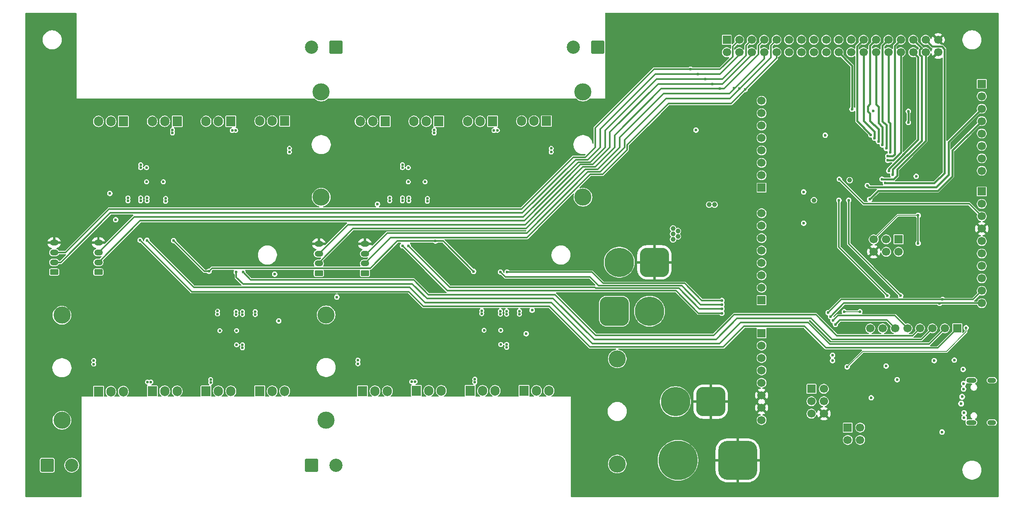
<source format=gbr>
%TF.GenerationSoftware,KiCad,Pcbnew,9.0.1*%
%TF.CreationDate,2025-04-06T02:54:57+02:00*%
%TF.ProjectId,controller_mainboard,636f6e74-726f-46c6-9c65-725f6d61696e,rev?*%
%TF.SameCoordinates,Original*%
%TF.FileFunction,Copper,L3,Inr*%
%TF.FilePolarity,Positive*%
%FSLAX46Y46*%
G04 Gerber Fmt 4.6, Leading zero omitted, Abs format (unit mm)*
G04 Created by KiCad (PCBNEW 9.0.1) date 2025-04-06 02:54:57*
%MOMM*%
%LPD*%
G01*
G04 APERTURE LIST*
G04 Aperture macros list*
%AMRoundRect*
0 Rectangle with rounded corners*
0 $1 Rounding radius*
0 $2 $3 $4 $5 $6 $7 $8 $9 X,Y pos of 4 corners*
0 Add a 4 corners polygon primitive as box body*
4,1,4,$2,$3,$4,$5,$6,$7,$8,$9,$2,$3,0*
0 Add four circle primitives for the rounded corners*
1,1,$1+$1,$2,$3*
1,1,$1+$1,$4,$5*
1,1,$1+$1,$6,$7*
1,1,$1+$1,$8,$9*
0 Add four rect primitives between the rounded corners*
20,1,$1+$1,$2,$3,$4,$5,0*
20,1,$1+$1,$4,$5,$6,$7,0*
20,1,$1+$1,$6,$7,$8,$9,0*
20,1,$1+$1,$8,$9,$2,$3,0*%
G04 Aperture macros list end*
%TA.AperFunction,ComponentPad*%
%ADD10R,1.700000X1.700000*%
%TD*%
%TA.AperFunction,ComponentPad*%
%ADD11C,1.700000*%
%TD*%
%TA.AperFunction,ComponentPad*%
%ADD12C,3.500000*%
%TD*%
%TA.AperFunction,ComponentPad*%
%ADD13RoundRect,0.250001X-1.099999X-1.099999X1.099999X-1.099999X1.099999X1.099999X-1.099999X1.099999X0*%
%TD*%
%TA.AperFunction,ComponentPad*%
%ADD14C,2.700000*%
%TD*%
%TA.AperFunction,ComponentPad*%
%ADD15C,0.600000*%
%TD*%
%TA.AperFunction,ComponentPad*%
%ADD16RoundRect,1.500000X-1.500000X-1.500000X1.500000X-1.500000X1.500000X1.500000X-1.500000X1.500000X0*%
%TD*%
%TA.AperFunction,ComponentPad*%
%ADD17C,6.000000*%
%TD*%
%TA.AperFunction,ComponentPad*%
%ADD18RoundRect,0.250000X0.625000X-0.350000X0.625000X0.350000X-0.625000X0.350000X-0.625000X-0.350000X0*%
%TD*%
%TA.AperFunction,ComponentPad*%
%ADD19O,1.750000X1.200000*%
%TD*%
%TA.AperFunction,ComponentPad*%
%ADD20RoundRect,0.250001X1.099999X1.099999X-1.099999X1.099999X-1.099999X-1.099999X1.099999X-1.099999X0*%
%TD*%
%TA.AperFunction,ComponentPad*%
%ADD21RoundRect,1.500000X1.500000X1.500000X-1.500000X1.500000X-1.500000X-1.500000X1.500000X-1.500000X0*%
%TD*%
%TA.AperFunction,ComponentPad*%
%ADD22RoundRect,2.000000X2.000000X2.000000X-2.000000X2.000000X-2.000000X-2.000000X2.000000X-2.000000X0*%
%TD*%
%TA.AperFunction,ComponentPad*%
%ADD23C,8.000000*%
%TD*%
%TA.AperFunction,HeatsinkPad*%
%ADD24O,2.100000X1.000000*%
%TD*%
%TA.AperFunction,HeatsinkPad*%
%ADD25O,1.800000X1.000000*%
%TD*%
%TA.AperFunction,ComponentPad*%
%ADD26R,1.905000X2.000000*%
%TD*%
%TA.AperFunction,ComponentPad*%
%ADD27O,1.905000X2.000000*%
%TD*%
%TA.AperFunction,ViaPad*%
%ADD28C,1.000000*%
%TD*%
%TA.AperFunction,ViaPad*%
%ADD29C,0.600000*%
%TD*%
%TA.AperFunction,Conductor*%
%ADD30C,0.350000*%
%TD*%
%TA.AperFunction,Conductor*%
%ADD31C,0.200000*%
%TD*%
%TA.AperFunction,Conductor*%
%ADD32C,0.400000*%
%TD*%
G04 APERTURE END LIST*
D10*
%TO.N,/ADC8*%
%TO.C,J6*%
X205000000Y-96240000D03*
D11*
%TO.N,/ADC9*%
X205000000Y-93700000D03*
%TO.N,/ADC10*%
X205000000Y-91160000D03*
%TO.N,/ADC11*%
X205000000Y-88620000D03*
%TO.N,/ADC12*%
X205000000Y-86080000D03*
%TO.N,/ADC13*%
X205000000Y-83540000D03*
%TO.N,/ADC14*%
X205000000Y-81000000D03*
%TO.N,/ADC15*%
X205000000Y-78460000D03*
%TD*%
D10*
%TO.N,/D50*%
%TO.C,J16*%
X233000000Y-106800000D03*
D11*
%TO.N,+5V*%
X233000000Y-109340000D03*
%TO.N,/D52*%
X230460000Y-106800000D03*
%TO.N,/D51*%
X230460000Y-109340000D03*
%TO.N,/~{mega2560_reset}*%
X227920000Y-106800000D03*
%TO.N,GND*%
X227920000Y-109340000D03*
%TD*%
D10*
%TO.N,/ATmega16u2/MISO*%
%TO.C,J19*%
X215200000Y-137375000D03*
D11*
%TO.N,+5V*%
X217740000Y-137375000D03*
%TO.N,/ATmega16u2/SCK*%
X215200000Y-139915000D03*
%TO.N,/ATmega16u2/MOSI*%
X217740000Y-139915000D03*
%TO.N,/ATmega16u2/~{RESET}*%
X215200000Y-142455000D03*
%TO.N,GND*%
X217740000Y-142455000D03*
%TD*%
D12*
%TO.N,+BATT*%
%TO.C,F2*%
X116000000Y-143750000D03*
%TO.N,Net-(D7-A)*%
X116000000Y-122250000D03*
%TD*%
%TO.N,+BATT*%
%TO.C,F4*%
X115000000Y-76680000D03*
%TO.N,Net-(D22-A)*%
X115000000Y-98180000D03*
%TD*%
D13*
%TO.N,/Motor driver 2/MOT_SIDE_A*%
%TO.C,J12*%
X59000000Y-153000000D03*
D14*
%TO.N,/Motor driver 2/MOT_SIDE_B*%
X64000000Y-153000000D03*
%TD*%
D12*
%TO.N,Net-(J25-Pin_2)*%
%TO.C,F1*%
X175500000Y-131250000D03*
%TO.N,Net-(J1-Pin_2)*%
X175500000Y-152750000D03*
%TD*%
D15*
%TO.N,GND*%
%TO.C,U5*%
X184000000Y-90200000D03*
X184000000Y-89000000D03*
X184000000Y-87700000D03*
X184000000Y-86600000D03*
X182800000Y-90200000D03*
X182800000Y-89000000D03*
X182800000Y-87700000D03*
X182800000Y-86600000D03*
%TD*%
D16*
%TO.N,+BATT*%
%TO.C,J25*%
X174900000Y-121500000D03*
D17*
%TO.N,Net-(J25-Pin_2)*%
X182100000Y-121500000D03*
%TD*%
D18*
%TO.N,+5V*%
%TO.C,J22*%
X69450000Y-113500000D03*
D19*
%TO.N,/D25*%
X69450000Y-111500000D03*
%TO.N,/D24*%
X69450000Y-109500000D03*
%TO.N,GND*%
X69450000Y-107500000D03*
%TD*%
D10*
%TO.N,/ADC0*%
%TO.C,J5*%
X205000000Y-119240000D03*
D11*
%TO.N,/ADC1*%
X205000000Y-116700000D03*
%TO.N,/ADC2*%
X205000000Y-114160000D03*
%TO.N,/ADC3*%
X205000000Y-111620000D03*
%TO.N,/ADC4*%
X205000000Y-109080000D03*
%TO.N,/ADC5*%
X205000000Y-106540000D03*
%TO.N,/ADC6*%
X205000000Y-104000000D03*
%TO.N,/ADC7*%
X205000000Y-101460000D03*
%TD*%
D20*
%TO.N,/Motor driver 3/MOT_SIDE_A*%
%TO.C,J13*%
X118000000Y-67500000D03*
D14*
%TO.N,/Motor driver 3/MOT_SIDE_B*%
X113000000Y-67500000D03*
%TD*%
D12*
%TO.N,+BATT*%
%TO.C,F3*%
X62000000Y-143820000D03*
%TO.N,Net-(D15-A)*%
X62000000Y-122320000D03*
%TD*%
D10*
%TO.N,/D7*%
%TO.C,J9*%
X245000000Y-125000000D03*
D11*
%TO.N,/D6*%
X242460000Y-125000000D03*
%TO.N,/D5*%
X239920000Y-125000000D03*
%TO.N,/D4*%
X237380000Y-125000000D03*
%TO.N,/D3*%
X234840000Y-125000000D03*
%TO.N,/D2*%
X232300000Y-125000000D03*
%TO.N,/D1*%
X229760000Y-125000000D03*
%TO.N,/D0*%
X227220000Y-125000000D03*
%TD*%
D21*
%TO.N,GND*%
%TO.C,J2*%
X194600000Y-140000000D03*
D17*
%TO.N,Net-(J1-Pin_2)*%
X187400000Y-140000000D03*
%TD*%
D10*
%TO.N,/D21*%
%TO.C,J8*%
X250000000Y-97000000D03*
D11*
%TO.N,/D20*%
X250000000Y-99540000D03*
%TO.N,/AREF*%
X250000000Y-102080000D03*
%TO.N,GND*%
X250000000Y-104620000D03*
%TO.N,/D13*%
X250000000Y-107160000D03*
%TO.N,/D12*%
X250000000Y-109700000D03*
%TO.N,/D11*%
X250000000Y-112240000D03*
%TO.N,/D10*%
X250000000Y-114780000D03*
%TO.N,/D9*%
X250000000Y-117320000D03*
%TO.N,/D8*%
X250000000Y-119860000D03*
%TD*%
D18*
%TO.N,+5V*%
%TO.C,J21*%
X114500000Y-113725000D03*
D19*
%TO.N,/D27*%
X114500000Y-111725000D03*
%TO.N,/D26*%
X114500000Y-109725000D03*
%TO.N,GND*%
X114500000Y-107725000D03*
%TD*%
D18*
%TO.N,+5V*%
%TO.C,J23*%
X60400000Y-113500000D03*
D19*
%TO.N,/D23*%
X60400000Y-111500000D03*
%TO.N,/D22*%
X60400000Y-109500000D03*
%TO.N,GND*%
X60400000Y-107500000D03*
%TD*%
D22*
%TO.N,GND*%
%TO.C,J1*%
X200100000Y-152000000D03*
D23*
%TO.N,Net-(J1-Pin_2)*%
X187900000Y-152000000D03*
%TD*%
D20*
%TO.N,/Motor driver 4/MOT_SIDE_A*%
%TO.C,J14*%
X171500000Y-67500000D03*
D14*
%TO.N,/Motor driver 4/MOT_SIDE_B*%
X166500000Y-67500000D03*
%TD*%
D10*
%TO.N,unconnected-(J4-Pin_1-Pad1)*%
%TO.C,J4*%
X205000000Y-126000000D03*
D11*
%TO.N,+5V*%
X205000000Y-128540000D03*
%TO.N,/~{mega2560_reset}*%
X205000000Y-131080000D03*
%TO.N,unconnected-(J4-Pin_4-Pad4)*%
X205000000Y-133620000D03*
%TO.N,+5V*%
X205000000Y-136160000D03*
%TO.N,GND*%
X205000000Y-138700000D03*
X205000000Y-141240000D03*
%TO.N,unconnected-(J4-Pin_8-Pad8)*%
X205000000Y-143780000D03*
%TD*%
D24*
%TO.N,Net-(J3-SHIELD)*%
%TO.C,J3*%
X247875000Y-144270000D03*
D25*
X252055000Y-144270000D03*
D24*
X247875000Y-135630000D03*
D25*
X252055000Y-135630000D03*
%TD*%
D10*
%TO.N,+5V*%
%TO.C,J7*%
X197900000Y-66000000D03*
D11*
X197900000Y-68540000D03*
%TO.N,/D22*%
X200440000Y-66000000D03*
%TO.N,/D23*%
X200440000Y-68540000D03*
%TO.N,/D24*%
X202980000Y-66000000D03*
%TO.N,/D25*%
X202980000Y-68540000D03*
%TO.N,/D26*%
X205520000Y-66000000D03*
%TO.N,/D27*%
X205520000Y-68540000D03*
%TO.N,/D28*%
X208060000Y-66000000D03*
%TO.N,/D29*%
X208060000Y-68540000D03*
%TO.N,/D30*%
X210600000Y-66000000D03*
%TO.N,/D31*%
X210600000Y-68540000D03*
%TO.N,/D32*%
X213140000Y-66000000D03*
%TO.N,/D33*%
X213140000Y-68540000D03*
%TO.N,/D34*%
X215680000Y-66000000D03*
%TO.N,/D35*%
X215680000Y-68540000D03*
%TO.N,/D36*%
X218220000Y-66000000D03*
%TO.N,/D37*%
X218220000Y-68540000D03*
%TO.N,/D38*%
X220760000Y-66000000D03*
%TO.N,/D39*%
X220760000Y-68540000D03*
%TO.N,/D40*%
X223300000Y-66000000D03*
%TO.N,/D41*%
X223300000Y-68540000D03*
%TO.N,/D42*%
X225840000Y-66000000D03*
%TO.N,/D43*%
X225840000Y-68540000D03*
%TO.N,/D44*%
X228380000Y-66000000D03*
%TO.N,/D45*%
X228380000Y-68540000D03*
%TO.N,/D46*%
X230920000Y-66000000D03*
%TO.N,/D47*%
X230920000Y-68540000D03*
%TO.N,/D48*%
X233460000Y-66000000D03*
%TO.N,/D49*%
X233460000Y-68540000D03*
%TO.N,/D50*%
X236000000Y-66000000D03*
%TO.N,/D51*%
X236000000Y-68540000D03*
%TO.N,/D52*%
X238540000Y-66000000D03*
%TO.N,/D53*%
X238540000Y-68540000D03*
%TO.N,GND*%
X241080000Y-66000000D03*
X241080000Y-68540000D03*
%TD*%
D12*
%TO.N,+BATT*%
%TO.C,F5*%
X168500000Y-76680000D03*
%TO.N,Net-(D29-A)*%
X168500000Y-98180000D03*
%TD*%
D10*
%TO.N,/D14*%
%TO.C,J10*%
X250000000Y-75000000D03*
D11*
%TO.N,/D15*%
X250000000Y-77540000D03*
%TO.N,/D16*%
X250000000Y-80080000D03*
%TO.N,/D17*%
X250000000Y-82620000D03*
%TO.N,/D18*%
X250000000Y-85160000D03*
%TO.N,/D19*%
X250000000Y-87700000D03*
%TO.N,/D20*%
X250000000Y-90240000D03*
%TO.N,/D21*%
X250000000Y-92780000D03*
%TD*%
D13*
%TO.N,/Motor driver 1/MOT_SIDE_A*%
%TO.C,J11*%
X113022500Y-153050000D03*
D14*
%TO.N,/Motor driver 1/MOT_SIDE_B*%
X118022500Y-153050000D03*
%TD*%
D21*
%TO.N,GND*%
%TO.C,J24*%
X183100000Y-111500000D03*
D17*
%TO.N,+BATT*%
X175900000Y-111500000D03*
%TD*%
D18*
%TO.N,+5V*%
%TO.C,J20*%
X123912500Y-113725000D03*
D19*
%TO.N,/D29*%
X123912500Y-111725000D03*
%TO.N,/D28*%
X123912500Y-109725000D03*
%TO.N,GND*%
X123912500Y-107725000D03*
%TD*%
D10*
%TO.N,Net-(J18-Pin_1)*%
%TO.C,J18*%
X222600000Y-145300000D03*
D11*
%TO.N,Net-(J18-Pin_2)*%
X225140000Y-145300000D03*
%TO.N,Net-(J18-Pin_3)*%
X222600000Y-147840000D03*
%TO.N,Net-(J18-Pin_4)*%
X225140000Y-147840000D03*
%TD*%
D26*
%TO.N,/Motor driver 2/HI_GATE_B*%
%TO.C,Q9*%
X91460000Y-137840000D03*
D27*
%TO.N,Net-(D18-K)*%
X94000000Y-137840000D03*
%TO.N,/Motor driver 2/MOT_SIDE_B*%
X96540000Y-137840000D03*
%TD*%
D26*
%TO.N,/Motor driver 1/LO_GATE_A*%
%TO.C,Q4*%
X134460000Y-137770000D03*
D27*
%TO.N,/Motor driver 1/MOT_SIDE_A*%
X137000000Y-137770000D03*
%TO.N,Net-(D11-A)*%
X139540000Y-137770000D03*
%TD*%
D26*
%TO.N,/Motor driver 2/LO_GATE_A*%
%TO.C,Q8*%
X80460000Y-137840000D03*
D27*
%TO.N,/Motor driver 2/MOT_SIDE_A*%
X83000000Y-137840000D03*
%TO.N,Net-(D19-A)*%
X85540000Y-137840000D03*
%TD*%
D26*
%TO.N,/Motor driver 1/LO_GATE_B*%
%TO.C,Q6*%
X156460000Y-137770000D03*
D27*
%TO.N,/Motor driver 1/MOT_SIDE_B*%
X159000000Y-137770000D03*
%TO.N,Net-(D11-A)*%
X161540000Y-137770000D03*
%TD*%
D26*
%TO.N,/Motor driver 3/HI_GATE_A*%
%TO.C,Q11*%
X107540000Y-82590001D03*
D27*
%TO.N,Net-(D25-K)*%
X105000000Y-82590001D03*
%TO.N,/Motor driver 3/MOT_SIDE_A*%
X102460000Y-82590001D03*
%TD*%
D26*
%TO.N,/Motor driver 3/LO_GATE_B*%
%TO.C,Q14*%
X74540000Y-82660000D03*
D27*
%TO.N,/Motor driver 3/MOT_SIDE_B*%
X72000000Y-82660000D03*
%TO.N,Net-(D26-A)*%
X69460000Y-82660000D03*
%TD*%
D26*
%TO.N,/Motor driver 3/HI_GATE_B*%
%TO.C,Q13*%
X85540000Y-82660000D03*
D27*
%TO.N,Net-(D25-K)*%
X83000000Y-82660000D03*
%TO.N,/Motor driver 3/MOT_SIDE_B*%
X80460000Y-82660000D03*
%TD*%
D26*
%TO.N,/Motor driver 2/HI_GATE_A*%
%TO.C,Q7*%
X69460000Y-137910000D03*
D27*
%TO.N,Net-(D18-K)*%
X72000000Y-137910000D03*
%TO.N,/Motor driver 2/MOT_SIDE_A*%
X74540000Y-137910000D03*
%TD*%
D26*
%TO.N,/Motor driver 4/HI_GATE_A*%
%TO.C,Q15*%
X161040000Y-82590001D03*
D27*
%TO.N,Net-(D32-K)*%
X158500000Y-82590001D03*
%TO.N,/Motor driver 4/MOT_SIDE_A*%
X155960000Y-82590001D03*
%TD*%
D26*
%TO.N,/Motor driver 2/LO_GATE_B*%
%TO.C,Q10*%
X102460000Y-137840000D03*
D27*
%TO.N,/Motor driver 2/MOT_SIDE_B*%
X105000000Y-137840000D03*
%TO.N,Net-(D19-A)*%
X107540000Y-137840000D03*
%TD*%
D26*
%TO.N,/Motor driver 4/LO_GATE_B*%
%TO.C,Q18*%
X128040000Y-82660000D03*
D27*
%TO.N,/Motor driver 4/MOT_SIDE_B*%
X125500000Y-82660000D03*
%TO.N,Net-(D33-A)*%
X122960000Y-82660000D03*
%TD*%
D26*
%TO.N,/Motor driver 1/HI_GATE_A*%
%TO.C,Q3*%
X123460000Y-137840000D03*
D27*
%TO.N,Net-(D10-K)*%
X126000000Y-137840000D03*
%TO.N,/Motor driver 1/MOT_SIDE_A*%
X128540000Y-137840000D03*
%TD*%
D26*
%TO.N,/Motor driver 4/LO_GATE_A*%
%TO.C,Q16*%
X150040000Y-82660000D03*
D27*
%TO.N,/Motor driver 4/MOT_SIDE_A*%
X147500000Y-82660000D03*
%TO.N,Net-(D33-A)*%
X144960000Y-82660000D03*
%TD*%
D26*
%TO.N,/Motor driver 1/HI_GATE_B*%
%TO.C,Q5*%
X145460000Y-137770000D03*
D27*
%TO.N,Net-(D10-K)*%
X148000000Y-137770000D03*
%TO.N,/Motor driver 1/MOT_SIDE_B*%
X150540000Y-137770000D03*
%TD*%
D26*
%TO.N,/Motor driver 3/LO_GATE_A*%
%TO.C,Q12*%
X96540000Y-82660000D03*
D27*
%TO.N,/Motor driver 3/MOT_SIDE_A*%
X94000000Y-82660000D03*
%TO.N,Net-(D26-A)*%
X91460000Y-82660000D03*
%TD*%
D26*
%TO.N,/Motor driver 4/HI_GATE_B*%
%TO.C,Q17*%
X139040000Y-82660000D03*
D27*
%TO.N,Net-(D32-K)*%
X136500000Y-82660000D03*
%TO.N,/Motor driver 4/MOT_SIDE_B*%
X133960000Y-82660000D03*
%TD*%
D28*
%TO.N,GND*%
X70100000Y-92600000D03*
D29*
X193400000Y-80100000D03*
X203300000Y-115500000D03*
X104700000Y-123400000D03*
X190100000Y-88000000D03*
X252500000Y-132500000D03*
X181500000Y-150200000D03*
X216000000Y-157000000D03*
X226800000Y-135600000D03*
X186800000Y-134800000D03*
X203200000Y-139900000D03*
X203100000Y-101700000D03*
X241000000Y-77000000D03*
X156900000Y-127000000D03*
X203200000Y-76800000D03*
X157900000Y-124500000D03*
X57500000Y-77500000D03*
X187500000Y-157500000D03*
D28*
X181800000Y-66200000D03*
D29*
X203300000Y-92400000D03*
X201800000Y-95700000D03*
X252500000Y-147500000D03*
X210000000Y-151000000D03*
X192500000Y-157500000D03*
X224900000Y-102500000D03*
X57500000Y-87500000D03*
X231000000Y-146000000D03*
X203300000Y-89900000D03*
X190400000Y-80000000D03*
X237500000Y-93800000D03*
X232500000Y-157500000D03*
X252500000Y-152500000D03*
X132800000Y-111000000D03*
X215400000Y-96300000D03*
X77000000Y-109700000D03*
X235300000Y-138700000D03*
X135500000Y-92000000D03*
X78400000Y-109700000D03*
X92600000Y-111200000D03*
X248000000Y-146000000D03*
X95600000Y-110400000D03*
X194600000Y-86000000D03*
X206000000Y-147000000D03*
X221000000Y-84000000D03*
X199900000Y-108600000D03*
X219700000Y-98600000D03*
X190300000Y-83400000D03*
D28*
X185000000Y-81700000D03*
D29*
X247500000Y-157500000D03*
X181700000Y-137900000D03*
X240300000Y-100700000D03*
D28*
X139100000Y-124500000D03*
D29*
X226000000Y-104300000D03*
X252500000Y-157500000D03*
X234900000Y-131100000D03*
X96700000Y-108300000D03*
X237500000Y-157500000D03*
X165000000Y-137500000D03*
X125700000Y-97000000D03*
X199900000Y-94900000D03*
X237700000Y-121500000D03*
X252000000Y-146000000D03*
X212000000Y-153000000D03*
X196400000Y-80100000D03*
D28*
X183100000Y-70200000D03*
X91900000Y-96000000D03*
D29*
X203200000Y-137500000D03*
X210000000Y-157500000D03*
X231995926Y-139704074D03*
X218900000Y-82000000D03*
X180000000Y-157500000D03*
X229600000Y-90900000D03*
X198000000Y-80100000D03*
X203200000Y-110500000D03*
D28*
X108000000Y-127900000D03*
D29*
X223800000Y-148700000D03*
X203200000Y-142600000D03*
D28*
X145400000Y-97100000D03*
D29*
X57500000Y-147500000D03*
X190100000Y-89500000D03*
D28*
X121300000Y-92600000D03*
D29*
X240500000Y-71000000D03*
X252500000Y-82500000D03*
X92000000Y-111700000D03*
X150500000Y-125300000D03*
X252500000Y-117500000D03*
X181600000Y-134600000D03*
X220300000Y-77200000D03*
X180000000Y-72500000D03*
X220900000Y-86300000D03*
X237500000Y-62500000D03*
X222700000Y-79400000D03*
X247000000Y-80000000D03*
X252500000Y-87500000D03*
X93000000Y-128600000D03*
X203100000Y-107800000D03*
X57500000Y-72500000D03*
X201800000Y-97100000D03*
X228500000Y-134200000D03*
X199500000Y-80100000D03*
X197500000Y-108600000D03*
X69400000Y-96000000D03*
X57500000Y-107500000D03*
X252500000Y-122500000D03*
X227500000Y-157500000D03*
X66900000Y-134200000D03*
D28*
X142900000Y-123400000D03*
X85100000Y-124600000D03*
D29*
X215000000Y-62500000D03*
X228500000Y-137300000D03*
X57500000Y-155000000D03*
X229600000Y-92800000D03*
X238800000Y-91800000D03*
D28*
X67800000Y-92600000D03*
D29*
X98000000Y-110500000D03*
X192500000Y-62500000D03*
X244000000Y-121400000D03*
X185000000Y-62500000D03*
X199200000Y-94900000D03*
D28*
X88900000Y-124600000D03*
D29*
X203200000Y-129900000D03*
X203200000Y-132300000D03*
X241200000Y-134200000D03*
X137500000Y-92000000D03*
X237800000Y-98100000D03*
X222500000Y-71500000D03*
D28*
X141600000Y-95900000D03*
D29*
X57500000Y-102500000D03*
X57500000Y-82500000D03*
D28*
X141600000Y-97100000D03*
D29*
X57500000Y-62500000D03*
X232500000Y-130500000D03*
X252500000Y-72500000D03*
X57500000Y-137500000D03*
X233900000Y-132300000D03*
X230200000Y-135600000D03*
X228500000Y-135600000D03*
X103000000Y-97200000D03*
X252500000Y-107500000D03*
X221600000Y-134300000D03*
X207500000Y-62500000D03*
X57500000Y-97500000D03*
X240300000Y-121500000D03*
X228300000Y-101800000D03*
X198200000Y-104400000D03*
X96500000Y-125300000D03*
X252500000Y-62500000D03*
X65000000Y-89200000D03*
D28*
X142900000Y-124500000D03*
D29*
X222500000Y-62500000D03*
X73000000Y-122000000D03*
D28*
X163200000Y-127700000D03*
D29*
X208000000Y-149000000D03*
X237000000Y-140875000D03*
D28*
X145400000Y-96000000D03*
D29*
X225700000Y-100200000D03*
D28*
X85100000Y-123600000D03*
D29*
X229000000Y-89000000D03*
X203200000Y-134800000D03*
X214000000Y-155000000D03*
X228500000Y-139700000D03*
X247000000Y-77000000D03*
X245000000Y-62500000D03*
X106300000Y-99600000D03*
X234000000Y-146000000D03*
X95000000Y-128500000D03*
X185200000Y-145300000D03*
X203200000Y-87500000D03*
X230400000Y-130500000D03*
X197500000Y-104400000D03*
X252500000Y-127500000D03*
X190200000Y-86500000D03*
X222500000Y-157500000D03*
X235000000Y-71000000D03*
X57500000Y-95000000D03*
X197500000Y-157500000D03*
X147000000Y-128500000D03*
X206740357Y-78800000D03*
X122300000Y-96700000D03*
D28*
X88900000Y-123500000D03*
D29*
X236800000Y-132500000D03*
X196200000Y-91000000D03*
X103000000Y-127100000D03*
X242700000Y-108800000D03*
X161300000Y-93600000D03*
X201800000Y-97800000D03*
X57500000Y-132500000D03*
X203300000Y-113400000D03*
X198200000Y-108600000D03*
D28*
X160900000Y-127700000D03*
D29*
X192400000Y-82200000D03*
X127000000Y-122000000D03*
X199200000Y-108600000D03*
X191900000Y-80100000D03*
X225300000Y-116700000D03*
D28*
X91900000Y-97200000D03*
X181800000Y-70200000D03*
D29*
X235200000Y-121500000D03*
D28*
X187900000Y-80100000D03*
D29*
X57500000Y-92500000D03*
X179400000Y-87700000D03*
X221000000Y-92000000D03*
X239600000Y-94500000D03*
X149000000Y-128500000D03*
X177800000Y-103300000D03*
X247800000Y-134000000D03*
X200700000Y-103300000D03*
X233152626Y-140805458D03*
X82000000Y-92000000D03*
X57500000Y-127500000D03*
X252500000Y-92500000D03*
X79500000Y-111100000D03*
X60000000Y-92500000D03*
X252500000Y-112500000D03*
X252500000Y-77500000D03*
X200000000Y-62500000D03*
D28*
X109200000Y-127900000D03*
D29*
X232700000Y-121500000D03*
X213500000Y-79500000D03*
X74000000Y-93400000D03*
D28*
X183100000Y-66200000D03*
D29*
X72100000Y-120300000D03*
X242600000Y-100700000D03*
D28*
X106900000Y-127900000D03*
D29*
X181700000Y-141300000D03*
X221400000Y-142400000D03*
D28*
X88000000Y-96000000D03*
D29*
X240600000Y-93800000D03*
X242500000Y-157500000D03*
X184000000Y-99600000D03*
X57500000Y-67500000D03*
X84200000Y-109300000D03*
X99000000Y-110500000D03*
X81900000Y-106800000D03*
X201900000Y-102500000D03*
X201000000Y-80100000D03*
X217600000Y-145300000D03*
X82200000Y-108700000D03*
X240300000Y-108800000D03*
X221000000Y-88000000D03*
X230100000Y-121500000D03*
X197500000Y-94900000D03*
X57500000Y-117500000D03*
X199900000Y-104400000D03*
X234000000Y-139000000D03*
X203200000Y-127400000D03*
X218900000Y-138800000D03*
X225900000Y-139500000D03*
X84000000Y-92000000D03*
X194900000Y-80100000D03*
X199200000Y-104400000D03*
X104000000Y-98200000D03*
D28*
X122500000Y-92600000D03*
D29*
X252500000Y-67500000D03*
X81900000Y-104000000D03*
D28*
X88000000Y-97200000D03*
D29*
X213500000Y-85300000D03*
X203200000Y-84900000D03*
X57500000Y-122500000D03*
X134000000Y-94800000D03*
D28*
X162000000Y-127700000D03*
D29*
X237400000Y-89000000D03*
X203200000Y-95600000D03*
X126100000Y-120200000D03*
X232354074Y-137445926D03*
X175000000Y-157500000D03*
X203300000Y-79700000D03*
X85500000Y-109500000D03*
X230000000Y-62500000D03*
X203300000Y-118000000D03*
X252500000Y-97500000D03*
X237000000Y-139025000D03*
X225400000Y-95000000D03*
X227500000Y-121500000D03*
X240800000Y-89500000D03*
X181700000Y-145200000D03*
X252000000Y-134000000D03*
X109000000Y-123100000D03*
X228000000Y-95000000D03*
X184700000Y-99600000D03*
X57500000Y-142500000D03*
X241000000Y-82000000D03*
X236100000Y-84000000D03*
X170000000Y-157500000D03*
X133800000Y-111600000D03*
X156500000Y-96800000D03*
D28*
X123600000Y-92600000D03*
D29*
X156600000Y-98800000D03*
D28*
X139100000Y-123400000D03*
D29*
X222800000Y-136700000D03*
X236400000Y-91800000D03*
D28*
X69000000Y-92600000D03*
D29*
X127500000Y-93500000D03*
X185400000Y-99600000D03*
X233200000Y-94500000D03*
X131600000Y-111000000D03*
X203300000Y-82300000D03*
X205000000Y-157500000D03*
X201800000Y-96400000D03*
X235000000Y-78000000D03*
X219000000Y-159000000D03*
X252500000Y-102500000D03*
X198200000Y-94900000D03*
X235000000Y-146000000D03*
%TO.N,/AREF*%
X220900000Y-94500000D03*
%TO.N,+5V*%
X227850000Y-80550000D03*
D28*
X186900000Y-104600000D03*
X186900000Y-105700000D03*
X186900000Y-106800000D03*
D29*
X219500000Y-130500000D03*
X230451992Y-132700000D03*
D28*
X194300000Y-99700000D03*
D29*
X158100000Y-121300000D03*
X232700000Y-135500000D03*
X71800000Y-97400000D03*
X218000000Y-85500000D03*
D28*
X215700000Y-98800000D03*
X187900000Y-105100000D03*
X187900000Y-106200000D03*
X223000000Y-94700000D03*
D29*
X219500000Y-131600000D03*
X236600000Y-93900000D03*
X106300000Y-123500000D03*
D28*
X195400000Y-99700000D03*
D29*
X118200000Y-118600000D03*
X240300000Y-131600000D03*
%TO.N,/USB_VBUS*%
X213600000Y-97100000D03*
X213600000Y-103500000D03*
X241900000Y-146200000D03*
X191600000Y-84450000D03*
X244400000Y-131500000D03*
X246400000Y-142300000D03*
X246200000Y-133400000D03*
X246300000Y-137400000D03*
X225100000Y-121600000D03*
X221900000Y-121600000D03*
%TO.N,/USB_GND*%
X246300000Y-136300000D03*
X246400000Y-143300000D03*
%TO.N,/~{mega2560_reset}*%
X222500000Y-132900000D03*
X237000000Y-107600000D03*
X237000000Y-101900000D03*
X246800000Y-124900000D03*
%TO.N,/Motor driver 1/MOT_SIDE_B*%
X151700000Y-128300000D03*
X151700000Y-125400000D03*
%TO.N,/Motor driver 1/MOT_SIDE_A*%
X148275000Y-125400000D03*
%TO.N,/Motor driver 2/MOT_SIDE_B*%
X97700000Y-125470000D03*
X97700000Y-128370000D03*
%TO.N,/Motor driver 2/MOT_SIDE_A*%
X94275000Y-125470000D03*
%TO.N,/Motor driver 3/MOT_SIDE_B*%
X79300000Y-95030000D03*
X79300000Y-92130000D03*
%TO.N,/Motor driver 3/MOT_SIDE_A*%
X82725000Y-95030000D03*
%TO.N,/Motor driver 4/MOT_SIDE_B*%
X132800000Y-92130000D03*
X132800000Y-95030000D03*
%TO.N,/Motor driver 4/MOT_SIDE_A*%
X136225000Y-95030000D03*
%TO.N,/ATmega16u2/~{RESET}*%
X227400000Y-139200000D03*
%TO.N,/USB_DATA_P*%
X245800000Y-140400000D03*
X246000000Y-139000000D03*
%TO.N,/ADC7*%
X126500000Y-99600000D03*
%TO.N,/ADC4*%
X156900000Y-126100000D03*
%TO.N,/ADC5*%
X105500000Y-113900000D03*
%TO.N,/ADC6*%
X73000000Y-102800000D03*
%TO.N,/D22*%
X190500000Y-72000000D03*
%TO.N,/D29*%
X201651041Y-76151041D03*
%TO.N,/D44*%
X228900000Y-86800000D03*
%TO.N,/D28*%
X200500000Y-76000000D03*
%TO.N,/D26*%
X196500000Y-76000000D03*
%TO.N,/D46*%
X230500000Y-88200000D03*
%TO.N,/D53*%
X229600000Y-94500000D03*
%TO.N,/D39*%
X223500000Y-80200000D03*
%TO.N,/D24*%
X193500000Y-74000000D03*
%TO.N,/D45*%
X229700000Y-87500000D03*
%TO.N,/D50*%
X231800000Y-93600000D03*
%TO.N,/D52*%
X230300000Y-95300000D03*
%TO.N,/D42*%
X227350000Y-85450000D03*
%TO.N,/D48*%
X230800000Y-89800000D03*
%TO.N,/D49*%
X230800000Y-90650003D03*
%TO.N,/D25*%
X195000000Y-75000000D03*
%TO.N,/D43*%
X228100000Y-86100000D03*
%TO.N,/D47*%
X231300000Y-89000000D03*
%TO.N,/D27*%
X199381040Y-75881040D03*
%TO.N,/D51*%
X231000000Y-92800000D03*
%TO.N,/D23*%
X192000000Y-73000000D03*
%TO.N,/D38*%
X235000000Y-82900000D03*
X235000000Y-80600000D03*
%TO.N,/D9*%
X196900000Y-119299994D03*
X153005000Y-113505000D03*
X218600000Y-121800000D03*
X242000000Y-119100000D03*
%TO.N,/D8*%
X196900000Y-120149997D03*
X241400000Y-119900000D03*
X219100000Y-122600000D03*
X151635000Y-113500000D03*
%TO.N,/D3*%
X196900000Y-121000000D03*
X219600000Y-123400000D03*
X132800000Y-108100000D03*
%TO.N,/D5*%
X222800000Y-98800000D03*
X233420000Y-118300000D03*
X97635000Y-113500000D03*
%TO.N,/D7*%
X77960000Y-106960000D03*
%TO.N,/D2*%
X196900000Y-121900000D03*
X220100000Y-124200000D03*
X131600000Y-108100000D03*
%TO.N,/D4*%
X220800000Y-98800000D03*
X99000000Y-113500000D03*
X230700000Y-118300000D03*
%TO.N,/D6*%
X79365000Y-107000000D03*
%TO.N,/D16*%
X226600000Y-95800000D03*
%TO.N,/D17*%
X227100000Y-98600000D03*
%TO.N,/MOT_DRV_DISABLE*%
X146145000Y-113355000D03*
X138350000Y-107150000D03*
X84840000Y-107060000D03*
X92060000Y-113340000D03*
%TO.N,Net-(U3-AHO)*%
X147800000Y-122000000D03*
X147825000Y-121400000D03*
X122500000Y-131500000D03*
X122500000Y-132250000D03*
%TO.N,Net-(U6-AHO)*%
X93825000Y-121470000D03*
X68500000Y-132320000D03*
X68500000Y-131570000D03*
X93800000Y-122070000D03*
%TO.N,Net-(U8-AHO)*%
X83200000Y-98430000D03*
X83175000Y-99030000D03*
X108500000Y-88180000D03*
X108500000Y-88930000D03*
%TO.N,Net-(U10-AHO)*%
X162000000Y-88180000D03*
X136700000Y-98430000D03*
X162000000Y-88930000D03*
X136675000Y-99030000D03*
%TO.N,Net-(U3-ALO)*%
X151600000Y-122100000D03*
X134200000Y-135900000D03*
X133500000Y-135925000D03*
X151600000Y-121500000D03*
%TO.N,Net-(U6-ALO)*%
X80200000Y-135970000D03*
X79500000Y-135995000D03*
X97600000Y-122170000D03*
X97600000Y-121570000D03*
%TO.N,Net-(U8-ALO)*%
X79400000Y-98330000D03*
X96800000Y-84530000D03*
X97500000Y-84505000D03*
X79400000Y-98930000D03*
%TO.N,Net-(U10-ALO)*%
X132900000Y-98930000D03*
X132900000Y-98330000D03*
X150300000Y-84530000D03*
X151000000Y-84505000D03*
%TO.N,Net-(U3-BHO)*%
X146400000Y-135400000D03*
X155500000Y-122100000D03*
X146400000Y-136000000D03*
X155500000Y-121500000D03*
%TO.N,Net-(U6-BHO)*%
X92400000Y-135470000D03*
X101500000Y-121570000D03*
X92400000Y-136070000D03*
X101500000Y-122170000D03*
%TO.N,Net-(U8-BHO)*%
X75500000Y-98330000D03*
X84600000Y-85030000D03*
X75500000Y-98930000D03*
X84600000Y-84430000D03*
%TO.N,Net-(U10-BHO)*%
X138100000Y-85030000D03*
X138100000Y-84430000D03*
X129000000Y-98330000D03*
X129000000Y-98930000D03*
%TO.N,Net-(U3-BLO)*%
X152900000Y-128900000D03*
X152900000Y-128300000D03*
X152900000Y-121500000D03*
X152900000Y-122100000D03*
%TO.N,Net-(U6-BLO)*%
X98900000Y-121570000D03*
X98900000Y-128370000D03*
X98900000Y-128970000D03*
X98900000Y-122170000D03*
%TO.N,Net-(U8-BLO)*%
X78100000Y-91530000D03*
X78100000Y-92130000D03*
X78100000Y-98930000D03*
X78100000Y-98330000D03*
%TO.N,Net-(U10-BLO)*%
X131600000Y-92130000D03*
X131600000Y-98930000D03*
X131600000Y-98330000D03*
X131600000Y-91530000D03*
%TD*%
D30*
%TO.N,/AREF*%
X250000000Y-102080000D02*
X247420000Y-99500000D01*
X247420000Y-99500000D02*
X225900000Y-99500000D01*
X225900000Y-99500000D02*
X220900000Y-94500000D01*
D31*
%TO.N,/USB_VBUS*%
X225100000Y-121600000D02*
X221900000Y-121600000D01*
%TO.N,/~{mega2560_reset}*%
X225700000Y-129700000D02*
X222500000Y-132900000D01*
X242800000Y-129700000D02*
X225700000Y-129700000D01*
X232820000Y-101900000D02*
X237000000Y-101900000D01*
X246800000Y-125700000D02*
X242800000Y-129700000D01*
X246800000Y-124900000D02*
X246800000Y-125700000D01*
D30*
X237000000Y-101900000D02*
X237000000Y-107600000D01*
D31*
X227920000Y-106800000D02*
X232820000Y-101900000D01*
D30*
%TO.N,/D22*%
X71600000Y-100600000D02*
X155900000Y-100600000D01*
X196500000Y-72000000D02*
X199076000Y-69424000D01*
X62700000Y-109500000D02*
X71600000Y-100600000D01*
X171000000Y-88000000D02*
X171000000Y-84000000D01*
X171000000Y-84000000D02*
X183000000Y-72000000D01*
X60400000Y-109500000D02*
X62700000Y-109500000D01*
X183000000Y-72000000D02*
X196500000Y-72000000D01*
X169000000Y-90000000D02*
X171000000Y-88000000D01*
X166500000Y-90000000D02*
X169000000Y-90000000D01*
X199076000Y-69424000D02*
X199076000Y-67364000D01*
X199076000Y-67364000D02*
X200440000Y-66000000D01*
X155900000Y-100600000D02*
X166500000Y-90000000D01*
%TO.N,/D29*%
X177501000Y-87499000D02*
X186000000Y-79000000D01*
X123912500Y-111725000D02*
X129213500Y-106424000D01*
X169999000Y-93501000D02*
X172499000Y-93501000D01*
X208060000Y-69742081D02*
X208060000Y-68540000D01*
X177501000Y-88499000D02*
X177501000Y-87499000D01*
X198802081Y-79000000D02*
X208060000Y-69742081D01*
X157076000Y-106424000D02*
X169999000Y-93501000D01*
X172499000Y-93501000D02*
X177501000Y-88499000D01*
X186000000Y-79000000D02*
X198802081Y-79000000D01*
X129213500Y-106424000D02*
X157076000Y-106424000D01*
D32*
%TO.N,/D44*%
X227179000Y-67201000D02*
X227179000Y-79121000D01*
X227179000Y-82579000D02*
X228900000Y-84300000D01*
X226700000Y-79600000D02*
X226700000Y-80600000D01*
X227179000Y-81079000D02*
X227179000Y-82579000D01*
X228380000Y-66000000D02*
X227179000Y-67201000D01*
X227179000Y-79121000D02*
X226700000Y-79600000D01*
X226700000Y-80600000D02*
X227179000Y-81079000D01*
X228900000Y-84300000D02*
X228900000Y-86800000D01*
D30*
%TO.N,/D28*%
X172000000Y-93000000D02*
X177000000Y-88000000D01*
X177000000Y-86500000D02*
X185500000Y-78000000D01*
X124275000Y-109725000D02*
X128500000Y-105500000D01*
X206884000Y-67176000D02*
X208060000Y-66000000D01*
X169500000Y-93000000D02*
X172000000Y-93000000D01*
X198500000Y-78000000D02*
X206884000Y-69616000D01*
X185500000Y-78000000D02*
X198500000Y-78000000D01*
X206884000Y-69616000D02*
X206884000Y-67176000D01*
X157000000Y-105500000D02*
X169500000Y-93000000D01*
X128500000Y-105500000D02*
X157000000Y-105500000D01*
X123912500Y-109725000D02*
X124275000Y-109725000D01*
X177000000Y-88000000D02*
X177000000Y-86500000D01*
%TO.N,/D26*%
X175000000Y-85500000D02*
X184500000Y-76000000D01*
X175000000Y-88000000D02*
X175000000Y-85500000D01*
X114500000Y-109725000D02*
X120425000Y-103800000D01*
X171000000Y-92000000D02*
X175000000Y-88000000D01*
X120425000Y-103800000D02*
X156700000Y-103800000D01*
X156700000Y-103800000D02*
X168500000Y-92000000D01*
X197300000Y-76000000D02*
X204344000Y-68956000D01*
X204344000Y-68956000D02*
X204344000Y-67176000D01*
X168500000Y-92000000D02*
X171000000Y-92000000D01*
X204344000Y-67176000D02*
X205520000Y-66000000D01*
X184500000Y-76000000D02*
X197300000Y-76000000D01*
D32*
%TO.N,/D46*%
X229719000Y-67201000D02*
X230920000Y-66000000D01*
X230500000Y-83420768D02*
X229719000Y-82639768D01*
X229719000Y-82639768D02*
X229719000Y-67201000D01*
X230500000Y-88200000D02*
X230500000Y-83420768D01*
%TO.N,/D53*%
X232700000Y-92500000D02*
X237650000Y-87550000D01*
X238540000Y-86660000D02*
X238540000Y-86500000D01*
X238540000Y-68540000D02*
X238540000Y-86500000D01*
X232700000Y-93762075D02*
X232700000Y-92500000D01*
X237650000Y-87550000D02*
X238540000Y-86660000D01*
X229600000Y-94500000D02*
X231962075Y-94500000D01*
X231962075Y-94500000D02*
X232700000Y-93762075D01*
%TO.N,/D39*%
X223500000Y-71280000D02*
X220760000Y-68540000D01*
X223500000Y-80200000D02*
X223500000Y-71280000D01*
D30*
%TO.N,/D24*%
X167500000Y-91000000D02*
X170000000Y-91000000D01*
X170000000Y-91000000D02*
X173000000Y-88000000D01*
X201804000Y-67176000D02*
X202980000Y-66000000D01*
X69450000Y-109500000D02*
X76750000Y-102200000D01*
X76750000Y-102200000D02*
X156300000Y-102200000D01*
X183500000Y-74000000D02*
X197000000Y-74000000D01*
X173000000Y-84500000D02*
X183500000Y-74000000D01*
X173000000Y-88000000D02*
X173000000Y-84500000D01*
X197000000Y-74000000D02*
X201804000Y-69196000D01*
X156300000Y-102200000D02*
X167500000Y-91000000D01*
X201804000Y-69196000D02*
X201804000Y-67176000D01*
D32*
%TO.N,/D45*%
X228900000Y-79700000D02*
X228900000Y-83000000D01*
X228900000Y-83000000D02*
X229700000Y-83800000D01*
X228400000Y-79200000D02*
X228900000Y-79700000D01*
X228380000Y-79200000D02*
X228400000Y-79200000D01*
X228380000Y-68540000D02*
X228380000Y-79200000D01*
X229700000Y-83800000D02*
X229700000Y-87500000D01*
%TO.N,/D50*%
X237339000Y-69037471D02*
X237339000Y-68042529D01*
X231800000Y-92500000D02*
X237700000Y-86600000D01*
X237339000Y-68042529D02*
X237690764Y-67690764D01*
X237700000Y-69398471D02*
X237339000Y-69037471D01*
X231800000Y-93600000D02*
X231800000Y-92500000D01*
X237700000Y-86600000D02*
X237700000Y-69398471D01*
X237690764Y-67690764D02*
X236000000Y-66000000D01*
%TO.N,/D52*%
X242400000Y-93200000D02*
X240300000Y-95300000D01*
X241839000Y-67339000D02*
X242400000Y-67900000D01*
X242400000Y-67900000D02*
X242400000Y-93200000D01*
X240300000Y-95300000D02*
X230300000Y-95300000D01*
X239879000Y-67339000D02*
X241839000Y-67339000D01*
X238540000Y-66000000D02*
X239879000Y-67339000D01*
%TO.N,/D42*%
X224501000Y-82601000D02*
X224501000Y-67339000D01*
X227350000Y-85450000D02*
X224501000Y-82601000D01*
X224501000Y-67339000D02*
X225840000Y-66000000D01*
%TO.N,/D48*%
X230800000Y-89800000D02*
X231800000Y-89800000D01*
X231800000Y-89800000D02*
X232204000Y-89396000D01*
X232200000Y-67260000D02*
X233460000Y-66000000D01*
X232204000Y-89396000D02*
X232204000Y-83566304D01*
X232204000Y-83566304D02*
X232200000Y-83562304D01*
X232200000Y-83562304D02*
X232200000Y-67260000D01*
%TO.N,/D49*%
X230800000Y-90650003D02*
X231849997Y-90650003D01*
X233460000Y-89040000D02*
X233460000Y-68540000D01*
X231849997Y-90650003D02*
X233460000Y-89040000D01*
D30*
%TO.N,/D25*%
X156500000Y-103000000D02*
X168000000Y-91500000D01*
X183875000Y-75000000D02*
X197000000Y-75000000D01*
X202980000Y-69020000D02*
X202980000Y-68540000D01*
X197000000Y-75000000D02*
X202980000Y-69020000D01*
X69450000Y-111500000D02*
X77950000Y-103000000D01*
X174000000Y-84875000D02*
X183875000Y-75000000D01*
X174000000Y-88000000D02*
X174000000Y-84875000D01*
X168000000Y-91500000D02*
X170500000Y-91500000D01*
X170500000Y-91500000D02*
X174000000Y-88000000D01*
X77950000Y-103000000D02*
X156500000Y-103000000D01*
D32*
%TO.N,/D43*%
X225840000Y-82540000D02*
X225840000Y-68540000D01*
X228100000Y-84800000D02*
X225840000Y-82540000D01*
X228100000Y-86100000D02*
X228100000Y-84800000D01*
%TO.N,/D47*%
X230920000Y-82740768D02*
X231300000Y-83120768D01*
X231300000Y-83120768D02*
X231300000Y-89000000D01*
X230920000Y-68540000D02*
X230920000Y-82740768D01*
D30*
%TO.N,/D27*%
X198400000Y-77000000D02*
X205520000Y-69880000D01*
X156900000Y-104600000D02*
X169000000Y-92500000D01*
X185000000Y-77000000D02*
X198400000Y-77000000D01*
X169000000Y-92500000D02*
X171500000Y-92500000D01*
X114500000Y-111725000D02*
X114500000Y-111600000D01*
X114500000Y-111600000D02*
X121500000Y-104600000D01*
X121500000Y-104600000D02*
X156900000Y-104600000D01*
X176000000Y-88000000D02*
X176000000Y-86000000D01*
X176000000Y-86000000D02*
X185000000Y-77000000D01*
X205520000Y-69880000D02*
X205520000Y-68540000D01*
X171500000Y-92500000D02*
X176000000Y-88000000D01*
D32*
%TO.N,/D51*%
X237000000Y-86400000D02*
X237000000Y-69540000D01*
X231000000Y-92800000D02*
X231000000Y-92400000D01*
X237000000Y-69540000D02*
X236000000Y-68540000D01*
X231000000Y-92400000D02*
X237000000Y-86400000D01*
D30*
%TO.N,/D23*%
X60400000Y-111500000D02*
X61800000Y-111500000D01*
X156100000Y-101400000D02*
X167000000Y-90500000D01*
X183250000Y-73000000D02*
X196500000Y-73000000D01*
X172000000Y-84250000D02*
X183250000Y-73000000D01*
X196500000Y-73000000D02*
X200440000Y-69060000D01*
X200440000Y-69060000D02*
X200440000Y-68540000D01*
X61800000Y-111500000D02*
X71900000Y-101400000D01*
X169500000Y-90500000D02*
X172000000Y-88000000D01*
X172000000Y-88000000D02*
X172000000Y-84250000D01*
X167000000Y-90500000D02*
X169500000Y-90500000D01*
X71900000Y-101400000D02*
X156100000Y-101400000D01*
D32*
%TO.N,/D38*%
X235000000Y-80600000D02*
X235000000Y-82900000D01*
D30*
%TO.N,/D9*%
X221300000Y-119100000D02*
X248220000Y-119100000D01*
X218600000Y-121800000D02*
X221300000Y-119100000D01*
X248220000Y-119100000D02*
X250000000Y-117320000D01*
X192799994Y-119299994D02*
X189300000Y-115800000D01*
X170305000Y-113505000D02*
X153005000Y-113505000D01*
X196900000Y-119299994D02*
X192799994Y-119299994D01*
X189300000Y-115800000D02*
X172600000Y-115800000D01*
X172600000Y-115800000D02*
X170305000Y-113505000D01*
%TO.N,/D8*%
X241440000Y-119860000D02*
X250000000Y-119860000D01*
X241400000Y-119900000D02*
X241360000Y-119860000D01*
X196900000Y-120149997D02*
X192549997Y-120149997D01*
X221840000Y-119860000D02*
X219100000Y-122600000D01*
X192549997Y-120149997D02*
X188700000Y-116300000D01*
X241360000Y-119860000D02*
X221840000Y-119860000D01*
X241400000Y-119900000D02*
X241440000Y-119860000D01*
X152635000Y-114500000D02*
X151635000Y-113500000D01*
X171700000Y-116300000D02*
X169900000Y-114500000D01*
X169900000Y-114500000D02*
X152635000Y-114500000D01*
X188700000Y-116300000D02*
X171700000Y-116300000D01*
%TO.N,/D3*%
X141300000Y-116600000D02*
X132800000Y-108100000D01*
X170900000Y-116600000D02*
X141300000Y-116600000D01*
X220600000Y-122400000D02*
X232240000Y-122400000D01*
X192300000Y-121000000D02*
X188100000Y-116800000D01*
X196900000Y-121000000D02*
X192300000Y-121000000D01*
X219600000Y-123400000D02*
X220600000Y-122400000D01*
X171100000Y-116800000D02*
X170900000Y-116600000D01*
X188100000Y-116800000D02*
X171100000Y-116800000D01*
X232240000Y-122400000D02*
X234840000Y-125000000D01*
%TO.N,/D5*%
X200000000Y-123000000D02*
X215100000Y-123000000D01*
X170800000Y-127300000D02*
X195700000Y-127300000D01*
X136600000Y-118900000D02*
X162400000Y-118900000D01*
X237620000Y-127300000D02*
X239920000Y-125000000D01*
X219400000Y-127300000D02*
X237620000Y-127300000D01*
X222800000Y-107680000D02*
X233420000Y-118300000D01*
X215100000Y-123000000D02*
X219400000Y-127300000D01*
X133600000Y-115900000D02*
X136600000Y-118900000D01*
X222800000Y-98800000D02*
X222800000Y-107680000D01*
X162400000Y-118900000D02*
X170800000Y-127300000D01*
X97635000Y-113500000D02*
X97635000Y-114535000D01*
X195700000Y-127300000D02*
X200000000Y-123000000D01*
X99000000Y-115900000D02*
X133600000Y-115900000D01*
X97635000Y-114535000D02*
X99000000Y-115900000D01*
%TO.N,/D7*%
X218200000Y-129000000D02*
X241000000Y-129000000D01*
X201400000Y-124600000D02*
X213800000Y-124600000D01*
X132900000Y-117500000D02*
X135900000Y-120500000D01*
X77960000Y-106960000D02*
X88500000Y-117500000D01*
X197200000Y-128800000D02*
X201400000Y-124600000D01*
X135900000Y-120500000D02*
X161600000Y-120500000D01*
X241000000Y-129000000D02*
X245000000Y-125000000D01*
X213800000Y-124600000D02*
X218200000Y-129000000D01*
X161600000Y-120500000D02*
X169900000Y-128800000D01*
X88500000Y-117500000D02*
X132900000Y-117500000D01*
X169900000Y-128800000D02*
X197200000Y-128800000D01*
%TO.N,/D2*%
X230600000Y-123300000D02*
X232300000Y-125000000D01*
X187500000Y-117300000D02*
X140800000Y-117300000D01*
X196900000Y-121900000D02*
X192100000Y-121900000D01*
X221000000Y-123300000D02*
X230600000Y-123300000D01*
X192100000Y-121900000D02*
X187500000Y-117300000D01*
X220100000Y-124200000D02*
X221000000Y-123300000D01*
X140800000Y-117300000D02*
X131600000Y-108100000D01*
%TO.N,/D4*%
X216100000Y-122200000D02*
X220400000Y-126500000D01*
X100600000Y-115100000D02*
X133900000Y-115100000D01*
X199400000Y-122200000D02*
X216100000Y-122200000D01*
X220800000Y-108400000D02*
X230700000Y-118300000D01*
X220800000Y-98800000D02*
X220800000Y-108400000D01*
X195200000Y-126400000D02*
X199400000Y-122200000D01*
X171100000Y-126400000D02*
X195200000Y-126400000D01*
X133900000Y-115100000D02*
X136900000Y-118100000D01*
X136900000Y-118100000D02*
X162800000Y-118100000D01*
X220400000Y-126500000D02*
X235880000Y-126500000D01*
X235880000Y-126500000D02*
X237380000Y-125000000D01*
X162800000Y-118100000D02*
X171100000Y-126400000D01*
X99000000Y-113500000D02*
X100600000Y-115100000D01*
%TO.N,/D6*%
X214500000Y-123800000D02*
X218900000Y-128200000D01*
X218900000Y-128200000D02*
X239260000Y-128200000D01*
X200700000Y-123800000D02*
X214500000Y-123800000D01*
X133100000Y-116600000D02*
X136200000Y-119700000D01*
X196400000Y-128100000D02*
X200700000Y-123800000D01*
X88965000Y-116600000D02*
X133100000Y-116600000D01*
X162000000Y-119700000D02*
X170400000Y-128100000D01*
X239260000Y-128200000D02*
X242460000Y-125000000D01*
X136200000Y-119700000D02*
X162000000Y-119700000D01*
X170400000Y-128100000D02*
X196400000Y-128100000D01*
X79365000Y-107000000D02*
X88965000Y-116600000D01*
D32*
%TO.N,/D16*%
X240700000Y-96100000D02*
X243200000Y-93600000D01*
X226600000Y-95800000D02*
X226900000Y-96100000D01*
X243200000Y-93600000D02*
X243200000Y-86880000D01*
X243200000Y-86880000D02*
X250000000Y-80080000D01*
X226900000Y-96100000D02*
X240700000Y-96100000D01*
%TO.N,/D17*%
X244000000Y-88620000D02*
X250000000Y-82620000D01*
X241000000Y-96900000D02*
X244000000Y-93900000D01*
X227100000Y-98600000D02*
X228800000Y-96900000D01*
X244000000Y-93900000D02*
X244000000Y-88620000D01*
X228800000Y-96900000D02*
X241000000Y-96900000D01*
D30*
%TO.N,/MOT_DRV_DISABLE*%
X91120000Y-113340000D02*
X92060000Y-113340000D01*
X130550000Y-107150000D02*
X138350000Y-107150000D01*
X92060000Y-113340000D02*
X92700000Y-112700000D01*
X84840000Y-107060000D02*
X91120000Y-113340000D01*
X138350000Y-107150000D02*
X139940000Y-107150000D01*
X92700000Y-112700000D02*
X125000000Y-112700000D01*
X139940000Y-107150000D02*
X146145000Y-113355000D01*
X125000000Y-112700000D02*
X130550000Y-107150000D01*
%TD*%
%TA.AperFunction,Conductor*%
%TO.N,GND*%
G36*
X186000000Y-92000000D02*
G01*
X181000000Y-92000000D01*
X181000000Y-85000000D01*
X186000000Y-85000000D01*
X186000000Y-92000000D01*
G37*
%TD.AperFunction*%
%TD*%
%TA.AperFunction,Conductor*%
%TO.N,GND*%
G36*
X131213653Y-107495185D02*
G01*
X131259408Y-107547989D01*
X131269352Y-107617147D01*
X131240327Y-107680703D01*
X131234295Y-107687181D01*
X131159493Y-107761982D01*
X131159488Y-107761988D01*
X131087017Y-107887511D01*
X131087016Y-107887515D01*
X131049500Y-108027525D01*
X131049500Y-108172475D01*
X131084079Y-108301524D01*
X131087017Y-108312488D01*
X131159488Y-108438011D01*
X131159490Y-108438013D01*
X131159491Y-108438015D01*
X131261985Y-108540509D01*
X131261986Y-108540510D01*
X131261988Y-108540511D01*
X131387511Y-108612982D01*
X131387512Y-108612982D01*
X131387515Y-108612984D01*
X131527525Y-108650500D01*
X131527528Y-108650500D01*
X131638811Y-108650500D01*
X131705850Y-108670185D01*
X131726492Y-108686819D01*
X136137663Y-113097989D01*
X140539533Y-117499859D01*
X140539535Y-117499862D01*
X140600138Y-117560465D01*
X140600140Y-117560466D01*
X140602492Y-117562818D01*
X140635977Y-117624141D01*
X140630993Y-117693833D01*
X140604058Y-117729815D01*
X140589121Y-117749768D01*
X140559224Y-117760918D01*
X140523658Y-117774184D01*
X140514811Y-117774500D01*
X137086188Y-117774500D01*
X137019149Y-117754815D01*
X136998507Y-117738181D01*
X135557008Y-116296682D01*
X134099862Y-114839535D01*
X134037133Y-114803318D01*
X134025640Y-114796682D01*
X133984246Y-114785591D01*
X133942853Y-114774500D01*
X133942852Y-114774500D01*
X100786188Y-114774500D01*
X100719149Y-114754815D01*
X100698507Y-114738181D01*
X99787851Y-113827525D01*
X104949500Y-113827525D01*
X104949500Y-113972475D01*
X104985419Y-114106524D01*
X104987017Y-114112488D01*
X105059488Y-114238011D01*
X105059490Y-114238013D01*
X105059491Y-114238015D01*
X105161985Y-114340509D01*
X105161986Y-114340510D01*
X105161988Y-114340511D01*
X105287511Y-114412982D01*
X105287512Y-114412982D01*
X105287515Y-114412984D01*
X105427525Y-114450500D01*
X105427528Y-114450500D01*
X105572472Y-114450500D01*
X105572475Y-114450500D01*
X105712485Y-114412984D01*
X105838015Y-114340509D01*
X105940509Y-114238015D01*
X106012984Y-114112485D01*
X106050500Y-113972475D01*
X106050500Y-113827525D01*
X106012984Y-113687515D01*
X106012162Y-113686092D01*
X105940511Y-113561988D01*
X105940506Y-113561982D01*
X105838017Y-113459493D01*
X105838011Y-113459488D01*
X105712488Y-113387017D01*
X105712489Y-113387017D01*
X105696986Y-113382863D01*
X105572475Y-113349500D01*
X105427525Y-113349500D01*
X105303014Y-113382863D01*
X105287511Y-113387017D01*
X105161988Y-113459488D01*
X105161982Y-113459493D01*
X105059493Y-113561982D01*
X105059488Y-113561988D01*
X104987017Y-113687511D01*
X104987016Y-113687515D01*
X104949500Y-113827525D01*
X99787851Y-113827525D01*
X99586819Y-113626493D01*
X99553334Y-113565170D01*
X99550500Y-113538812D01*
X99550500Y-113427527D01*
X99550500Y-113427525D01*
X99512984Y-113287515D01*
X99504818Y-113273371D01*
X99469097Y-113211500D01*
X99452624Y-113143600D01*
X99475476Y-113077573D01*
X99530398Y-113034383D01*
X99576484Y-113025500D01*
X113401238Y-113025500D01*
X113468277Y-113045185D01*
X113514032Y-113097989D01*
X113523976Y-113167147D01*
X113511723Y-113205795D01*
X113489352Y-113249698D01*
X113474500Y-113343475D01*
X113474500Y-114106517D01*
X113482150Y-114154815D01*
X113489354Y-114200304D01*
X113546950Y-114313342D01*
X113546952Y-114313344D01*
X113546954Y-114313347D01*
X113636652Y-114403045D01*
X113636654Y-114403046D01*
X113636658Y-114403050D01*
X113749694Y-114460645D01*
X113749698Y-114460647D01*
X113843475Y-114475499D01*
X113843481Y-114475500D01*
X115156518Y-114475499D01*
X115250304Y-114460646D01*
X115363342Y-114403050D01*
X115453050Y-114313342D01*
X115510646Y-114200304D01*
X115510646Y-114200302D01*
X115510647Y-114200301D01*
X115521282Y-114133147D01*
X115525500Y-114106519D01*
X115525499Y-113343482D01*
X115510646Y-113249696D01*
X115488276Y-113205793D01*
X115475380Y-113137127D01*
X115501656Y-113072386D01*
X115558762Y-113032128D01*
X115598761Y-113025500D01*
X122813738Y-113025500D01*
X122880777Y-113045185D01*
X122926532Y-113097989D01*
X122936476Y-113167147D01*
X122924223Y-113205795D01*
X122901852Y-113249698D01*
X122887000Y-113343475D01*
X122887000Y-114106517D01*
X122894650Y-114154815D01*
X122901854Y-114200304D01*
X122959450Y-114313342D01*
X122959452Y-114313344D01*
X122959454Y-114313347D01*
X123049152Y-114403045D01*
X123049154Y-114403046D01*
X123049158Y-114403050D01*
X123162194Y-114460645D01*
X123162198Y-114460647D01*
X123255975Y-114475499D01*
X123255981Y-114475500D01*
X124569018Y-114475499D01*
X124662804Y-114460646D01*
X124775842Y-114403050D01*
X124865550Y-114313342D01*
X124923146Y-114200304D01*
X124923146Y-114200302D01*
X124923147Y-114200301D01*
X124933782Y-114133147D01*
X124938000Y-114106519D01*
X124937999Y-113343482D01*
X124923146Y-113249696D01*
X124900776Y-113205793D01*
X124887880Y-113137127D01*
X124914156Y-113072386D01*
X124971262Y-113032128D01*
X125011261Y-113025500D01*
X125042851Y-113025500D01*
X125042853Y-113025500D01*
X125125639Y-113003318D01*
X125199862Y-112960465D01*
X130648508Y-107511819D01*
X130709831Y-107478334D01*
X130736189Y-107475500D01*
X131146614Y-107475500D01*
X131213653Y-107495185D01*
G37*
%TD.AperFunction*%
%TA.AperFunction,Conductor*%
G36*
X156881850Y-104945185D02*
G01*
X156927605Y-104997989D01*
X156937549Y-105067147D01*
X156908524Y-105130703D01*
X156902492Y-105137181D01*
X156901492Y-105138181D01*
X156840169Y-105171666D01*
X156813811Y-105174500D01*
X128457147Y-105174500D01*
X128374362Y-105196682D01*
X128374355Y-105196685D01*
X128324446Y-105225500D01*
X128300144Y-105239530D01*
X128300136Y-105239536D01*
X125474437Y-108065235D01*
X125413114Y-108098720D01*
X125343422Y-108093736D01*
X125287489Y-108051864D01*
X125263072Y-107986400D01*
X125263467Y-107977169D01*
X125261615Y-107975000D01*
X124192830Y-107975000D01*
X124212575Y-107955255D01*
X124261944Y-107869745D01*
X124287500Y-107774370D01*
X124287500Y-107675630D01*
X124261944Y-107580255D01*
X124212575Y-107494745D01*
X124192830Y-107475000D01*
X125261615Y-107475000D01*
X125261615Y-107474999D01*
X125260414Y-107467415D01*
X125206908Y-107302744D01*
X125128304Y-107148475D01*
X125026532Y-107008397D01*
X124904102Y-106885967D01*
X124764024Y-106784195D01*
X124609757Y-106705591D01*
X124445084Y-106652085D01*
X124274071Y-106625000D01*
X124162500Y-106625000D01*
X124162500Y-107444670D01*
X124142755Y-107424925D01*
X124057245Y-107375556D01*
X123961870Y-107350000D01*
X123863130Y-107350000D01*
X123767755Y-107375556D01*
X123682245Y-107424925D01*
X123662500Y-107444670D01*
X123662500Y-106625000D01*
X123550929Y-106625000D01*
X123379915Y-106652085D01*
X123215242Y-106705591D01*
X123060975Y-106784195D01*
X122920897Y-106885967D01*
X122798467Y-107008397D01*
X122696695Y-107148475D01*
X122618091Y-107302744D01*
X122564585Y-107467415D01*
X122563384Y-107474999D01*
X122563385Y-107475000D01*
X123632170Y-107475000D01*
X123612425Y-107494745D01*
X123563056Y-107580255D01*
X123537500Y-107675630D01*
X123537500Y-107774370D01*
X123563056Y-107869745D01*
X123612425Y-107955255D01*
X123632170Y-107975000D01*
X122563385Y-107975000D01*
X122564585Y-107982584D01*
X122618091Y-108147255D01*
X122696695Y-108301524D01*
X122798467Y-108441602D01*
X122920897Y-108564032D01*
X123060975Y-108665804D01*
X123215242Y-108744408D01*
X123359852Y-108791395D01*
X123417527Y-108830833D01*
X123444725Y-108895192D01*
X123432810Y-108964038D01*
X123385566Y-109015514D01*
X123368986Y-109023887D01*
X123282008Y-109059914D01*
X123281998Y-109059919D01*
X123159084Y-109142048D01*
X123159080Y-109142051D01*
X123054551Y-109246580D01*
X123054548Y-109246584D01*
X122972419Y-109369498D01*
X122972412Y-109369511D01*
X122915843Y-109506082D01*
X122915840Y-109506092D01*
X122887000Y-109651079D01*
X122887000Y-109651081D01*
X122887000Y-109651082D01*
X122887000Y-109798918D01*
X122887000Y-109798920D01*
X122886999Y-109798920D01*
X122915840Y-109943907D01*
X122915843Y-109943917D01*
X122972412Y-110080488D01*
X122972419Y-110080500D01*
X123054548Y-110203415D01*
X123054551Y-110203419D01*
X123159080Y-110307948D01*
X123159084Y-110307951D01*
X123281998Y-110390080D01*
X123282011Y-110390087D01*
X123378921Y-110430228D01*
X123418587Y-110446658D01*
X123418591Y-110446658D01*
X123418592Y-110446659D01*
X123563579Y-110475500D01*
X123563582Y-110475500D01*
X124261419Y-110475500D01*
X124314241Y-110464992D01*
X124406413Y-110446658D01*
X124406414Y-110446657D01*
X124410071Y-110445930D01*
X124479662Y-110452157D01*
X124534840Y-110495019D01*
X124558085Y-110560909D01*
X124542018Y-110628906D01*
X124521944Y-110655228D01*
X124238992Y-110938181D01*
X124177669Y-110971666D01*
X124151311Y-110974500D01*
X123563580Y-110974500D01*
X123418592Y-111003340D01*
X123418582Y-111003343D01*
X123282011Y-111059912D01*
X123281998Y-111059919D01*
X123159084Y-111142048D01*
X123159080Y-111142051D01*
X123054551Y-111246580D01*
X123054548Y-111246584D01*
X122972419Y-111369498D01*
X122972412Y-111369511D01*
X122915843Y-111506082D01*
X122915840Y-111506092D01*
X122887000Y-111651079D01*
X122887000Y-111651082D01*
X122887000Y-111798918D01*
X122887000Y-111798920D01*
X122886999Y-111798920D01*
X122915840Y-111943907D01*
X122915843Y-111943917D01*
X122972412Y-112080488D01*
X122972419Y-112080501D01*
X123039978Y-112181609D01*
X123060856Y-112248286D01*
X123042372Y-112315667D01*
X122990393Y-112362357D01*
X122936876Y-112374500D01*
X115475624Y-112374500D01*
X115408585Y-112354815D01*
X115362830Y-112302011D01*
X115352886Y-112232853D01*
X115372522Y-112181609D01*
X115440080Y-112080501D01*
X115440080Y-112080500D01*
X115440084Y-112080495D01*
X115496658Y-111943913D01*
X115518163Y-111835804D01*
X115525500Y-111798920D01*
X115525500Y-111651079D01*
X115496659Y-111506092D01*
X115496658Y-111506091D01*
X115496658Y-111506087D01*
X115463518Y-111426079D01*
X115440087Y-111369511D01*
X115440077Y-111369493D01*
X115396781Y-111304695D01*
X115375903Y-111238018D01*
X115394388Y-111170638D01*
X115412198Y-111148128D01*
X121598508Y-104961819D01*
X121659831Y-104928334D01*
X121686189Y-104925500D01*
X156814811Y-104925500D01*
X156881850Y-104945185D01*
G37*
%TD.AperFunction*%
%TA.AperFunction,Conductor*%
G36*
X240614075Y-68732993D02*
G01*
X240679901Y-68847007D01*
X240772993Y-68940099D01*
X240887007Y-69005925D01*
X240950589Y-69022962D01*
X240318282Y-69655269D01*
X240318282Y-69655270D01*
X240372449Y-69694624D01*
X240561782Y-69791095D01*
X240763870Y-69856757D01*
X240973754Y-69890000D01*
X241186246Y-69890000D01*
X241396127Y-69856757D01*
X241396130Y-69856757D01*
X241598217Y-69791095D01*
X241787557Y-69694620D01*
X241852615Y-69647354D01*
X241918421Y-69623874D01*
X241986475Y-69639699D01*
X242035170Y-69689805D01*
X242049500Y-69747672D01*
X242049500Y-93003456D01*
X242029815Y-93070495D01*
X242013181Y-93091137D01*
X240191137Y-94913181D01*
X240129814Y-94946666D01*
X240103456Y-94949500D01*
X232307619Y-94949500D01*
X232240580Y-94929815D01*
X232194825Y-94877011D01*
X232184881Y-94807853D01*
X232213906Y-94744297D01*
X232219938Y-94737819D01*
X232980470Y-93977287D01*
X232980472Y-93977283D01*
X232983250Y-93972472D01*
X233026614Y-93897363D01*
X233045327Y-93827525D01*
X236049500Y-93827525D01*
X236049500Y-93972475D01*
X236072817Y-94059493D01*
X236087017Y-94112488D01*
X236159488Y-94238011D01*
X236159490Y-94238013D01*
X236159491Y-94238015D01*
X236261985Y-94340509D01*
X236261986Y-94340510D01*
X236261988Y-94340511D01*
X236387511Y-94412982D01*
X236387512Y-94412982D01*
X236387515Y-94412984D01*
X236527525Y-94450500D01*
X236527528Y-94450500D01*
X236672472Y-94450500D01*
X236672475Y-94450500D01*
X236812485Y-94412984D01*
X236938015Y-94340509D01*
X237040509Y-94238015D01*
X237112984Y-94112485D01*
X237150500Y-93972475D01*
X237150500Y-93827525D01*
X237112984Y-93687515D01*
X237089098Y-93646144D01*
X237040511Y-93561988D01*
X237040506Y-93561982D01*
X236938017Y-93459493D01*
X236938011Y-93459488D01*
X236812488Y-93387017D01*
X236812489Y-93387017D01*
X236794194Y-93382115D01*
X236672475Y-93349500D01*
X236527525Y-93349500D01*
X236405806Y-93382115D01*
X236387511Y-93387017D01*
X236261988Y-93459488D01*
X236261982Y-93459493D01*
X236159493Y-93561982D01*
X236159488Y-93561988D01*
X236087017Y-93687511D01*
X236087016Y-93687515D01*
X236049500Y-93827525D01*
X233045327Y-93827525D01*
X233050500Y-93808219D01*
X233050500Y-92696544D01*
X233070185Y-92629505D01*
X233086819Y-92608863D01*
X235929603Y-89766079D01*
X237930470Y-87765212D01*
X238820470Y-86875212D01*
X238866614Y-86795288D01*
X238870585Y-86780469D01*
X238890500Y-86706144D01*
X238890500Y-86453856D01*
X238890500Y-69560605D01*
X238910185Y-69493566D01*
X238962989Y-69447811D01*
X238967009Y-69446060D01*
X239013914Y-69426632D01*
X239177782Y-69317139D01*
X239317139Y-69177782D01*
X239426632Y-69013914D01*
X239502051Y-68831835D01*
X239509852Y-68792615D01*
X239542236Y-68730707D01*
X239602952Y-68696133D01*
X239672721Y-68699872D01*
X239729394Y-68740738D01*
X239753942Y-68797411D01*
X239763242Y-68856127D01*
X239763242Y-68856130D01*
X239828904Y-69058217D01*
X239925375Y-69247550D01*
X239964728Y-69301716D01*
X240597036Y-68669407D01*
X240614075Y-68732993D01*
G37*
%TD.AperFunction*%
%TA.AperFunction,Conductor*%
G36*
X64943039Y-60520185D02*
G01*
X64988794Y-60572989D01*
X65000000Y-60624500D01*
X65000000Y-78000000D01*
X113580924Y-78000000D01*
X113647963Y-78019685D01*
X113668600Y-78036314D01*
X113744224Y-78111938D01*
X113744226Y-78111940D01*
X113941873Y-78263599D01*
X114157623Y-78388162D01*
X114157638Y-78388169D01*
X114250487Y-78426628D01*
X114387793Y-78483502D01*
X114628435Y-78547982D01*
X114875435Y-78580500D01*
X114875442Y-78580500D01*
X115124558Y-78580500D01*
X115124565Y-78580500D01*
X115371565Y-78547982D01*
X115612207Y-78483502D01*
X115842373Y-78388164D01*
X116058127Y-78263599D01*
X116255776Y-78111938D01*
X116331396Y-78036317D01*
X116392717Y-78002834D01*
X116419076Y-78000000D01*
X167080924Y-78000000D01*
X167147963Y-78019685D01*
X167168600Y-78036314D01*
X167244224Y-78111938D01*
X167244226Y-78111940D01*
X167441873Y-78263599D01*
X167657623Y-78388162D01*
X167657638Y-78388169D01*
X167750487Y-78426628D01*
X167887793Y-78483502D01*
X168128435Y-78547982D01*
X168375435Y-78580500D01*
X168375442Y-78580500D01*
X168624558Y-78580500D01*
X168624565Y-78580500D01*
X168871565Y-78547982D01*
X169112207Y-78483502D01*
X169342373Y-78388164D01*
X169558127Y-78263599D01*
X169755776Y-78111938D01*
X169831396Y-78036317D01*
X169892717Y-78002834D01*
X169919076Y-78000000D01*
X173000000Y-78000000D01*
X173000000Y-68642741D01*
X173000383Y-68633007D01*
X173000500Y-68631521D01*
X173000500Y-66368476D01*
X173000382Y-66366976D01*
X173000000Y-66357253D01*
X173000000Y-60624500D01*
X173019685Y-60557461D01*
X173072489Y-60511706D01*
X173124000Y-60500500D01*
X253375500Y-60500500D01*
X253442539Y-60520185D01*
X253488294Y-60572989D01*
X253499500Y-60624500D01*
X253499500Y-159375500D01*
X253479815Y-159442539D01*
X253427011Y-159488294D01*
X253375500Y-159499500D01*
X166124000Y-159499500D01*
X166056961Y-159479815D01*
X166011206Y-159427011D01*
X166000000Y-159375500D01*
X166000000Y-152625441D01*
X173599500Y-152625441D01*
X173599500Y-152874558D01*
X173599501Y-152874575D01*
X173632017Y-153121561D01*
X173696498Y-153362207D01*
X173791830Y-153592361D01*
X173791837Y-153592376D01*
X173916400Y-153808126D01*
X174068060Y-154005774D01*
X174068066Y-154005781D01*
X174244218Y-154181933D01*
X174244225Y-154181939D01*
X174441873Y-154333599D01*
X174657623Y-154458162D01*
X174657638Y-154458169D01*
X174756825Y-154499253D01*
X174887793Y-154553502D01*
X175128435Y-154617982D01*
X175375435Y-154650500D01*
X175375442Y-154650500D01*
X175624558Y-154650500D01*
X175624565Y-154650500D01*
X175871565Y-154617982D01*
X176112207Y-154553502D01*
X176342373Y-154458164D01*
X176558127Y-154333599D01*
X176755776Y-154181938D01*
X176931938Y-154005776D01*
X177083599Y-153808127D01*
X177208164Y-153592373D01*
X177303502Y-153362207D01*
X177367982Y-153121565D01*
X177400500Y-152874565D01*
X177400500Y-152625435D01*
X177367982Y-152378435D01*
X177303502Y-152137793D01*
X177208164Y-151907627D01*
X177185564Y-151868482D01*
X177177813Y-151855056D01*
X177177812Y-151855055D01*
X177143774Y-151796099D01*
X183749500Y-151796099D01*
X183749500Y-152203901D01*
X183761515Y-152325895D01*
X183789470Y-152609728D01*
X183789473Y-152609745D01*
X183869024Y-153009684D01*
X183869027Y-153009695D01*
X183987409Y-153399948D01*
X184143465Y-153776700D01*
X184143472Y-153776714D01*
X184335697Y-154136345D01*
X184335708Y-154136363D01*
X184562261Y-154475422D01*
X184562271Y-154475436D01*
X184820978Y-154790672D01*
X185109327Y-155079021D01*
X185109332Y-155079025D01*
X185109333Y-155079026D01*
X185424569Y-155337733D01*
X185763643Y-155564296D01*
X186123293Y-155756532D01*
X186500053Y-155912591D01*
X186890295Y-156030970D01*
X186890301Y-156030971D01*
X186890304Y-156030972D01*
X186890315Y-156030975D01*
X187141111Y-156080860D01*
X187290261Y-156110528D01*
X187696099Y-156150500D01*
X187696102Y-156150500D01*
X188103898Y-156150500D01*
X188103901Y-156150500D01*
X188509739Y-156110528D01*
X188707711Y-156071148D01*
X188909684Y-156030975D01*
X188909695Y-156030972D01*
X188909695Y-156030971D01*
X188909705Y-156030970D01*
X189299947Y-155912591D01*
X189676707Y-155756532D01*
X190036357Y-155564296D01*
X190375431Y-155337733D01*
X190690667Y-155079026D01*
X190979026Y-154790667D01*
X191237733Y-154475431D01*
X191464296Y-154136357D01*
X191656532Y-153776707D01*
X191812591Y-153399947D01*
X191930970Y-153009705D01*
X191930972Y-153009695D01*
X191930975Y-153009684D01*
X191971148Y-152807711D01*
X192010528Y-152609739D01*
X192050500Y-152203901D01*
X192050500Y-151796099D01*
X192010528Y-151390261D01*
X191980860Y-151241111D01*
X191930975Y-150990315D01*
X191930972Y-150990304D01*
X191930971Y-150990301D01*
X191930970Y-150990295D01*
X191812591Y-150600053D01*
X191656532Y-150223293D01*
X191559256Y-150041301D01*
X191511618Y-149952176D01*
X191481152Y-149895179D01*
X195600000Y-149895179D01*
X195600000Y-151750000D01*
X197109186Y-151750000D01*
X197100000Y-151831524D01*
X197100000Y-152168476D01*
X197109186Y-152250000D01*
X195600000Y-152250000D01*
X195600000Y-154104820D01*
X195606173Y-154235733D01*
X195606173Y-154235738D01*
X195655382Y-154546433D01*
X195655384Y-154546441D01*
X195743145Y-154848514D01*
X195868079Y-155137221D01*
X195868081Y-155137225D01*
X196028211Y-155407988D01*
X196221017Y-155656552D01*
X196443447Y-155878982D01*
X196692011Y-156071788D01*
X196692010Y-156071788D01*
X196962774Y-156231918D01*
X196962778Y-156231920D01*
X197251485Y-156356854D01*
X197553558Y-156444615D01*
X197553566Y-156444617D01*
X197864264Y-156493826D01*
X197995180Y-156500000D01*
X199850000Y-156500000D01*
X199850000Y-154990814D01*
X199931524Y-155000000D01*
X200268476Y-155000000D01*
X200350000Y-154990814D01*
X200350000Y-156500000D01*
X202204820Y-156500000D01*
X202335733Y-156493826D01*
X202335738Y-156493826D01*
X202646433Y-156444617D01*
X202646441Y-156444615D01*
X202948514Y-156356854D01*
X203237221Y-156231920D01*
X203237225Y-156231918D01*
X203507988Y-156071788D01*
X203756552Y-155878982D01*
X203978982Y-155656552D01*
X204171788Y-155407988D01*
X204331918Y-155137225D01*
X204331920Y-155137221D01*
X204456854Y-154848514D01*
X204544615Y-154546441D01*
X204544617Y-154546433D01*
X204593826Y-154235738D01*
X204593826Y-154235733D01*
X204600000Y-154104820D01*
X204600000Y-153872149D01*
X246049500Y-153872149D01*
X246049500Y-154127850D01*
X246064325Y-154240451D01*
X246082874Y-154381340D01*
X246129005Y-154553502D01*
X246149050Y-154628312D01*
X246149053Y-154628322D01*
X246246894Y-154864531D01*
X246246899Y-154864542D01*
X246374734Y-155085957D01*
X246374745Y-155085973D01*
X246530388Y-155288811D01*
X246530394Y-155288818D01*
X246711181Y-155469605D01*
X246711187Y-155469610D01*
X246914035Y-155625261D01*
X246914042Y-155625265D01*
X247135457Y-155753100D01*
X247135462Y-155753102D01*
X247135465Y-155753104D01*
X247371687Y-155850950D01*
X247618660Y-155917126D01*
X247872157Y-155950500D01*
X247872164Y-155950500D01*
X248127836Y-155950500D01*
X248127843Y-155950500D01*
X248381340Y-155917126D01*
X248628313Y-155850950D01*
X248864535Y-155753104D01*
X249085965Y-155625261D01*
X249288813Y-155469610D01*
X249469610Y-155288813D01*
X249625261Y-155085965D01*
X249753104Y-154864535D01*
X249850950Y-154628313D01*
X249917126Y-154381340D01*
X249950500Y-154127843D01*
X249950500Y-153872157D01*
X249917126Y-153618660D01*
X249850950Y-153371687D01*
X249753104Y-153135465D01*
X249753102Y-153135462D01*
X249753100Y-153135457D01*
X249625265Y-152914042D01*
X249625261Y-152914035D01*
X249469610Y-152711187D01*
X249469605Y-152711181D01*
X249288818Y-152530394D01*
X249288811Y-152530388D01*
X249085973Y-152374745D01*
X249085971Y-152374743D01*
X249085965Y-152374739D01*
X249085960Y-152374736D01*
X249085957Y-152374734D01*
X248864542Y-152246899D01*
X248864531Y-152246894D01*
X248628322Y-152149053D01*
X248628315Y-152149051D01*
X248628313Y-152149050D01*
X248381340Y-152082874D01*
X248325007Y-152075457D01*
X248127850Y-152049500D01*
X248127843Y-152049500D01*
X247872157Y-152049500D01*
X247872149Y-152049500D01*
X247646826Y-152079165D01*
X247618660Y-152082874D01*
X247413703Y-152137792D01*
X247371687Y-152149050D01*
X247371677Y-152149053D01*
X247135468Y-152246894D01*
X247135457Y-152246899D01*
X246914042Y-152374734D01*
X246914026Y-152374745D01*
X246711188Y-152530388D01*
X246711181Y-152530394D01*
X246530394Y-152711181D01*
X246530388Y-152711188D01*
X246374745Y-152914026D01*
X246374734Y-152914042D01*
X246246899Y-153135457D01*
X246246894Y-153135468D01*
X246149053Y-153371677D01*
X246149050Y-153371687D01*
X246082874Y-153618661D01*
X246049500Y-153872149D01*
X204600000Y-153872149D01*
X204600000Y-152250000D01*
X203090814Y-152250000D01*
X203100000Y-152168476D01*
X203100000Y-151831524D01*
X203090814Y-151750000D01*
X204600000Y-151750000D01*
X204600000Y-149895179D01*
X204593826Y-149764266D01*
X204593826Y-149764261D01*
X204544617Y-149453566D01*
X204544615Y-149453558D01*
X204456854Y-149151485D01*
X204331920Y-148862778D01*
X204331918Y-148862774D01*
X204171788Y-148592011D01*
X203978982Y-148343447D01*
X203756552Y-148121017D01*
X203521308Y-147938543D01*
X221599499Y-147938543D01*
X221637947Y-148131829D01*
X221637950Y-148131839D01*
X221713364Y-148313907D01*
X221713371Y-148313920D01*
X221822860Y-148477781D01*
X221822863Y-148477785D01*
X221962214Y-148617136D01*
X221962218Y-148617139D01*
X222126079Y-148726628D01*
X222126092Y-148726635D01*
X222308160Y-148802049D01*
X222308165Y-148802051D01*
X222308169Y-148802051D01*
X222308170Y-148802052D01*
X222501456Y-148840500D01*
X222501459Y-148840500D01*
X222698543Y-148840500D01*
X222828582Y-148814632D01*
X222891835Y-148802051D01*
X223073914Y-148726632D01*
X223237782Y-148617139D01*
X223377139Y-148477782D01*
X223486632Y-148313914D01*
X223562051Y-148131835D01*
X223574632Y-148068582D01*
X223600500Y-147938543D01*
X224139499Y-147938543D01*
X224177947Y-148131829D01*
X224177950Y-148131839D01*
X224253364Y-148313907D01*
X224253371Y-148313920D01*
X224362860Y-148477781D01*
X224362863Y-148477785D01*
X224502214Y-148617136D01*
X224502218Y-148617139D01*
X224666079Y-148726628D01*
X224666092Y-148726635D01*
X224848160Y-148802049D01*
X224848165Y-148802051D01*
X224848169Y-148802051D01*
X224848170Y-148802052D01*
X225041456Y-148840500D01*
X225041459Y-148840500D01*
X225238543Y-148840500D01*
X225368582Y-148814632D01*
X225431835Y-148802051D01*
X225613914Y-148726632D01*
X225777782Y-148617139D01*
X225917139Y-148477782D01*
X226026632Y-148313914D01*
X226102051Y-148131835D01*
X226114632Y-148068582D01*
X226140500Y-147938543D01*
X226140500Y-147741456D01*
X226102052Y-147548170D01*
X226102051Y-147548169D01*
X226102051Y-147548165D01*
X226102049Y-147548160D01*
X226026635Y-147366092D01*
X226026628Y-147366079D01*
X225917139Y-147202218D01*
X225917136Y-147202214D01*
X225777785Y-147062863D01*
X225777781Y-147062860D01*
X225613920Y-146953371D01*
X225613907Y-146953364D01*
X225431839Y-146877950D01*
X225431829Y-146877947D01*
X225238543Y-146839500D01*
X225238541Y-146839500D01*
X225041459Y-146839500D01*
X225041457Y-146839500D01*
X224848170Y-146877947D01*
X224848160Y-146877950D01*
X224666092Y-146953364D01*
X224666079Y-146953371D01*
X224502218Y-147062860D01*
X224502214Y-147062863D01*
X224362863Y-147202214D01*
X224362860Y-147202218D01*
X224253371Y-147366079D01*
X224253364Y-147366092D01*
X224177950Y-147548160D01*
X224177947Y-147548170D01*
X224139500Y-147741456D01*
X224139500Y-147741459D01*
X224139500Y-147938541D01*
X224139500Y-147938543D01*
X224139499Y-147938543D01*
X223600500Y-147938543D01*
X223600500Y-147741456D01*
X223562052Y-147548170D01*
X223562051Y-147548169D01*
X223562051Y-147548165D01*
X223562049Y-147548160D01*
X223486635Y-147366092D01*
X223486628Y-147366079D01*
X223377139Y-147202218D01*
X223377136Y-147202214D01*
X223237785Y-147062863D01*
X223237781Y-147062860D01*
X223073920Y-146953371D01*
X223073907Y-146953364D01*
X222891839Y-146877950D01*
X222891829Y-146877947D01*
X222698543Y-146839500D01*
X222698541Y-146839500D01*
X222501459Y-146839500D01*
X222501457Y-146839500D01*
X222308170Y-146877947D01*
X222308160Y-146877950D01*
X222126092Y-146953364D01*
X222126079Y-146953371D01*
X221962218Y-147062860D01*
X221962214Y-147062863D01*
X221822863Y-147202214D01*
X221822860Y-147202218D01*
X221713371Y-147366079D01*
X221713364Y-147366092D01*
X221637950Y-147548160D01*
X221637947Y-147548170D01*
X221599500Y-147741456D01*
X221599500Y-147741459D01*
X221599500Y-147938541D01*
X221599500Y-147938543D01*
X221599499Y-147938543D01*
X203521308Y-147938543D01*
X203507988Y-147928211D01*
X203507989Y-147928211D01*
X203362381Y-147842099D01*
X203237225Y-147768081D01*
X203237221Y-147768079D01*
X202948514Y-147643145D01*
X202646441Y-147555384D01*
X202646433Y-147555382D01*
X202335735Y-147506173D01*
X202204820Y-147500000D01*
X200350000Y-147500000D01*
X200350000Y-149009185D01*
X200268476Y-149000000D01*
X199931524Y-149000000D01*
X199850000Y-149009185D01*
X199850000Y-147500000D01*
X197995180Y-147500000D01*
X197864266Y-147506173D01*
X197864261Y-147506173D01*
X197553566Y-147555382D01*
X197553558Y-147555384D01*
X197251485Y-147643145D01*
X196962778Y-147768079D01*
X196962774Y-147768081D01*
X196692011Y-147928211D01*
X196443447Y-148121017D01*
X196221017Y-148343447D01*
X196028211Y-148592011D01*
X195868081Y-148862774D01*
X195868079Y-148862778D01*
X195743145Y-149151485D01*
X195655384Y-149453558D01*
X195655382Y-149453566D01*
X195606173Y-149764261D01*
X195606173Y-149764266D01*
X195600000Y-149895179D01*
X191481152Y-149895179D01*
X191464302Y-149863654D01*
X191464301Y-149863652D01*
X191464296Y-149863643D01*
X191237733Y-149524569D01*
X190979026Y-149209333D01*
X190979025Y-149209332D01*
X190979021Y-149209327D01*
X190690672Y-148920978D01*
X190375436Y-148662271D01*
X190375435Y-148662270D01*
X190375431Y-148662267D01*
X190036357Y-148435704D01*
X190036352Y-148435701D01*
X190036345Y-148435697D01*
X189676714Y-148243472D01*
X189676707Y-148243468D01*
X189407211Y-148131839D01*
X189299948Y-148087409D01*
X188909695Y-147969027D01*
X188909684Y-147969024D01*
X188509745Y-147889473D01*
X188509728Y-147889470D01*
X188202831Y-147859243D01*
X188103901Y-147849500D01*
X187696099Y-147849500D01*
X187604603Y-147858511D01*
X187290271Y-147889470D01*
X187290254Y-147889473D01*
X186890315Y-147969024D01*
X186890304Y-147969027D01*
X186500051Y-148087409D01*
X186123299Y-148243465D01*
X186123285Y-148243472D01*
X185763654Y-148435697D01*
X185763636Y-148435708D01*
X185424577Y-148662261D01*
X185424563Y-148662271D01*
X185109327Y-148920978D01*
X184820978Y-149209327D01*
X184562271Y-149524563D01*
X184562261Y-149524577D01*
X184335708Y-149863636D01*
X184335697Y-149863654D01*
X184143472Y-150223285D01*
X184143465Y-150223299D01*
X183987409Y-150600051D01*
X183869027Y-150990304D01*
X183869024Y-150990315D01*
X183789473Y-151390254D01*
X183789470Y-151390271D01*
X183762741Y-151661658D01*
X183749500Y-151796099D01*
X177143774Y-151796099D01*
X177083599Y-151691873D01*
X176931939Y-151494225D01*
X176931933Y-151494218D01*
X176755781Y-151318066D01*
X176755774Y-151318060D01*
X176558126Y-151166400D01*
X176342376Y-151041837D01*
X176342361Y-151041830D01*
X176112207Y-150946498D01*
X175871561Y-150882017D01*
X175624575Y-150849501D01*
X175624570Y-150849500D01*
X175624565Y-150849500D01*
X175375435Y-150849500D01*
X175375429Y-150849500D01*
X175375424Y-150849501D01*
X175128438Y-150882017D01*
X174887792Y-150946498D01*
X174657638Y-151041830D01*
X174657623Y-151041837D01*
X174441873Y-151166400D01*
X174244225Y-151318060D01*
X174244218Y-151318066D01*
X174068066Y-151494218D01*
X174068060Y-151494225D01*
X173916400Y-151691873D01*
X173791837Y-151907623D01*
X173791830Y-151907638D01*
X173696498Y-152137792D01*
X173632017Y-152378438D01*
X173599501Y-152625424D01*
X173599500Y-152625441D01*
X166000000Y-152625441D01*
X166000000Y-146164822D01*
X221599499Y-146164822D01*
X221608231Y-146208717D01*
X221608232Y-146208721D01*
X221608233Y-146208722D01*
X221641496Y-146258504D01*
X221691278Y-146291767D01*
X221691281Y-146291767D01*
X221691282Y-146291768D01*
X221735177Y-146300500D01*
X221735180Y-146300500D01*
X223464822Y-146300500D01*
X223508717Y-146291768D01*
X223508717Y-146291767D01*
X223508722Y-146291767D01*
X223558504Y-146258504D01*
X223591767Y-146208722D01*
X223600500Y-146164820D01*
X223600500Y-145398543D01*
X224139499Y-145398543D01*
X224177947Y-145591829D01*
X224177950Y-145591839D01*
X224253364Y-145773907D01*
X224253371Y-145773920D01*
X224362860Y-145937781D01*
X224362863Y-145937785D01*
X224502214Y-146077136D01*
X224502218Y-146077139D01*
X224666079Y-146186628D01*
X224666092Y-146186635D01*
X224848160Y-146262049D01*
X224848165Y-146262051D01*
X224848169Y-146262051D01*
X224848170Y-146262052D01*
X225041456Y-146300500D01*
X225041459Y-146300500D01*
X225238543Y-146300500D01*
X225368582Y-146274632D01*
X225431835Y-146262051D01*
X225613914Y-146186632D01*
X225702374Y-146127525D01*
X241349500Y-146127525D01*
X241349500Y-146272475D01*
X241387016Y-146412485D01*
X241387017Y-146412488D01*
X241459488Y-146538011D01*
X241459490Y-146538013D01*
X241459491Y-146538015D01*
X241561985Y-146640509D01*
X241561986Y-146640510D01*
X241561988Y-146640511D01*
X241687511Y-146712982D01*
X241687512Y-146712982D01*
X241687515Y-146712984D01*
X241827525Y-146750500D01*
X241827528Y-146750500D01*
X241972472Y-146750500D01*
X241972475Y-146750500D01*
X242112485Y-146712984D01*
X242238015Y-146640509D01*
X242340509Y-146538015D01*
X242412984Y-146412485D01*
X242450500Y-146272475D01*
X242450500Y-146127525D01*
X242412984Y-145987515D01*
X242384272Y-145937785D01*
X242340511Y-145861988D01*
X242340506Y-145861982D01*
X242238017Y-145759493D01*
X242238011Y-145759488D01*
X242112488Y-145687017D01*
X242112489Y-145687017D01*
X242101006Y-145683940D01*
X241972475Y-145649500D01*
X241827525Y-145649500D01*
X241698993Y-145683940D01*
X241687511Y-145687017D01*
X241561988Y-145759488D01*
X241561982Y-145759493D01*
X241459493Y-145861982D01*
X241459488Y-145861988D01*
X241387017Y-145987511D01*
X241387016Y-145987515D01*
X241349500Y-146127525D01*
X225702374Y-146127525D01*
X225777782Y-146077139D01*
X225777785Y-146077136D01*
X225823205Y-146031717D01*
X225917136Y-145937785D01*
X225917139Y-145937782D01*
X226026632Y-145773914D01*
X226102051Y-145591835D01*
X226140500Y-145398541D01*
X226140500Y-145201459D01*
X226140500Y-145201456D01*
X226102052Y-145008170D01*
X226102051Y-145008169D01*
X226102051Y-145008165D01*
X226102049Y-145008160D01*
X226026635Y-144826092D01*
X226026628Y-144826079D01*
X225917139Y-144662218D01*
X225917136Y-144662214D01*
X225777785Y-144522863D01*
X225777781Y-144522860D01*
X225613920Y-144413371D01*
X225613907Y-144413364D01*
X225431839Y-144337950D01*
X225431829Y-144337947D01*
X225238543Y-144299500D01*
X225238541Y-144299500D01*
X225041459Y-144299500D01*
X225041457Y-144299500D01*
X224848170Y-144337947D01*
X224848160Y-144337950D01*
X224666092Y-144413364D01*
X224666079Y-144413371D01*
X224502218Y-144522860D01*
X224502214Y-144522863D01*
X224362863Y-144662214D01*
X224362860Y-144662218D01*
X224253371Y-144826079D01*
X224253364Y-144826092D01*
X224177950Y-145008160D01*
X224177947Y-145008170D01*
X224139500Y-145201456D01*
X224139500Y-145201459D01*
X224139500Y-145398541D01*
X224139500Y-145398543D01*
X224139499Y-145398543D01*
X223600500Y-145398543D01*
X223600500Y-144435180D01*
X223600500Y-144435177D01*
X223591768Y-144391282D01*
X223591767Y-144391281D01*
X223591767Y-144391278D01*
X223558504Y-144341496D01*
X223553197Y-144337950D01*
X223508724Y-144308234D01*
X223508717Y-144308231D01*
X223464822Y-144299500D01*
X223464820Y-144299500D01*
X221735180Y-144299500D01*
X221735178Y-144299500D01*
X221691282Y-144308231D01*
X221691275Y-144308234D01*
X221641496Y-144341495D01*
X221641495Y-144341496D01*
X221608234Y-144391275D01*
X221608231Y-144391282D01*
X221599500Y-144435177D01*
X221599500Y-144435180D01*
X221599500Y-146164820D01*
X221599500Y-146164822D01*
X221599499Y-146164822D01*
X166000000Y-146164822D01*
X166000000Y-141872149D01*
X173549500Y-141872149D01*
X173549500Y-142127850D01*
X173566994Y-142260723D01*
X173582874Y-142381340D01*
X173634356Y-142573473D01*
X173649050Y-142628312D01*
X173649053Y-142628322D01*
X173746894Y-142864531D01*
X173746899Y-142864542D01*
X173874734Y-143085957D01*
X173874745Y-143085973D01*
X174030388Y-143288811D01*
X174030394Y-143288818D01*
X174211181Y-143469605D01*
X174211188Y-143469611D01*
X174270777Y-143515335D01*
X174414035Y-143625261D01*
X174414042Y-143625265D01*
X174635457Y-143753100D01*
X174635462Y-143753102D01*
X174635465Y-143753104D01*
X174780024Y-143812982D01*
X174870600Y-143850500D01*
X174871687Y-143850950D01*
X175118660Y-143917126D01*
X175372157Y-143950500D01*
X175372164Y-143950500D01*
X175627836Y-143950500D01*
X175627843Y-143950500D01*
X175881340Y-143917126D01*
X176128313Y-143850950D01*
X176364535Y-143753104D01*
X176585965Y-143625261D01*
X176667627Y-143562600D01*
X176755854Y-143494900D01*
X176788813Y-143469610D01*
X176969610Y-143288813D01*
X177125261Y-143085965D01*
X177253104Y-142864535D01*
X177350950Y-142628313D01*
X177417126Y-142381340D01*
X177450500Y-142127843D01*
X177450500Y-141872157D01*
X177417126Y-141618660D01*
X177350950Y-141371687D01*
X177253104Y-141135465D01*
X177253102Y-141135462D01*
X177253100Y-141135457D01*
X177125265Y-140914042D01*
X177125261Y-140914035D01*
X177017866Y-140774075D01*
X176969611Y-140711188D01*
X176969605Y-140711181D01*
X176788818Y-140530394D01*
X176788811Y-140530388D01*
X176585973Y-140374745D01*
X176585971Y-140374743D01*
X176585965Y-140374739D01*
X176585960Y-140374736D01*
X176585957Y-140374734D01*
X176364542Y-140246899D01*
X176364531Y-140246894D01*
X176128322Y-140149053D01*
X176128315Y-140149051D01*
X176128313Y-140149050D01*
X175881340Y-140082874D01*
X175825007Y-140075457D01*
X175627850Y-140049500D01*
X175627843Y-140049500D01*
X175372157Y-140049500D01*
X175372149Y-140049500D01*
X175146826Y-140079165D01*
X175118660Y-140082874D01*
X174877572Y-140147473D01*
X174871687Y-140149050D01*
X174871677Y-140149053D01*
X174635468Y-140246894D01*
X174635457Y-140246899D01*
X174414042Y-140374734D01*
X174414026Y-140374745D01*
X174211188Y-140530388D01*
X174211181Y-140530394D01*
X174030394Y-140711181D01*
X174030388Y-140711188D01*
X173874745Y-140914026D01*
X173874734Y-140914042D01*
X173746899Y-141135457D01*
X173746894Y-141135468D01*
X173649053Y-141371677D01*
X173649050Y-141371687D01*
X173582874Y-141618661D01*
X173549500Y-141872149D01*
X166000000Y-141872149D01*
X166000000Y-139823065D01*
X184249500Y-139823065D01*
X184249500Y-140176934D01*
X184289116Y-140528545D01*
X184289118Y-140528557D01*
X184289119Y-140528560D01*
X184290007Y-140532449D01*
X184367859Y-140873543D01*
X184367860Y-140873545D01*
X184484731Y-141207545D01*
X184638262Y-141526355D01*
X184638264Y-141526358D01*
X184826527Y-141825976D01*
X184914892Y-141936782D01*
X185035093Y-142087511D01*
X185047153Y-142102633D01*
X185297367Y-142352847D01*
X185574024Y-142573473D01*
X185873642Y-142761736D01*
X185873644Y-142761737D01*
X185898006Y-142773469D01*
X186192456Y-142915269D01*
X186526456Y-143032140D01*
X186871440Y-143110881D01*
X186871449Y-143110882D01*
X186871454Y-143110883D01*
X187105861Y-143137293D01*
X187223066Y-143150499D01*
X187223069Y-143150500D01*
X187223072Y-143150500D01*
X187576931Y-143150500D01*
X187576932Y-143150499D01*
X187756635Y-143130252D01*
X187928545Y-143110883D01*
X187928548Y-143110882D01*
X187928560Y-143110881D01*
X188273544Y-143032140D01*
X188607544Y-142915269D01*
X188926358Y-142761736D01*
X189225976Y-142573473D01*
X189502633Y-142352847D01*
X189752847Y-142102633D01*
X189973473Y-141825976D01*
X190161736Y-141526358D01*
X190315269Y-141207544D01*
X190432140Y-140873544D01*
X190510881Y-140528560D01*
X190525470Y-140399073D01*
X190549619Y-140184754D01*
X190550500Y-140176928D01*
X190550500Y-139823069D01*
X190550499Y-139823065D01*
X190549754Y-139816456D01*
X190527976Y-139623160D01*
X190510883Y-139471454D01*
X190510882Y-139471449D01*
X190510881Y-139471440D01*
X190432140Y-139126456D01*
X190315269Y-138792456D01*
X190161736Y-138473642D01*
X190133411Y-138428563D01*
X191100000Y-138428563D01*
X191100000Y-139750000D01*
X192363498Y-139750000D01*
X192350000Y-139852527D01*
X192350000Y-140147473D01*
X192363498Y-140250000D01*
X191100000Y-140250000D01*
X191100000Y-141571436D01*
X191115300Y-141785362D01*
X191176109Y-142064895D01*
X191276091Y-142332958D01*
X191413191Y-142584038D01*
X191413192Y-142584039D01*
X191584639Y-142813065D01*
X191584649Y-142813077D01*
X191786922Y-143015350D01*
X191786934Y-143015360D01*
X192015960Y-143186807D01*
X192015961Y-143186808D01*
X192267042Y-143323908D01*
X192267041Y-143323908D01*
X192535104Y-143423890D01*
X192814637Y-143484699D01*
X193028563Y-143499999D01*
X193028566Y-143500000D01*
X194350000Y-143500000D01*
X194350000Y-142236502D01*
X194452527Y-142250000D01*
X194747473Y-142250000D01*
X194850000Y-142236502D01*
X194850000Y-143500000D01*
X196171434Y-143500000D01*
X196171436Y-143499999D01*
X196385362Y-143484699D01*
X196664895Y-143423890D01*
X196932958Y-143323908D01*
X197184038Y-143186808D01*
X197184039Y-143186807D01*
X197413065Y-143015360D01*
X197413077Y-143015350D01*
X197615350Y-142813077D01*
X197615360Y-142813065D01*
X197786807Y-142584039D01*
X197786808Y-142584038D01*
X197923908Y-142332958D01*
X198023890Y-142064895D01*
X198084699Y-141785362D01*
X198099999Y-141571436D01*
X198100000Y-141571434D01*
X198100000Y-140250000D01*
X196836502Y-140250000D01*
X196850000Y-140147473D01*
X196850000Y-139852527D01*
X196836502Y-139750000D01*
X198100000Y-139750000D01*
X198100000Y-138593753D01*
X203650000Y-138593753D01*
X203650000Y-138806246D01*
X203683242Y-139016127D01*
X203683242Y-139016130D01*
X203748904Y-139218217D01*
X203845375Y-139407550D01*
X203884728Y-139461716D01*
X204517037Y-138829408D01*
X204534075Y-138892993D01*
X204599901Y-139007007D01*
X204692993Y-139100099D01*
X204807007Y-139165925D01*
X204870591Y-139182962D01*
X204269971Y-139783581D01*
X204348711Y-139900895D01*
X204349920Y-139904729D01*
X204352844Y-139907491D01*
X204360343Y-139937778D01*
X204369727Y-139967529D01*
X204368671Y-139971408D01*
X204369638Y-139975312D01*
X204359573Y-140004844D01*
X204351383Y-140034947D01*
X204348397Y-140037640D01*
X204347100Y-140041447D01*
X204302051Y-140080483D01*
X204292440Y-140085380D01*
X204238282Y-140124727D01*
X204238282Y-140124728D01*
X204870591Y-140757037D01*
X204807007Y-140774075D01*
X204692993Y-140839901D01*
X204599901Y-140932993D01*
X204534075Y-141047007D01*
X204517037Y-141110590D01*
X203884728Y-140478282D01*
X203884727Y-140478282D01*
X203845380Y-140532439D01*
X203748904Y-140721782D01*
X203683242Y-140923869D01*
X203683242Y-140923872D01*
X203650000Y-141133753D01*
X203650000Y-141346246D01*
X203683242Y-141556127D01*
X203683242Y-141556130D01*
X203748904Y-141758217D01*
X203845375Y-141947550D01*
X203884728Y-142001716D01*
X204517037Y-141369408D01*
X204534075Y-141432993D01*
X204599901Y-141547007D01*
X204692993Y-141640099D01*
X204807007Y-141705925D01*
X204870590Y-141722962D01*
X204238282Y-142355269D01*
X204238282Y-142355270D01*
X204292449Y-142394624D01*
X204481782Y-142491095D01*
X204683865Y-142556755D01*
X204742587Y-142566056D01*
X204805722Y-142595985D01*
X204842654Y-142655297D01*
X204841656Y-142725159D01*
X204803047Y-142783392D01*
X204747384Y-142810147D01*
X204708167Y-142817948D01*
X204708160Y-142817950D01*
X204526092Y-142893364D01*
X204526079Y-142893371D01*
X204362218Y-143002860D01*
X204362214Y-143002863D01*
X204222863Y-143142214D01*
X204222860Y-143142218D01*
X204113371Y-143306079D01*
X204113364Y-143306092D01*
X204037950Y-143488160D01*
X204037947Y-143488170D01*
X203999500Y-143681456D01*
X203999500Y-143681459D01*
X203999500Y-143878541D01*
X203999500Y-143878543D01*
X203999499Y-143878543D01*
X204037947Y-144071829D01*
X204037950Y-144071839D01*
X204113364Y-144253907D01*
X204113371Y-144253920D01*
X204222860Y-144417781D01*
X204222863Y-144417785D01*
X204362214Y-144557136D01*
X204362218Y-144557139D01*
X204526079Y-144666628D01*
X204526092Y-144666635D01*
X204708160Y-144742049D01*
X204708165Y-144742051D01*
X204708169Y-144742051D01*
X204708170Y-144742052D01*
X204901456Y-144780500D01*
X204901459Y-144780500D01*
X205098543Y-144780500D01*
X205228582Y-144754632D01*
X205291835Y-144742051D01*
X205473914Y-144666632D01*
X205637782Y-144557139D01*
X205777139Y-144417782D01*
X205886632Y-144253914D01*
X205962051Y-144071835D01*
X205983924Y-143961873D01*
X206000500Y-143878543D01*
X206000500Y-143681456D01*
X205962052Y-143488170D01*
X205962051Y-143488169D01*
X205962051Y-143488165D01*
X205945596Y-143448438D01*
X205886635Y-143306092D01*
X205886628Y-143306079D01*
X205777139Y-143142218D01*
X205777136Y-143142214D01*
X205637785Y-143002863D01*
X205637781Y-143002860D01*
X205473920Y-142893371D01*
X205473907Y-142893364D01*
X205291839Y-142817950D01*
X205291830Y-142817947D01*
X205252616Y-142810147D01*
X205190705Y-142777761D01*
X205156132Y-142717045D01*
X205159873Y-142647275D01*
X205200740Y-142590604D01*
X205257412Y-142566056D01*
X205316134Y-142556755D01*
X205326020Y-142553543D01*
X214199499Y-142553543D01*
X214237947Y-142746829D01*
X214237950Y-142746839D01*
X214313364Y-142928907D01*
X214313371Y-142928920D01*
X214422860Y-143092781D01*
X214422863Y-143092785D01*
X214562214Y-143232136D01*
X214562218Y-143232139D01*
X214726079Y-143341628D01*
X214726092Y-143341635D01*
X214908160Y-143417049D01*
X214908165Y-143417051D01*
X214908169Y-143417051D01*
X214908170Y-143417052D01*
X215101456Y-143455500D01*
X215101459Y-143455500D01*
X215298543Y-143455500D01*
X215457453Y-143423890D01*
X215491835Y-143417051D01*
X215673914Y-143341632D01*
X215837782Y-143232139D01*
X215977139Y-143092782D01*
X216086632Y-142928914D01*
X216162051Y-142746835D01*
X216169852Y-142707615D01*
X216202236Y-142645707D01*
X216262952Y-142611133D01*
X216332721Y-142614872D01*
X216389394Y-142655738D01*
X216413942Y-142712411D01*
X216423242Y-142771127D01*
X216423242Y-142771130D01*
X216488904Y-142973217D01*
X216585375Y-143162550D01*
X216624728Y-143216716D01*
X217257037Y-142584408D01*
X217274075Y-142647993D01*
X217339901Y-142762007D01*
X217432993Y-142855099D01*
X217547007Y-142920925D01*
X217610590Y-142937962D01*
X216978282Y-143570269D01*
X216978282Y-143570270D01*
X217032449Y-143609624D01*
X217221782Y-143706095D01*
X217423870Y-143771757D01*
X217633754Y-143805000D01*
X217846246Y-143805000D01*
X218056127Y-143771757D01*
X218056130Y-143771757D01*
X218258217Y-143706095D01*
X218447554Y-143609622D01*
X218501716Y-143570270D01*
X218501717Y-143570270D01*
X217869408Y-142937962D01*
X217932993Y-142920925D01*
X218047007Y-142855099D01*
X218140099Y-142762007D01*
X218205925Y-142647993D01*
X218222962Y-142584408D01*
X218855270Y-143216717D01*
X218855270Y-143216716D01*
X218894622Y-143162554D01*
X218991095Y-142973217D01*
X219056757Y-142771130D01*
X219056757Y-142771127D01*
X219090000Y-142561246D01*
X219090000Y-142348754D01*
X219072584Y-142238796D01*
X219070799Y-142227525D01*
X245849500Y-142227525D01*
X245849500Y-142372475D01*
X245871613Y-142455000D01*
X245887017Y-142512488D01*
X245959488Y-142638011D01*
X245959493Y-142638017D01*
X246033795Y-142712319D01*
X246067280Y-142773642D01*
X246062296Y-142843334D01*
X246033795Y-142887681D01*
X245959493Y-142961982D01*
X245959488Y-142961988D01*
X245887017Y-143087511D01*
X245887016Y-143087515D01*
X245849500Y-143227525D01*
X245849500Y-143372475D01*
X245883671Y-143500000D01*
X245887017Y-143512488D01*
X245959488Y-143638011D01*
X245959490Y-143638013D01*
X245959491Y-143638015D01*
X246061985Y-143740509D01*
X246061986Y-143740510D01*
X246061988Y-143740511D01*
X246187511Y-143812982D01*
X246187512Y-143812982D01*
X246187515Y-143812984D01*
X246327525Y-143850500D01*
X246327528Y-143850500D01*
X246472472Y-143850500D01*
X246472475Y-143850500D01*
X246592014Y-143818469D01*
X246661861Y-143820132D01*
X246719723Y-143859294D01*
X246747228Y-143923522D01*
X246738666Y-143985696D01*
X246699500Y-144080251D01*
X246699497Y-144080261D01*
X246674500Y-144205928D01*
X246674500Y-144205931D01*
X246674500Y-144334069D01*
X246674500Y-144334071D01*
X246674499Y-144334071D01*
X246699497Y-144459738D01*
X246699499Y-144459744D01*
X246748533Y-144578124D01*
X246748538Y-144578133D01*
X246819723Y-144684668D01*
X246819726Y-144684672D01*
X246910327Y-144775273D01*
X246910331Y-144775276D01*
X247016866Y-144846461D01*
X247016872Y-144846464D01*
X247016873Y-144846465D01*
X247135256Y-144895501D01*
X247135260Y-144895501D01*
X247135261Y-144895502D01*
X247260928Y-144920500D01*
X247260931Y-144920500D01*
X248489071Y-144920500D01*
X248573615Y-144903682D01*
X248614744Y-144895501D01*
X248733127Y-144846465D01*
X248839669Y-144775276D01*
X248930276Y-144684669D01*
X249001465Y-144578127D01*
X249050501Y-144459744D01*
X249064121Y-144391275D01*
X249075500Y-144334071D01*
X251004499Y-144334071D01*
X251029497Y-144459738D01*
X251029499Y-144459744D01*
X251078533Y-144578124D01*
X251078538Y-144578133D01*
X251149723Y-144684668D01*
X251149726Y-144684672D01*
X251240327Y-144775273D01*
X251240331Y-144775276D01*
X251346866Y-144846461D01*
X251346872Y-144846464D01*
X251346873Y-144846465D01*
X251465256Y-144895501D01*
X251465260Y-144895501D01*
X251465261Y-144895502D01*
X251590928Y-144920500D01*
X251590931Y-144920500D01*
X252519071Y-144920500D01*
X252603615Y-144903682D01*
X252644744Y-144895501D01*
X252763127Y-144846465D01*
X252869669Y-144775276D01*
X252960276Y-144684669D01*
X253031465Y-144578127D01*
X253080501Y-144459744D01*
X253094121Y-144391275D01*
X253105500Y-144334071D01*
X253105500Y-144205928D01*
X253080502Y-144080261D01*
X253080501Y-144080260D01*
X253080501Y-144080256D01*
X253031465Y-143961873D01*
X253031464Y-143961872D01*
X253031461Y-143961866D01*
X252960276Y-143855331D01*
X252960273Y-143855327D01*
X252869672Y-143764726D01*
X252869668Y-143764723D01*
X252763133Y-143693538D01*
X252763124Y-143693533D01*
X252644744Y-143644499D01*
X252644738Y-143644497D01*
X252519071Y-143619500D01*
X252519069Y-143619500D01*
X251590931Y-143619500D01*
X251590929Y-143619500D01*
X251465261Y-143644497D01*
X251465255Y-143644499D01*
X251346875Y-143693533D01*
X251346866Y-143693538D01*
X251240331Y-143764723D01*
X251240327Y-143764726D01*
X251149726Y-143855327D01*
X251149723Y-143855331D01*
X251078538Y-143961866D01*
X251078533Y-143961875D01*
X251029499Y-144080255D01*
X251029497Y-144080261D01*
X251004500Y-144205928D01*
X251004500Y-144205931D01*
X251004500Y-144334069D01*
X251004500Y-144334071D01*
X251004499Y-144334071D01*
X249075500Y-144334071D01*
X249075500Y-144205928D01*
X249050502Y-144080261D01*
X249050501Y-144080260D01*
X249050501Y-144080256D01*
X249001465Y-143961873D01*
X249001464Y-143961872D01*
X249001461Y-143961866D01*
X248930276Y-143855331D01*
X248930273Y-143855327D01*
X248839672Y-143764726D01*
X248839668Y-143764723D01*
X248733133Y-143693538D01*
X248733123Y-143693533D01*
X248682912Y-143672735D01*
X248628509Y-143628894D01*
X248606444Y-143562600D01*
X248623723Y-143494900D01*
X248674861Y-143447290D01*
X248682902Y-143443617D01*
X248694969Y-143438620D01*
X248805606Y-143364695D01*
X248899695Y-143270606D01*
X248973620Y-143159969D01*
X249024540Y-143037036D01*
X249033035Y-142994325D01*
X249050500Y-142906533D01*
X249050500Y-142773466D01*
X249024541Y-142642969D01*
X249024540Y-142642968D01*
X249024540Y-142642964D01*
X248990692Y-142561246D01*
X248973623Y-142520038D01*
X248973622Y-142520037D01*
X248973620Y-142520031D01*
X248930167Y-142454999D01*
X248899698Y-142409398D01*
X248899692Y-142409390D01*
X248805609Y-142315307D01*
X248805601Y-142315301D01*
X248694979Y-142241386D01*
X248694972Y-142241382D01*
X248694969Y-142241380D01*
X248694965Y-142241378D01*
X248694961Y-142241376D01*
X248572040Y-142190461D01*
X248572030Y-142190458D01*
X248441533Y-142164500D01*
X248441531Y-142164500D01*
X248308469Y-142164500D01*
X248308467Y-142164500D01*
X248177969Y-142190458D01*
X248177959Y-142190461D01*
X248055038Y-142241376D01*
X248055020Y-142241386D01*
X247944398Y-142315301D01*
X247944390Y-142315307D01*
X247850307Y-142409390D01*
X247850301Y-142409398D01*
X247776386Y-142520020D01*
X247776376Y-142520038D01*
X247725461Y-142642959D01*
X247725458Y-142642969D01*
X247699500Y-142773466D01*
X247699500Y-142773469D01*
X247699500Y-142906531D01*
X247699500Y-142906533D01*
X247699499Y-142906533D01*
X247725458Y-143037030D01*
X247725461Y-143037040D01*
X247776376Y-143159961D01*
X247776386Y-143159979D01*
X247850301Y-143270601D01*
X247850307Y-143270609D01*
X247944390Y-143364692D01*
X247944394Y-143364695D01*
X247985854Y-143392398D01*
X248030659Y-143446010D01*
X248039366Y-143515335D01*
X248009212Y-143578362D01*
X247949769Y-143615082D01*
X247916963Y-143619500D01*
X247260929Y-143619500D01*
X247135261Y-143644497D01*
X247135251Y-143644500D01*
X247077516Y-143668415D01*
X247008047Y-143675884D01*
X246945568Y-143644608D01*
X246909916Y-143584519D01*
X246912195Y-143520687D01*
X246910880Y-143520335D01*
X246912982Y-143512486D01*
X246912984Y-143512485D01*
X246950500Y-143372475D01*
X246950500Y-143227525D01*
X246912984Y-143087515D01*
X246912084Y-143085957D01*
X246840511Y-142961988D01*
X246840506Y-142961982D01*
X246766205Y-142887681D01*
X246732720Y-142826358D01*
X246737704Y-142756666D01*
X246766205Y-142712319D01*
X246770906Y-142707618D01*
X246840509Y-142638015D01*
X246912984Y-142512485D01*
X246950500Y-142372475D01*
X246950500Y-142227525D01*
X246912984Y-142087515D01*
X246899924Y-142064895D01*
X246840511Y-141961988D01*
X246840506Y-141961982D01*
X246738017Y-141859493D01*
X246738011Y-141859488D01*
X246612488Y-141787017D01*
X246612489Y-141787017D01*
X246601006Y-141783940D01*
X246472475Y-141749500D01*
X246327525Y-141749500D01*
X246198993Y-141783940D01*
X246187511Y-141787017D01*
X246061988Y-141859488D01*
X246061982Y-141859493D01*
X245959493Y-141961982D01*
X245959488Y-141961988D01*
X245887017Y-142087511D01*
X245887016Y-142087515D01*
X245849500Y-142227525D01*
X219070799Y-142227525D01*
X219056757Y-142138872D01*
X219056757Y-142138869D01*
X218991095Y-141936782D01*
X218894624Y-141747449D01*
X218855270Y-141693282D01*
X218855269Y-141693282D01*
X218222962Y-142325590D01*
X218205925Y-142262007D01*
X218140099Y-142147993D01*
X218047007Y-142054901D01*
X217932993Y-141989075D01*
X217869409Y-141972037D01*
X218501716Y-141339728D01*
X218447550Y-141300375D01*
X218258217Y-141203904D01*
X218056128Y-141138242D01*
X217997411Y-141128942D01*
X217934276Y-141099012D01*
X217897345Y-141039701D01*
X217898343Y-140969838D01*
X217936953Y-140911606D01*
X217992615Y-140884852D01*
X218031835Y-140877051D01*
X218213914Y-140801632D01*
X218377782Y-140692139D01*
X218517139Y-140552782D01*
X218626632Y-140388914D01*
X218632501Y-140374745D01*
X218654786Y-140320943D01*
X245199500Y-140320943D01*
X245199500Y-140479057D01*
X245219256Y-140552785D01*
X245240423Y-140631783D01*
X245240426Y-140631790D01*
X245319475Y-140768709D01*
X245319479Y-140768714D01*
X245319480Y-140768716D01*
X245431284Y-140880520D01*
X245431286Y-140880521D01*
X245431290Y-140880524D01*
X245568209Y-140959573D01*
X245568216Y-140959577D01*
X245720943Y-141000500D01*
X245720945Y-141000500D01*
X245879055Y-141000500D01*
X245879057Y-141000500D01*
X246031784Y-140959577D01*
X246168716Y-140880520D01*
X246280520Y-140768716D01*
X246359577Y-140631784D01*
X246400500Y-140479057D01*
X246400500Y-140320943D01*
X246359577Y-140168216D01*
X246347601Y-140147473D01*
X246280524Y-140031290D01*
X246280518Y-140031282D01*
X246168717Y-139919481D01*
X246168709Y-139919475D01*
X246031788Y-139840424D01*
X246028498Y-139839062D01*
X246026148Y-139837168D01*
X246024746Y-139836359D01*
X246024872Y-139836140D01*
X245974093Y-139795222D01*
X245952027Y-139728928D01*
X245969305Y-139661229D01*
X246020441Y-139613617D01*
X246071010Y-139601666D01*
X246070997Y-139601561D01*
X246072038Y-139601423D01*
X246075948Y-139600500D01*
X246079055Y-139600500D01*
X246079057Y-139600500D01*
X246231784Y-139559577D01*
X246368716Y-139480520D01*
X246480520Y-139368716D01*
X246559577Y-139231784D01*
X246600500Y-139079057D01*
X246600500Y-138920943D01*
X246559577Y-138768216D01*
X246536833Y-138728822D01*
X246480524Y-138631290D01*
X246480518Y-138631282D01*
X246368717Y-138519481D01*
X246368709Y-138519475D01*
X246231790Y-138440426D01*
X246231786Y-138440424D01*
X246231784Y-138440423D01*
X246079057Y-138399500D01*
X245920943Y-138399500D01*
X245768216Y-138440423D01*
X245768209Y-138440426D01*
X245631290Y-138519475D01*
X245631282Y-138519481D01*
X245519481Y-138631282D01*
X245519475Y-138631290D01*
X245440426Y-138768209D01*
X245440423Y-138768216D01*
X245399500Y-138920943D01*
X245399500Y-139079057D01*
X245415257Y-139137861D01*
X245440423Y-139231783D01*
X245440426Y-139231790D01*
X245519475Y-139368709D01*
X245519479Y-139368714D01*
X245519480Y-139368716D01*
X245631284Y-139480520D01*
X245631286Y-139480521D01*
X245631290Y-139480524D01*
X245768211Y-139559575D01*
X245771502Y-139560938D01*
X245773851Y-139562831D01*
X245775254Y-139563641D01*
X245775127Y-139563859D01*
X245825907Y-139604778D01*
X245847973Y-139671072D01*
X245830695Y-139738771D01*
X245779559Y-139786383D01*
X245728989Y-139798333D01*
X245729003Y-139798439D01*
X245727961Y-139798576D01*
X245724052Y-139799500D01*
X245720943Y-139799500D01*
X245568216Y-139840423D01*
X245568209Y-139840426D01*
X245431290Y-139919475D01*
X245431282Y-139919481D01*
X245319481Y-140031282D01*
X245319475Y-140031290D01*
X245240426Y-140168209D01*
X245240423Y-140168216D01*
X245199500Y-140320943D01*
X218654786Y-140320943D01*
X218677808Y-140265364D01*
X218702049Y-140206839D01*
X218702051Y-140206835D01*
X218718383Y-140124728D01*
X218740500Y-140013543D01*
X218740500Y-139816456D01*
X218702052Y-139623170D01*
X218702051Y-139623169D01*
X218702051Y-139623165D01*
X218693146Y-139601666D01*
X218626635Y-139441092D01*
X218626628Y-139441079D01*
X218517139Y-139277218D01*
X218517136Y-139277214D01*
X218377785Y-139137863D01*
X218377781Y-139137860D01*
X218362314Y-139127525D01*
X226849500Y-139127525D01*
X226849500Y-139272475D01*
X226885694Y-139407550D01*
X226887017Y-139412488D01*
X226959488Y-139538011D01*
X226959490Y-139538013D01*
X226959491Y-139538015D01*
X227061985Y-139640509D01*
X227061986Y-139640510D01*
X227061988Y-139640511D01*
X227187511Y-139712982D01*
X227187512Y-139712982D01*
X227187515Y-139712984D01*
X227327525Y-139750500D01*
X227327528Y-139750500D01*
X227472472Y-139750500D01*
X227472475Y-139750500D01*
X227612485Y-139712984D01*
X227738015Y-139640509D01*
X227840509Y-139538015D01*
X227912984Y-139412485D01*
X227950500Y-139272475D01*
X227950500Y-139127525D01*
X227912984Y-138987515D01*
X227909665Y-138981767D01*
X227840511Y-138861988D01*
X227840506Y-138861982D01*
X227738017Y-138759493D01*
X227738011Y-138759488D01*
X227612488Y-138687017D01*
X227612489Y-138687017D01*
X227571582Y-138676056D01*
X227472475Y-138649500D01*
X227327525Y-138649500D01*
X227228418Y-138676056D01*
X227187511Y-138687017D01*
X227061988Y-138759488D01*
X227061982Y-138759493D01*
X226959493Y-138861982D01*
X226959488Y-138861988D01*
X226887017Y-138987511D01*
X226887016Y-138987515D01*
X226849500Y-139127525D01*
X218362314Y-139127525D01*
X218213920Y-139028371D01*
X218213907Y-139028364D01*
X218031839Y-138952950D01*
X218031829Y-138952947D01*
X217838543Y-138914500D01*
X217838541Y-138914500D01*
X217641459Y-138914500D01*
X217641457Y-138914500D01*
X217448170Y-138952947D01*
X217448160Y-138952950D01*
X217266092Y-139028364D01*
X217266079Y-139028371D01*
X217102218Y-139137860D01*
X217102214Y-139137863D01*
X216962863Y-139277214D01*
X216962860Y-139277218D01*
X216853371Y-139441079D01*
X216853364Y-139441092D01*
X216777950Y-139623160D01*
X216777947Y-139623170D01*
X216739500Y-139816456D01*
X216739500Y-139816459D01*
X216739500Y-140013541D01*
X216739500Y-140013543D01*
X216739499Y-140013543D01*
X216777947Y-140206829D01*
X216777950Y-140206839D01*
X216853364Y-140388907D01*
X216853371Y-140388920D01*
X216962860Y-140552781D01*
X216962863Y-140552785D01*
X217102214Y-140692136D01*
X217102218Y-140692139D01*
X217266079Y-140801628D01*
X217266092Y-140801635D01*
X217448160Y-140877049D01*
X217448165Y-140877051D01*
X217465595Y-140880518D01*
X217487381Y-140884852D01*
X217549292Y-140917237D01*
X217583866Y-140977952D01*
X217580127Y-141047722D01*
X217539261Y-141104394D01*
X217482589Y-141128942D01*
X217423870Y-141138242D01*
X217423869Y-141138242D01*
X217221782Y-141203904D01*
X217032439Y-141300380D01*
X216978282Y-141339727D01*
X216978282Y-141339728D01*
X217610591Y-141972037D01*
X217547007Y-141989075D01*
X217432993Y-142054901D01*
X217339901Y-142147993D01*
X217274075Y-142262007D01*
X217257037Y-142325591D01*
X216624728Y-141693282D01*
X216624727Y-141693282D01*
X216585380Y-141747439D01*
X216488904Y-141936782D01*
X216423242Y-142138869D01*
X216423242Y-142138870D01*
X216413942Y-142197589D01*
X216384012Y-142260723D01*
X216324700Y-142297654D01*
X216254838Y-142296656D01*
X216196605Y-142258046D01*
X216169852Y-142202381D01*
X216166094Y-142183491D01*
X216162051Y-142163165D01*
X216147420Y-142127843D01*
X216086635Y-141981092D01*
X216086628Y-141981079D01*
X215977139Y-141817218D01*
X215977136Y-141817214D01*
X215837785Y-141677863D01*
X215837781Y-141677860D01*
X215673920Y-141568371D01*
X215673907Y-141568364D01*
X215491839Y-141492950D01*
X215491829Y-141492947D01*
X215298543Y-141454500D01*
X215298541Y-141454500D01*
X215101459Y-141454500D01*
X215101457Y-141454500D01*
X214908170Y-141492947D01*
X214908160Y-141492950D01*
X214726092Y-141568364D01*
X214726079Y-141568371D01*
X214562218Y-141677860D01*
X214562214Y-141677863D01*
X214422863Y-141817214D01*
X214422860Y-141817218D01*
X214313371Y-141981079D01*
X214313364Y-141981092D01*
X214237950Y-142163160D01*
X214237947Y-142163170D01*
X214199500Y-142356456D01*
X214199500Y-142356459D01*
X214199500Y-142553541D01*
X214199500Y-142553543D01*
X214199499Y-142553543D01*
X205326020Y-142553543D01*
X205518217Y-142491095D01*
X205707554Y-142394622D01*
X205761717Y-142355270D01*
X205129408Y-141722962D01*
X205192993Y-141705925D01*
X205307007Y-141640099D01*
X205400099Y-141547007D01*
X205465925Y-141432993D01*
X205482962Y-141369408D01*
X206115270Y-142001717D01*
X206115270Y-142001716D01*
X206154622Y-141947554D01*
X206251095Y-141758217D01*
X206316757Y-141556130D01*
X206316757Y-141556127D01*
X206350000Y-141346246D01*
X206350000Y-141133753D01*
X206316757Y-140923872D01*
X206316757Y-140923869D01*
X206251095Y-140721782D01*
X206154624Y-140532449D01*
X206115270Y-140478282D01*
X206115269Y-140478282D01*
X205482962Y-141110590D01*
X205465925Y-141047007D01*
X205400099Y-140932993D01*
X205307007Y-140839901D01*
X205192993Y-140774075D01*
X205129409Y-140757037D01*
X205761716Y-140124728D01*
X205707550Y-140085375D01*
X205697954Y-140080486D01*
X205647157Y-140032512D01*
X205642459Y-140013543D01*
X214199499Y-140013543D01*
X214237947Y-140206829D01*
X214237950Y-140206839D01*
X214313364Y-140388907D01*
X214313371Y-140388920D01*
X214422860Y-140552781D01*
X214422863Y-140552785D01*
X214562214Y-140692136D01*
X214562218Y-140692139D01*
X214726079Y-140801628D01*
X214726092Y-140801635D01*
X214908160Y-140877049D01*
X214908165Y-140877051D01*
X214908169Y-140877051D01*
X214908170Y-140877052D01*
X215101456Y-140915500D01*
X215101459Y-140915500D01*
X215298543Y-140915500D01*
X215428582Y-140889632D01*
X215491835Y-140877051D01*
X215673914Y-140801632D01*
X215837782Y-140692139D01*
X215977139Y-140552782D01*
X216086632Y-140388914D01*
X216162051Y-140206835D01*
X216178383Y-140124728D01*
X216200500Y-140013543D01*
X216200500Y-139816456D01*
X216162052Y-139623170D01*
X216162051Y-139623169D01*
X216162051Y-139623165D01*
X216153146Y-139601666D01*
X216086635Y-139441092D01*
X216086628Y-139441079D01*
X215977139Y-139277218D01*
X215977136Y-139277214D01*
X215837785Y-139137863D01*
X215837781Y-139137860D01*
X215673920Y-139028371D01*
X215673907Y-139028364D01*
X215491839Y-138952950D01*
X215491829Y-138952947D01*
X215298543Y-138914500D01*
X215298541Y-138914500D01*
X215101459Y-138914500D01*
X215101457Y-138914500D01*
X214908170Y-138952947D01*
X214908160Y-138952950D01*
X214726092Y-139028364D01*
X214726079Y-139028371D01*
X214562218Y-139137860D01*
X214562214Y-139137863D01*
X214422863Y-139277214D01*
X214422860Y-139277218D01*
X214313371Y-139441079D01*
X214313364Y-139441092D01*
X214237950Y-139623160D01*
X214237947Y-139623170D01*
X214199500Y-139816456D01*
X214199500Y-139816459D01*
X214199500Y-140013541D01*
X214199500Y-140013543D01*
X214199499Y-140013543D01*
X205642459Y-140013543D01*
X205630361Y-139964692D01*
X205652897Y-139898556D01*
X205658756Y-139890895D01*
X205739668Y-139793221D01*
X205129408Y-139182962D01*
X205192993Y-139165925D01*
X205307007Y-139100099D01*
X205400099Y-139007007D01*
X205465925Y-138892993D01*
X205482962Y-138829408D01*
X206115270Y-139461717D01*
X206115270Y-139461716D01*
X206154622Y-139407554D01*
X206251095Y-139218217D01*
X206316757Y-139016130D01*
X206316757Y-139016127D01*
X206350000Y-138806246D01*
X206350000Y-138593753D01*
X206316757Y-138383872D01*
X206316757Y-138383869D01*
X206269953Y-138239822D01*
X214199499Y-138239822D01*
X214208231Y-138283717D01*
X214208234Y-138283724D01*
X214241495Y-138333503D01*
X214241496Y-138333504D01*
X214291278Y-138366767D01*
X214291281Y-138366767D01*
X214291282Y-138366768D01*
X214335177Y-138375500D01*
X214335180Y-138375500D01*
X216064822Y-138375500D01*
X216108717Y-138366768D01*
X216108717Y-138366767D01*
X216108722Y-138366767D01*
X216158504Y-138333504D01*
X216191767Y-138283722D01*
X216196162Y-138261628D01*
X216200500Y-138239822D01*
X216200500Y-137473543D01*
X216739499Y-137473543D01*
X216777947Y-137666829D01*
X216777950Y-137666839D01*
X216853364Y-137848907D01*
X216853371Y-137848920D01*
X216962860Y-138012781D01*
X216962863Y-138012785D01*
X217102214Y-138152136D01*
X217102218Y-138152139D01*
X217266079Y-138261628D01*
X217266092Y-138261635D01*
X217448160Y-138337049D01*
X217448165Y-138337051D01*
X217448169Y-138337051D01*
X217448170Y-138337052D01*
X217641456Y-138375500D01*
X217641459Y-138375500D01*
X217838543Y-138375500D01*
X217968582Y-138349632D01*
X218031835Y-138337051D01*
X218213914Y-138261632D01*
X218377782Y-138152139D01*
X218517139Y-138012782D01*
X218626632Y-137848914D01*
X218630114Y-137840509D01*
X218672567Y-137738017D01*
X218702051Y-137666835D01*
X218718383Y-137584728D01*
X218740500Y-137473543D01*
X218740500Y-137276456D01*
X218702052Y-137083170D01*
X218702051Y-137083169D01*
X218702051Y-137083165D01*
X218686917Y-137046628D01*
X218626635Y-136901092D01*
X218626628Y-136901079D01*
X218517139Y-136737218D01*
X218517136Y-136737214D01*
X218377785Y-136597863D01*
X218377781Y-136597860D01*
X218213920Y-136488371D01*
X218213907Y-136488364D01*
X218031839Y-136412950D01*
X218031829Y-136412947D01*
X217838543Y-136374500D01*
X217838541Y-136374500D01*
X217641459Y-136374500D01*
X217641457Y-136374500D01*
X217448170Y-136412947D01*
X217448160Y-136412950D01*
X217266092Y-136488364D01*
X217266079Y-136488371D01*
X217102218Y-136597860D01*
X217102214Y-136597863D01*
X216962863Y-136737214D01*
X216962860Y-136737218D01*
X216853371Y-136901079D01*
X216853364Y-136901092D01*
X216777950Y-137083160D01*
X216777947Y-137083170D01*
X216739500Y-137276456D01*
X216739500Y-137276459D01*
X216739500Y-137473541D01*
X216739500Y-137473543D01*
X216739499Y-137473543D01*
X216200500Y-137473543D01*
X216200500Y-136510177D01*
X216191768Y-136466282D01*
X216191767Y-136466281D01*
X216191767Y-136466278D01*
X216158504Y-136416496D01*
X216153197Y-136412950D01*
X216108724Y-136383234D01*
X216108717Y-136383231D01*
X216064822Y-136374500D01*
X216064820Y-136374500D01*
X214335180Y-136374500D01*
X214335178Y-136374500D01*
X214291282Y-136383231D01*
X214291275Y-136383234D01*
X214241496Y-136416495D01*
X214241495Y-136416496D01*
X214208234Y-136466275D01*
X214208231Y-136466282D01*
X214199500Y-136510177D01*
X214199500Y-136510180D01*
X214199500Y-138239820D01*
X214199500Y-138239822D01*
X214199499Y-138239822D01*
X206269953Y-138239822D01*
X206251095Y-138181782D01*
X206154624Y-137992449D01*
X206115270Y-137938282D01*
X206115269Y-137938282D01*
X205482962Y-138570590D01*
X205465925Y-138507007D01*
X205400099Y-138392993D01*
X205307007Y-138299901D01*
X205192993Y-138234075D01*
X205129409Y-138217037D01*
X205761716Y-137584728D01*
X205707550Y-137545375D01*
X205518217Y-137448904D01*
X205316128Y-137383242D01*
X205257411Y-137373942D01*
X205194276Y-137344012D01*
X205157345Y-137284701D01*
X205158343Y-137214838D01*
X205196953Y-137156606D01*
X205252615Y-137129852D01*
X205291835Y-137122051D01*
X205473914Y-137046632D01*
X205637782Y-136937139D01*
X205777139Y-136797782D01*
X205886632Y-136633914D01*
X205892603Y-136619500D01*
X205942101Y-136500000D01*
X205962051Y-136451835D01*
X205977837Y-136372475D01*
X206000500Y-136258543D01*
X206000500Y-136227525D01*
X245749500Y-136227525D01*
X245749500Y-136372475D01*
X245787016Y-136512485D01*
X245787017Y-136512488D01*
X245859488Y-136638011D01*
X245859490Y-136638013D01*
X245859491Y-136638015D01*
X245961985Y-136740509D01*
X245961988Y-136740510D01*
X245961991Y-136740513D01*
X245965630Y-136742614D01*
X245968086Y-136745190D01*
X245968434Y-136745457D01*
X245968392Y-136745511D01*
X246013845Y-136793181D01*
X246027067Y-136861788D01*
X246001099Y-136926653D01*
X245965630Y-136957386D01*
X245961991Y-136959486D01*
X245961982Y-136959493D01*
X245859493Y-137061982D01*
X245859488Y-137061988D01*
X245787017Y-137187511D01*
X245787016Y-137187515D01*
X245749500Y-137327525D01*
X245749500Y-137472475D01*
X245784801Y-137604218D01*
X245787017Y-137612488D01*
X245859488Y-137738011D01*
X245859490Y-137738013D01*
X245859491Y-137738015D01*
X245961985Y-137840509D01*
X245961986Y-137840510D01*
X245961988Y-137840511D01*
X246087511Y-137912982D01*
X246087512Y-137912982D01*
X246087515Y-137912984D01*
X246227525Y-137950500D01*
X246227528Y-137950500D01*
X246372472Y-137950500D01*
X246372475Y-137950500D01*
X246512485Y-137912984D01*
X246638015Y-137840509D01*
X246740509Y-137738015D01*
X246812984Y-137612485D01*
X246850500Y-137472475D01*
X246850500Y-137327525D01*
X246812984Y-137187515D01*
X246788090Y-137144398D01*
X246740511Y-137061988D01*
X246740506Y-137061982D01*
X246638017Y-136959493D01*
X246638015Y-136959491D01*
X246634371Y-136957387D01*
X246631913Y-136954809D01*
X246631566Y-136954543D01*
X246631607Y-136954488D01*
X246586156Y-136906823D01*
X246572931Y-136838217D01*
X246598897Y-136773351D01*
X246634370Y-136742613D01*
X246638015Y-136740509D01*
X246740509Y-136638015D01*
X246812984Y-136512485D01*
X246850500Y-136372475D01*
X246850500Y-136323130D01*
X246870185Y-136256091D01*
X246922989Y-136210336D01*
X246992147Y-136200392D01*
X247021951Y-136208568D01*
X247135256Y-136255501D01*
X247135260Y-136255501D01*
X247135261Y-136255502D01*
X247260928Y-136280500D01*
X247916963Y-136280500D01*
X247984002Y-136300185D01*
X248029757Y-136352989D01*
X248039701Y-136422147D01*
X248010676Y-136485703D01*
X247985854Y-136507602D01*
X247944394Y-136535304D01*
X247944390Y-136535307D01*
X247850307Y-136629390D01*
X247850301Y-136629398D01*
X247776386Y-136740020D01*
X247776376Y-136740038D01*
X247725461Y-136862959D01*
X247725458Y-136862969D01*
X247699500Y-136993466D01*
X247699500Y-136993469D01*
X247699500Y-137126531D01*
X247699500Y-137126533D01*
X247699499Y-137126533D01*
X247725458Y-137257030D01*
X247725461Y-137257040D01*
X247776376Y-137379961D01*
X247776386Y-137379979D01*
X247850301Y-137490601D01*
X247850307Y-137490609D01*
X247944390Y-137584692D01*
X247944398Y-137584698D01*
X248055020Y-137658613D01*
X248055023Y-137658614D01*
X248055031Y-137658620D01*
X248055037Y-137658622D01*
X248055038Y-137658623D01*
X248168674Y-137705692D01*
X248177964Y-137709540D01*
X248177968Y-137709540D01*
X248177969Y-137709541D01*
X248308466Y-137735500D01*
X248308469Y-137735500D01*
X248441533Y-137735500D01*
X248529325Y-137718035D01*
X248572036Y-137709540D01*
X248694969Y-137658620D01*
X248805606Y-137584695D01*
X248899695Y-137490606D01*
X248973620Y-137379969D01*
X249024540Y-137257036D01*
X249038487Y-137186922D01*
X249050500Y-137126533D01*
X249050500Y-136993466D01*
X249024541Y-136862969D01*
X249024540Y-136862968D01*
X249024540Y-136862964D01*
X248989815Y-136779130D01*
X248973623Y-136740038D01*
X248973622Y-136740037D01*
X248973620Y-136740031D01*
X248971740Y-136737218D01*
X248899698Y-136629398D01*
X248899692Y-136629390D01*
X248805609Y-136535307D01*
X248805601Y-136535301D01*
X248694979Y-136461386D01*
X248694973Y-136461383D01*
X248694969Y-136461380D01*
X248682911Y-136456385D01*
X248628509Y-136412545D01*
X248606444Y-136346251D01*
X248623723Y-136278551D01*
X248674861Y-136230941D01*
X248682891Y-136227273D01*
X248733127Y-136206465D01*
X248839669Y-136135276D01*
X248930276Y-136044669D01*
X249001465Y-135938127D01*
X249050501Y-135819744D01*
X249072729Y-135708001D01*
X249075500Y-135694071D01*
X251004499Y-135694071D01*
X251029497Y-135819738D01*
X251029499Y-135819744D01*
X251078533Y-135938124D01*
X251078538Y-135938133D01*
X251149723Y-136044668D01*
X251149726Y-136044672D01*
X251240327Y-136135273D01*
X251240331Y-136135276D01*
X251346866Y-136206461D01*
X251346875Y-136206466D01*
X251348927Y-136207316D01*
X251465256Y-136255501D01*
X251465260Y-136255501D01*
X251465261Y-136255502D01*
X251590928Y-136280500D01*
X251590931Y-136280500D01*
X252519071Y-136280500D01*
X252629461Y-136258541D01*
X252644744Y-136255501D01*
X252763127Y-136206465D01*
X252869669Y-136135276D01*
X252960276Y-136044669D01*
X253031465Y-135938127D01*
X253080501Y-135819744D01*
X253102729Y-135708001D01*
X253105500Y-135694071D01*
X253105500Y-135565928D01*
X253080502Y-135440261D01*
X253080501Y-135440260D01*
X253080501Y-135440256D01*
X253031465Y-135321873D01*
X253031464Y-135321872D01*
X253031461Y-135321866D01*
X252960276Y-135215331D01*
X252960273Y-135215327D01*
X252869672Y-135124726D01*
X252869668Y-135124723D01*
X252763133Y-135053538D01*
X252763124Y-135053533D01*
X252644744Y-135004499D01*
X252644738Y-135004497D01*
X252519071Y-134979500D01*
X252519069Y-134979500D01*
X251590931Y-134979500D01*
X251590929Y-134979500D01*
X251465261Y-135004497D01*
X251465255Y-135004499D01*
X251346875Y-135053533D01*
X251346866Y-135053538D01*
X251240331Y-135124723D01*
X251240327Y-135124726D01*
X251149726Y-135215327D01*
X251149723Y-135215331D01*
X251078538Y-135321866D01*
X251078533Y-135321875D01*
X251029499Y-135440255D01*
X251029497Y-135440261D01*
X251004500Y-135565928D01*
X251004500Y-135565931D01*
X251004500Y-135694069D01*
X251004500Y-135694071D01*
X251004499Y-135694071D01*
X249075500Y-135694071D01*
X249075500Y-135565928D01*
X249050502Y-135440261D01*
X249050501Y-135440260D01*
X249050501Y-135440256D01*
X249001465Y-135321873D01*
X249001464Y-135321872D01*
X249001461Y-135321866D01*
X248930276Y-135215331D01*
X248930273Y-135215327D01*
X248839672Y-135124726D01*
X248839668Y-135124723D01*
X248733133Y-135053538D01*
X248733124Y-135053533D01*
X248614744Y-135004499D01*
X248614738Y-135004497D01*
X248489071Y-134979500D01*
X248489069Y-134979500D01*
X247260931Y-134979500D01*
X247260929Y-134979500D01*
X247135261Y-135004497D01*
X247135255Y-135004499D01*
X247016875Y-135053533D01*
X247016866Y-135053538D01*
X246910331Y-135124723D01*
X246910327Y-135124726D01*
X246819726Y-135215327D01*
X246819723Y-135215331D01*
X246748538Y-135321866D01*
X246748533Y-135321875D01*
X246699499Y-135440255D01*
X246699497Y-135440261D01*
X246674500Y-135565928D01*
X246674500Y-135668828D01*
X246654815Y-135735867D01*
X246602011Y-135781622D01*
X246532853Y-135791566D01*
X246518406Y-135788603D01*
X246512486Y-135787016D01*
X246512485Y-135787016D01*
X246372475Y-135749500D01*
X246227525Y-135749500D01*
X246098993Y-135783940D01*
X246087511Y-135787017D01*
X245961988Y-135859488D01*
X245961982Y-135859493D01*
X245859493Y-135961982D01*
X245859488Y-135961988D01*
X245787017Y-136087511D01*
X245787016Y-136087515D01*
X245749500Y-136227525D01*
X206000500Y-136227525D01*
X206000500Y-136061456D01*
X205962052Y-135868170D01*
X205962051Y-135868169D01*
X205962051Y-135868165D01*
X205958457Y-135859488D01*
X205886635Y-135686092D01*
X205886628Y-135686079D01*
X205777139Y-135522218D01*
X205777136Y-135522214D01*
X205682447Y-135427525D01*
X232149500Y-135427525D01*
X232149500Y-135572475D01*
X232185814Y-135707998D01*
X232187017Y-135712488D01*
X232259488Y-135838011D01*
X232259490Y-135838013D01*
X232259491Y-135838015D01*
X232361985Y-135940509D01*
X232361986Y-135940510D01*
X232361988Y-135940511D01*
X232487511Y-136012982D01*
X232487512Y-136012982D01*
X232487515Y-136012984D01*
X232627525Y-136050500D01*
X232627528Y-136050500D01*
X232772472Y-136050500D01*
X232772475Y-136050500D01*
X232912485Y-136012984D01*
X233038015Y-135940509D01*
X233140509Y-135838015D01*
X233212984Y-135712485D01*
X233250500Y-135572475D01*
X233250500Y-135427525D01*
X233212984Y-135287515D01*
X233204816Y-135273368D01*
X233140511Y-135161988D01*
X233140506Y-135161982D01*
X233038017Y-135059493D01*
X233038011Y-135059488D01*
X232912488Y-134987017D01*
X232912489Y-134987017D01*
X232884435Y-134979500D01*
X232772475Y-134949500D01*
X232627525Y-134949500D01*
X232515565Y-134979500D01*
X232487511Y-134987017D01*
X232361988Y-135059488D01*
X232361982Y-135059493D01*
X232259493Y-135161982D01*
X232259488Y-135161988D01*
X232187017Y-135287511D01*
X232187016Y-135287515D01*
X232149500Y-135427525D01*
X205682447Y-135427525D01*
X205637785Y-135382863D01*
X205637781Y-135382860D01*
X205473920Y-135273371D01*
X205473907Y-135273364D01*
X205291839Y-135197950D01*
X205291829Y-135197947D01*
X205098543Y-135159500D01*
X205098541Y-135159500D01*
X204901459Y-135159500D01*
X204901457Y-135159500D01*
X204708170Y-135197947D01*
X204708160Y-135197950D01*
X204526092Y-135273364D01*
X204526079Y-135273371D01*
X204362218Y-135382860D01*
X204362214Y-135382863D01*
X204222863Y-135522214D01*
X204222860Y-135522218D01*
X204113371Y-135686079D01*
X204113364Y-135686092D01*
X204037950Y-135868160D01*
X204037947Y-135868170D01*
X203999500Y-136061456D01*
X203999500Y-136061459D01*
X203999500Y-136258541D01*
X203999500Y-136258543D01*
X203999499Y-136258543D01*
X204037947Y-136451829D01*
X204037950Y-136451839D01*
X204113364Y-136633907D01*
X204113371Y-136633920D01*
X204222860Y-136797781D01*
X204222863Y-136797785D01*
X204362214Y-136937136D01*
X204362218Y-136937139D01*
X204526079Y-137046628D01*
X204526092Y-137046635D01*
X204708160Y-137122049D01*
X204708165Y-137122051D01*
X204728491Y-137126094D01*
X204747381Y-137129852D01*
X204809292Y-137162237D01*
X204843866Y-137222952D01*
X204840127Y-137292722D01*
X204799261Y-137349394D01*
X204742589Y-137373942D01*
X204683870Y-137383242D01*
X204683869Y-137383242D01*
X204481782Y-137448904D01*
X204292439Y-137545380D01*
X204238282Y-137584727D01*
X204238282Y-137584728D01*
X204870591Y-138217037D01*
X204807007Y-138234075D01*
X204692993Y-138299901D01*
X204599901Y-138392993D01*
X204534075Y-138507007D01*
X204517037Y-138570590D01*
X203884728Y-137938282D01*
X203884727Y-137938282D01*
X203845380Y-137992439D01*
X203748904Y-138181782D01*
X203683242Y-138383869D01*
X203683242Y-138383872D01*
X203650000Y-138593753D01*
X198100000Y-138593753D01*
X198100000Y-138428566D01*
X198099999Y-138428563D01*
X198084699Y-138214637D01*
X198023890Y-137935104D01*
X197923908Y-137667041D01*
X197786808Y-137415961D01*
X197786807Y-137415960D01*
X197615360Y-137186934D01*
X197615350Y-137186922D01*
X197413077Y-136984649D01*
X197413065Y-136984639D01*
X197184039Y-136813192D01*
X197184038Y-136813191D01*
X196932957Y-136676091D01*
X196932958Y-136676091D01*
X196664895Y-136576109D01*
X196385362Y-136515300D01*
X196171436Y-136500000D01*
X194850000Y-136500000D01*
X194850000Y-137763497D01*
X194747473Y-137750000D01*
X194452527Y-137750000D01*
X194350000Y-137763497D01*
X194350000Y-136500000D01*
X193028563Y-136500000D01*
X192814637Y-136515300D01*
X192535104Y-136576109D01*
X192267041Y-136676091D01*
X192015961Y-136813191D01*
X192015960Y-136813192D01*
X191786934Y-136984639D01*
X191786922Y-136984649D01*
X191584649Y-137186922D01*
X191584639Y-137186934D01*
X191413192Y-137415960D01*
X191413191Y-137415961D01*
X191276091Y-137667041D01*
X191176109Y-137935104D01*
X191115300Y-138214637D01*
X191100000Y-138428563D01*
X190133411Y-138428563D01*
X189973473Y-138174024D01*
X189752847Y-137897367D01*
X189502633Y-137647153D01*
X189488261Y-137635692D01*
X189375007Y-137545375D01*
X189225976Y-137426527D01*
X188956240Y-137257040D01*
X188926355Y-137238262D01*
X188607545Y-137084731D01*
X188273545Y-136967860D01*
X188273543Y-136967859D01*
X188006126Y-136906823D01*
X187928560Y-136889119D01*
X187928557Y-136889118D01*
X187928545Y-136889116D01*
X187576934Y-136849500D01*
X187576928Y-136849500D01*
X187223072Y-136849500D01*
X187223065Y-136849500D01*
X186871454Y-136889116D01*
X186871440Y-136889119D01*
X186526456Y-136967859D01*
X186526454Y-136967860D01*
X186192454Y-137084731D01*
X185873644Y-137238262D01*
X185574025Y-137426526D01*
X185297367Y-137647152D01*
X185047152Y-137897367D01*
X184826526Y-138174025D01*
X184638262Y-138473644D01*
X184484731Y-138792454D01*
X184367860Y-139126454D01*
X184367859Y-139126456D01*
X184289119Y-139471440D01*
X184289116Y-139471454D01*
X184249500Y-139823065D01*
X166000000Y-139823065D01*
X166000000Y-139000000D01*
X162165276Y-139000000D01*
X162098237Y-138980315D01*
X162052482Y-138927511D01*
X162042538Y-138858353D01*
X162071563Y-138794797D01*
X162108982Y-138765515D01*
X162111299Y-138764333D01*
X162118098Y-138760870D01*
X162201879Y-138700000D01*
X162258550Y-138658827D01*
X162258552Y-138658824D01*
X162258556Y-138658822D01*
X162381322Y-138536056D01*
X162381324Y-138536052D01*
X162381327Y-138536050D01*
X162432512Y-138465598D01*
X162483370Y-138395598D01*
X162562190Y-138240905D01*
X162615841Y-138075787D01*
X162635684Y-137950500D01*
X162643000Y-137904313D01*
X162643000Y-137635686D01*
X162626928Y-137534213D01*
X162615841Y-137464213D01*
X162562190Y-137299095D01*
X162562188Y-137299092D01*
X162562188Y-137299090D01*
X162519259Y-137214838D01*
X162483370Y-137144402D01*
X162438883Y-137083170D01*
X162381327Y-137003949D01*
X162258550Y-136881172D01*
X162118101Y-136779132D01*
X162118100Y-136779131D01*
X162118098Y-136779130D01*
X162051487Y-136745190D01*
X161963409Y-136700311D01*
X161922346Y-136686969D01*
X161798287Y-136646659D01*
X161798281Y-136646658D01*
X161626813Y-136619500D01*
X161626808Y-136619500D01*
X161453192Y-136619500D01*
X161453187Y-136619500D01*
X161281718Y-136646658D01*
X161281716Y-136646658D01*
X161281713Y-136646659D01*
X161199154Y-136673484D01*
X161116590Y-136700311D01*
X160961898Y-136779132D01*
X160821449Y-136881172D01*
X160698672Y-137003949D01*
X160596632Y-137144398D01*
X160517811Y-137299090D01*
X160495067Y-137369090D01*
X160464159Y-137464213D01*
X160464158Y-137464216D01*
X160464158Y-137464218D01*
X160437000Y-137635686D01*
X160437000Y-137904313D01*
X160459173Y-138044308D01*
X160464159Y-138075787D01*
X160504519Y-138200000D01*
X160517811Y-138240909D01*
X160566798Y-138337049D01*
X160590655Y-138383872D01*
X160596632Y-138395601D01*
X160698672Y-138536050D01*
X160821449Y-138658827D01*
X160961900Y-138760869D01*
X160971018Y-138765515D01*
X161021814Y-138813488D01*
X161038610Y-138881309D01*
X161016073Y-138947444D01*
X160961359Y-138990896D01*
X160914724Y-139000000D01*
X159625276Y-139000000D01*
X159558237Y-138980315D01*
X159512482Y-138927511D01*
X159502538Y-138858353D01*
X159531563Y-138794797D01*
X159568982Y-138765515D01*
X159571299Y-138764333D01*
X159578098Y-138760870D01*
X159661879Y-138700000D01*
X159718550Y-138658827D01*
X159718552Y-138658824D01*
X159718556Y-138658822D01*
X159841322Y-138536056D01*
X159841324Y-138536052D01*
X159841327Y-138536050D01*
X159892512Y-138465598D01*
X159943370Y-138395598D01*
X160022190Y-138240905D01*
X160075841Y-138075787D01*
X160095684Y-137950500D01*
X160103000Y-137904313D01*
X160103000Y-137635686D01*
X160086928Y-137534213D01*
X160075841Y-137464213D01*
X160022190Y-137299095D01*
X160022188Y-137299092D01*
X160022188Y-137299090D01*
X159979259Y-137214838D01*
X159943370Y-137144402D01*
X159898883Y-137083170D01*
X159841327Y-137003949D01*
X159718550Y-136881172D01*
X159578101Y-136779132D01*
X159578100Y-136779131D01*
X159578098Y-136779130D01*
X159511487Y-136745190D01*
X159423409Y-136700311D01*
X159382346Y-136686969D01*
X159258287Y-136646659D01*
X159258281Y-136646658D01*
X159086813Y-136619500D01*
X159086808Y-136619500D01*
X158913192Y-136619500D01*
X158913187Y-136619500D01*
X158741718Y-136646658D01*
X158741716Y-136646658D01*
X158741713Y-136646659D01*
X158659154Y-136673484D01*
X158576590Y-136700311D01*
X158421898Y-136779132D01*
X158281449Y-136881172D01*
X158158672Y-137003949D01*
X158056632Y-137144398D01*
X157977811Y-137299090D01*
X157955067Y-137369090D01*
X157924159Y-137464213D01*
X157924158Y-137464216D01*
X157924158Y-137464218D01*
X157897000Y-137635686D01*
X157897000Y-137904313D01*
X157919173Y-138044308D01*
X157924159Y-138075787D01*
X157964519Y-138200000D01*
X157977811Y-138240909D01*
X158026798Y-138337049D01*
X158050655Y-138383872D01*
X158056632Y-138395601D01*
X158158672Y-138536050D01*
X158281449Y-138658827D01*
X158421900Y-138760869D01*
X158431018Y-138765515D01*
X158481814Y-138813488D01*
X158498610Y-138881309D01*
X158476073Y-138947444D01*
X158421359Y-138990896D01*
X158374724Y-139000000D01*
X157668900Y-139000000D01*
X157601861Y-138980315D01*
X157556106Y-138927511D01*
X157546162Y-138858353D01*
X157554203Y-138829042D01*
X157563000Y-138784822D01*
X157563000Y-136755177D01*
X157554268Y-136711282D01*
X157554267Y-136711279D01*
X157554267Y-136711278D01*
X157554265Y-136711276D01*
X157554265Y-136711274D01*
X157521004Y-136661496D01*
X157521003Y-136661495D01*
X157471224Y-136628234D01*
X157471217Y-136628231D01*
X157427322Y-136619500D01*
X157427320Y-136619500D01*
X155492680Y-136619500D01*
X155492678Y-136619500D01*
X155448782Y-136628231D01*
X155448775Y-136628234D01*
X155398996Y-136661495D01*
X155398995Y-136661496D01*
X155365735Y-136711274D01*
X155365731Y-136711282D01*
X155357000Y-136755177D01*
X155357000Y-136755180D01*
X155357000Y-138784820D01*
X155357000Y-138784822D01*
X155356999Y-138784822D01*
X155368115Y-138840700D01*
X155366990Y-138840923D01*
X155373131Y-138898008D01*
X155341861Y-138960489D01*
X155281774Y-138996146D01*
X155251100Y-139000000D01*
X151165276Y-139000000D01*
X151098237Y-138980315D01*
X151052482Y-138927511D01*
X151042538Y-138858353D01*
X151071563Y-138794797D01*
X151108982Y-138765515D01*
X151111299Y-138764333D01*
X151118098Y-138760870D01*
X151201879Y-138700000D01*
X151258550Y-138658827D01*
X151258552Y-138658824D01*
X151258556Y-138658822D01*
X151381322Y-138536056D01*
X151381324Y-138536052D01*
X151381327Y-138536050D01*
X151432512Y-138465598D01*
X151483370Y-138395598D01*
X151562190Y-138240905D01*
X151615841Y-138075787D01*
X151635684Y-137950500D01*
X151643000Y-137904313D01*
X151643000Y-137635686D01*
X151626928Y-137534213D01*
X151615841Y-137464213D01*
X151562190Y-137299095D01*
X151562188Y-137299092D01*
X151562188Y-137299090D01*
X151519259Y-137214838D01*
X151483370Y-137144402D01*
X151438883Y-137083170D01*
X151381327Y-137003949D01*
X151258550Y-136881172D01*
X151118101Y-136779132D01*
X151118100Y-136779131D01*
X151118098Y-136779130D01*
X151051487Y-136745190D01*
X150963409Y-136700311D01*
X150922346Y-136686969D01*
X150798287Y-136646659D01*
X150798281Y-136646658D01*
X150626813Y-136619500D01*
X150626808Y-136619500D01*
X150453192Y-136619500D01*
X150453187Y-136619500D01*
X150281718Y-136646658D01*
X150281716Y-136646658D01*
X150281713Y-136646659D01*
X150199154Y-136673484D01*
X150116590Y-136700311D01*
X149961898Y-136779132D01*
X149821449Y-136881172D01*
X149698672Y-137003949D01*
X149596632Y-137144398D01*
X149517811Y-137299090D01*
X149495067Y-137369090D01*
X149464159Y-137464213D01*
X149464158Y-137464216D01*
X149464158Y-137464218D01*
X149437000Y-137635686D01*
X149437000Y-137904313D01*
X149459173Y-138044308D01*
X149464159Y-138075787D01*
X149504519Y-138200000D01*
X149517811Y-138240909D01*
X149566798Y-138337049D01*
X149590655Y-138383872D01*
X149596632Y-138395601D01*
X149698672Y-138536050D01*
X149821449Y-138658827D01*
X149961900Y-138760869D01*
X149971018Y-138765515D01*
X150021814Y-138813488D01*
X150038610Y-138881309D01*
X150016073Y-138947444D01*
X149961359Y-138990896D01*
X149914724Y-139000000D01*
X148625276Y-139000000D01*
X148558237Y-138980315D01*
X148512482Y-138927511D01*
X148502538Y-138858353D01*
X148531563Y-138794797D01*
X148568982Y-138765515D01*
X148571299Y-138764333D01*
X148578098Y-138760870D01*
X148661879Y-138700000D01*
X148718550Y-138658827D01*
X148718552Y-138658824D01*
X148718556Y-138658822D01*
X148841322Y-138536056D01*
X148841324Y-138536052D01*
X148841327Y-138536050D01*
X148892512Y-138465598D01*
X148943370Y-138395598D01*
X149022190Y-138240905D01*
X149075841Y-138075787D01*
X149095684Y-137950500D01*
X149103000Y-137904313D01*
X149103000Y-137635686D01*
X149086928Y-137534213D01*
X149075841Y-137464213D01*
X149022190Y-137299095D01*
X149022188Y-137299092D01*
X149022188Y-137299090D01*
X148979259Y-137214838D01*
X148943370Y-137144402D01*
X148898883Y-137083170D01*
X148841327Y-137003949D01*
X148718550Y-136881172D01*
X148578101Y-136779132D01*
X148578100Y-136779131D01*
X148578098Y-136779130D01*
X148511487Y-136745190D01*
X148423409Y-136700311D01*
X148382346Y-136686969D01*
X148258287Y-136646659D01*
X148258281Y-136646658D01*
X148086813Y-136619500D01*
X148086808Y-136619500D01*
X147913192Y-136619500D01*
X147913187Y-136619500D01*
X147741718Y-136646658D01*
X147741716Y-136646658D01*
X147741713Y-136646659D01*
X147659154Y-136673484D01*
X147576590Y-136700311D01*
X147421898Y-136779132D01*
X147281449Y-136881172D01*
X147158672Y-137003949D01*
X147056632Y-137144398D01*
X146977811Y-137299090D01*
X146955067Y-137369090D01*
X146924159Y-137464213D01*
X146924158Y-137464216D01*
X146924158Y-137464218D01*
X146897000Y-137635686D01*
X146897000Y-137904313D01*
X146919173Y-138044308D01*
X146924159Y-138075787D01*
X146964519Y-138200000D01*
X146977811Y-138240909D01*
X147026798Y-138337049D01*
X147050655Y-138383872D01*
X147056632Y-138395601D01*
X147158672Y-138536050D01*
X147281449Y-138658827D01*
X147421900Y-138760869D01*
X147431018Y-138765515D01*
X147481814Y-138813488D01*
X147498610Y-138881309D01*
X147476073Y-138947444D01*
X147421359Y-138990896D01*
X147374724Y-139000000D01*
X146668900Y-139000000D01*
X146601861Y-138980315D01*
X146556106Y-138927511D01*
X146546162Y-138858353D01*
X146554203Y-138829042D01*
X146563000Y-138784822D01*
X146563000Y-136755177D01*
X146554268Y-136711282D01*
X146554267Y-136711279D01*
X146554267Y-136711278D01*
X146521004Y-136661496D01*
X146521003Y-136661495D01*
X146517532Y-136656300D01*
X146496655Y-136589622D01*
X146515140Y-136522242D01*
X146567119Y-136475553D01*
X146588541Y-136467636D01*
X146593186Y-136466392D01*
X146707314Y-136400500D01*
X146800500Y-136307314D01*
X146866392Y-136193186D01*
X146900500Y-136065892D01*
X146900500Y-135934108D01*
X146866392Y-135806814D01*
X146866391Y-135806813D01*
X146866391Y-135806811D01*
X146840519Y-135762002D01*
X146824045Y-135694102D01*
X146840519Y-135637998D01*
X146866391Y-135593188D01*
X146866526Y-135592686D01*
X146900500Y-135465892D01*
X146900500Y-135334108D01*
X146866392Y-135206814D01*
X146800500Y-135092686D01*
X146707314Y-134999500D01*
X146620712Y-134949500D01*
X146593187Y-134933608D01*
X146529539Y-134916554D01*
X146465892Y-134899500D01*
X146334108Y-134899500D01*
X146206812Y-134933608D01*
X146092686Y-134999500D01*
X146092683Y-134999502D01*
X145999502Y-135092683D01*
X145999500Y-135092686D01*
X145933608Y-135206812D01*
X145911984Y-135287515D01*
X145899500Y-135334108D01*
X145899500Y-135465892D01*
X145932037Y-135587321D01*
X145933608Y-135593185D01*
X145933611Y-135593192D01*
X145959481Y-135638001D01*
X145975954Y-135705901D01*
X145959481Y-135761999D01*
X145933611Y-135806807D01*
X145933608Y-135806814D01*
X145899500Y-135934108D01*
X145899500Y-136065891D01*
X145933608Y-136193187D01*
X145956200Y-136232316D01*
X145999500Y-136307314D01*
X145999502Y-136307316D01*
X146098433Y-136406247D01*
X146096418Y-136408261D01*
X146129487Y-136453543D01*
X146133647Y-136523289D01*
X146099440Y-136584212D01*
X146037725Y-136616969D01*
X146012801Y-136619500D01*
X144492678Y-136619500D01*
X144448782Y-136628231D01*
X144448775Y-136628234D01*
X144398996Y-136661495D01*
X144398995Y-136661496D01*
X144365735Y-136711274D01*
X144365731Y-136711282D01*
X144357000Y-136755177D01*
X144357000Y-136755180D01*
X144357000Y-138784820D01*
X144357000Y-138784822D01*
X144356999Y-138784822D01*
X144368115Y-138840700D01*
X144366990Y-138840923D01*
X144373131Y-138898008D01*
X144341861Y-138960489D01*
X144281774Y-138996146D01*
X144251100Y-139000000D01*
X140165276Y-139000000D01*
X140098237Y-138980315D01*
X140052482Y-138927511D01*
X140042538Y-138858353D01*
X140071563Y-138794797D01*
X140108982Y-138765515D01*
X140111299Y-138764333D01*
X140118098Y-138760870D01*
X140201879Y-138700000D01*
X140258550Y-138658827D01*
X140258552Y-138658824D01*
X140258556Y-138658822D01*
X140381322Y-138536056D01*
X140381324Y-138536052D01*
X140381327Y-138536050D01*
X140432512Y-138465598D01*
X140483370Y-138395598D01*
X140562190Y-138240905D01*
X140615841Y-138075787D01*
X140635684Y-137950500D01*
X140643000Y-137904313D01*
X140643000Y-137635686D01*
X140626928Y-137534213D01*
X140615841Y-137464213D01*
X140562190Y-137299095D01*
X140562188Y-137299092D01*
X140562188Y-137299090D01*
X140519259Y-137214838D01*
X140483370Y-137144402D01*
X140438883Y-137083170D01*
X140381327Y-137003949D01*
X140258550Y-136881172D01*
X140118101Y-136779132D01*
X140118100Y-136779131D01*
X140118098Y-136779130D01*
X140051487Y-136745190D01*
X139963409Y-136700311D01*
X139922346Y-136686969D01*
X139798287Y-136646659D01*
X139798281Y-136646658D01*
X139626813Y-136619500D01*
X139626808Y-136619500D01*
X139453192Y-136619500D01*
X139453187Y-136619500D01*
X139281718Y-136646658D01*
X139281716Y-136646658D01*
X139281713Y-136646659D01*
X139199154Y-136673484D01*
X139116590Y-136700311D01*
X138961898Y-136779132D01*
X138821449Y-136881172D01*
X138698672Y-137003949D01*
X138596632Y-137144398D01*
X138517811Y-137299090D01*
X138495067Y-137369090D01*
X138464159Y-137464213D01*
X138464158Y-137464216D01*
X138464158Y-137464218D01*
X138437000Y-137635686D01*
X138437000Y-137904313D01*
X138459173Y-138044308D01*
X138464159Y-138075787D01*
X138504519Y-138200000D01*
X138517811Y-138240909D01*
X138566798Y-138337049D01*
X138590655Y-138383872D01*
X138596632Y-138395601D01*
X138698672Y-138536050D01*
X138821449Y-138658827D01*
X138961900Y-138760869D01*
X138971018Y-138765515D01*
X139021814Y-138813488D01*
X139038610Y-138881309D01*
X139016073Y-138947444D01*
X138961359Y-138990896D01*
X138914724Y-139000000D01*
X137625276Y-139000000D01*
X137558237Y-138980315D01*
X137512482Y-138927511D01*
X137502538Y-138858353D01*
X137531563Y-138794797D01*
X137568982Y-138765515D01*
X137571299Y-138764333D01*
X137578098Y-138760870D01*
X137661879Y-138700000D01*
X137718550Y-138658827D01*
X137718552Y-138658824D01*
X137718556Y-138658822D01*
X137841322Y-138536056D01*
X137841324Y-138536052D01*
X137841327Y-138536050D01*
X137892512Y-138465598D01*
X137943370Y-138395598D01*
X138022190Y-138240905D01*
X138075841Y-138075787D01*
X138095684Y-137950500D01*
X138103000Y-137904313D01*
X138103000Y-137635686D01*
X138086928Y-137534213D01*
X138075841Y-137464213D01*
X138022190Y-137299095D01*
X138022188Y-137299092D01*
X138022188Y-137299090D01*
X137979259Y-137214838D01*
X137943370Y-137144402D01*
X137898883Y-137083170D01*
X137841327Y-137003949D01*
X137718550Y-136881172D01*
X137578101Y-136779132D01*
X137578100Y-136779131D01*
X137578098Y-136779130D01*
X137511487Y-136745190D01*
X137423409Y-136700311D01*
X137382346Y-136686969D01*
X137258287Y-136646659D01*
X137258281Y-136646658D01*
X137086813Y-136619500D01*
X137086808Y-136619500D01*
X136913192Y-136619500D01*
X136913187Y-136619500D01*
X136741718Y-136646658D01*
X136741716Y-136646658D01*
X136741713Y-136646659D01*
X136659154Y-136673484D01*
X136576590Y-136700311D01*
X136421898Y-136779132D01*
X136281449Y-136881172D01*
X136158672Y-137003949D01*
X136056632Y-137144398D01*
X135977811Y-137299090D01*
X135955067Y-137369090D01*
X135924159Y-137464213D01*
X135924158Y-137464216D01*
X135924158Y-137464218D01*
X135897000Y-137635686D01*
X135897000Y-137904313D01*
X135919173Y-138044308D01*
X135924159Y-138075787D01*
X135964519Y-138200000D01*
X135977811Y-138240909D01*
X136026798Y-138337049D01*
X136050655Y-138383872D01*
X136056632Y-138395601D01*
X136158672Y-138536050D01*
X136281449Y-138658827D01*
X136421900Y-138760869D01*
X136431018Y-138765515D01*
X136481814Y-138813488D01*
X136498610Y-138881309D01*
X136476073Y-138947444D01*
X136421359Y-138990896D01*
X136374724Y-139000000D01*
X135668900Y-139000000D01*
X135601861Y-138980315D01*
X135556106Y-138927511D01*
X135546162Y-138858353D01*
X135554203Y-138829042D01*
X135563000Y-138784822D01*
X135563000Y-136755177D01*
X135554268Y-136711282D01*
X135554267Y-136711279D01*
X135554267Y-136711278D01*
X135554265Y-136711276D01*
X135554265Y-136711274D01*
X135521004Y-136661496D01*
X135521003Y-136661495D01*
X135471224Y-136628234D01*
X135471217Y-136628231D01*
X135427322Y-136619500D01*
X135427320Y-136619500D01*
X134390446Y-136619500D01*
X134323407Y-136599815D01*
X134277652Y-136547011D01*
X134267708Y-136477853D01*
X134296733Y-136414297D01*
X134355511Y-136376523D01*
X134358322Y-136375733D01*
X134393186Y-136366392D01*
X134507314Y-136300500D01*
X134600500Y-136207314D01*
X134666392Y-136093186D01*
X134700500Y-135965892D01*
X134700500Y-135834108D01*
X134666392Y-135706814D01*
X134600500Y-135592686D01*
X134507314Y-135499500D01*
X134436487Y-135458608D01*
X134393187Y-135433608D01*
X134329539Y-135416554D01*
X134265892Y-135399500D01*
X134134108Y-135399500D01*
X134006814Y-135433608D01*
X134006813Y-135433608D01*
X134006811Y-135433609D01*
X134006810Y-135433609D01*
X133890349Y-135500848D01*
X133822448Y-135517321D01*
X133766349Y-135500848D01*
X133693189Y-135458609D01*
X133693186Y-135458608D01*
X133565892Y-135424500D01*
X133434108Y-135424500D01*
X133306812Y-135458608D01*
X133192686Y-135524500D01*
X133192683Y-135524502D01*
X133099502Y-135617683D01*
X133099500Y-135617686D01*
X133033608Y-135731812D01*
X133013514Y-135806807D01*
X132999500Y-135859108D01*
X132999500Y-135990892D01*
X133011557Y-136035890D01*
X133033608Y-136118187D01*
X133059589Y-136163186D01*
X133099500Y-136232314D01*
X133192686Y-136325500D01*
X133306814Y-136391392D01*
X133396796Y-136415502D01*
X133456455Y-136451865D01*
X133486985Y-136514712D01*
X133478691Y-136584088D01*
X133434206Y-136637966D01*
X133433595Y-136638377D01*
X133421201Y-136646659D01*
X133398998Y-136661495D01*
X133398995Y-136661497D01*
X133365735Y-136711274D01*
X133365731Y-136711282D01*
X133357000Y-136755177D01*
X133357000Y-136755180D01*
X133357000Y-138784820D01*
X133357000Y-138784822D01*
X133356999Y-138784822D01*
X133368115Y-138840700D01*
X133366990Y-138840923D01*
X133373131Y-138898008D01*
X133341861Y-138960489D01*
X133281774Y-138996146D01*
X133251100Y-139000000D01*
X129266944Y-139000000D01*
X129199905Y-138980315D01*
X129154150Y-138927511D01*
X129144206Y-138858353D01*
X129173231Y-138794797D01*
X129194056Y-138775683D01*
X129258556Y-138728822D01*
X129381322Y-138606056D01*
X129381324Y-138606052D01*
X129381327Y-138606050D01*
X129444222Y-138519481D01*
X129483370Y-138465598D01*
X129562190Y-138310905D01*
X129615841Y-138145787D01*
X129636906Y-138012785D01*
X129643000Y-137974313D01*
X129643000Y-137705686D01*
X129626928Y-137604213D01*
X129615841Y-137534213D01*
X129562190Y-137369095D01*
X129562188Y-137369092D01*
X129562188Y-137369090D01*
X129519189Y-137284701D01*
X129483370Y-137214402D01*
X129463833Y-137187511D01*
X129381327Y-137073949D01*
X129258550Y-136951172D01*
X129118101Y-136849132D01*
X129118100Y-136849131D01*
X129118098Y-136849130D01*
X129047564Y-136813191D01*
X128963409Y-136770311D01*
X128916831Y-136755177D01*
X128798287Y-136716659D01*
X128798281Y-136716658D01*
X128626813Y-136689500D01*
X128626808Y-136689500D01*
X128453192Y-136689500D01*
X128453187Y-136689500D01*
X128281718Y-136716658D01*
X128281716Y-136716658D01*
X128281713Y-136716659D01*
X128208299Y-136740513D01*
X128116590Y-136770311D01*
X127961898Y-136849132D01*
X127821449Y-136951172D01*
X127698672Y-137073949D01*
X127596632Y-137214398D01*
X127517811Y-137369090D01*
X127513213Y-137383242D01*
X127464159Y-137534213D01*
X127464158Y-137534216D01*
X127464158Y-137534218D01*
X127437000Y-137705686D01*
X127437000Y-137974313D01*
X127448087Y-138044313D01*
X127464159Y-138145787D01*
X127495065Y-138240905D01*
X127517811Y-138310909D01*
X127596632Y-138465601D01*
X127698672Y-138606050D01*
X127698678Y-138606056D01*
X127821444Y-138728822D01*
X127885941Y-138775682D01*
X127928607Y-138831011D01*
X127934586Y-138900624D01*
X127901981Y-138962420D01*
X127841143Y-138996777D01*
X127813056Y-139000000D01*
X126726944Y-139000000D01*
X126659905Y-138980315D01*
X126614150Y-138927511D01*
X126604206Y-138858353D01*
X126633231Y-138794797D01*
X126654056Y-138775683D01*
X126718556Y-138728822D01*
X126841322Y-138606056D01*
X126841324Y-138606052D01*
X126841327Y-138606050D01*
X126904222Y-138519481D01*
X126943370Y-138465598D01*
X127022190Y-138310905D01*
X127075841Y-138145787D01*
X127096906Y-138012785D01*
X127103000Y-137974313D01*
X127103000Y-137705686D01*
X127086928Y-137604213D01*
X127075841Y-137534213D01*
X127022190Y-137369095D01*
X127022188Y-137369092D01*
X127022188Y-137369090D01*
X126979189Y-137284701D01*
X126943370Y-137214402D01*
X126923833Y-137187511D01*
X126841327Y-137073949D01*
X126718550Y-136951172D01*
X126578101Y-136849132D01*
X126578100Y-136849131D01*
X126578098Y-136849130D01*
X126507564Y-136813191D01*
X126423409Y-136770311D01*
X126376831Y-136755177D01*
X126258287Y-136716659D01*
X126258281Y-136716658D01*
X126086813Y-136689500D01*
X126086808Y-136689500D01*
X125913192Y-136689500D01*
X125913187Y-136689500D01*
X125741718Y-136716658D01*
X125741716Y-136716658D01*
X125741713Y-136716659D01*
X125668299Y-136740513D01*
X125576590Y-136770311D01*
X125421898Y-136849132D01*
X125281449Y-136951172D01*
X125158672Y-137073949D01*
X125056632Y-137214398D01*
X124977811Y-137369090D01*
X124973213Y-137383242D01*
X124924159Y-137534213D01*
X124924158Y-137534216D01*
X124924158Y-137534218D01*
X124897000Y-137705686D01*
X124897000Y-137974313D01*
X124908087Y-138044313D01*
X124924159Y-138145787D01*
X124955065Y-138240905D01*
X124977811Y-138310909D01*
X125056632Y-138465601D01*
X125158672Y-138606050D01*
X125158678Y-138606056D01*
X125281444Y-138728822D01*
X125345941Y-138775682D01*
X125388607Y-138831011D01*
X125394586Y-138900624D01*
X125361981Y-138962420D01*
X125301143Y-138996777D01*
X125273056Y-139000000D01*
X124685217Y-139000000D01*
X124618178Y-138980315D01*
X124572423Y-138927511D01*
X124562849Y-138860928D01*
X124562403Y-138860885D01*
X124562581Y-138859068D01*
X124562479Y-138858353D01*
X124562886Y-138855970D01*
X124563000Y-138854822D01*
X124563000Y-136825177D01*
X124554268Y-136781282D01*
X124554267Y-136781279D01*
X124554267Y-136781278D01*
X124521004Y-136731496D01*
X124498799Y-136716659D01*
X124471224Y-136698234D01*
X124471217Y-136698231D01*
X124427322Y-136689500D01*
X124427320Y-136689500D01*
X122492680Y-136689500D01*
X122492678Y-136689500D01*
X122448782Y-136698231D01*
X122448775Y-136698234D01*
X122398996Y-136731495D01*
X122398995Y-136731496D01*
X122365734Y-136781275D01*
X122365731Y-136781282D01*
X122357000Y-136825177D01*
X122357000Y-138854822D01*
X122357597Y-138860885D01*
X122355573Y-138861084D01*
X122350167Y-138921415D01*
X122307297Y-138976587D01*
X122241405Y-138999823D01*
X122234783Y-139000000D01*
X108266944Y-139000000D01*
X108199905Y-138980315D01*
X108154150Y-138927511D01*
X108144206Y-138858353D01*
X108173231Y-138794797D01*
X108194056Y-138775683D01*
X108258556Y-138728822D01*
X108381322Y-138606056D01*
X108381324Y-138606052D01*
X108381327Y-138606050D01*
X108444222Y-138519481D01*
X108483370Y-138465598D01*
X108562190Y-138310905D01*
X108615841Y-138145787D01*
X108636906Y-138012785D01*
X108643000Y-137974313D01*
X108643000Y-137705686D01*
X108626928Y-137604213D01*
X108615841Y-137534213D01*
X108562190Y-137369095D01*
X108562188Y-137369092D01*
X108562188Y-137369090D01*
X108519189Y-137284701D01*
X108483370Y-137214402D01*
X108463833Y-137187511D01*
X108381327Y-137073949D01*
X108258550Y-136951172D01*
X108118101Y-136849132D01*
X108118100Y-136849131D01*
X108118098Y-136849130D01*
X108047564Y-136813191D01*
X107963409Y-136770311D01*
X107916831Y-136755177D01*
X107798287Y-136716659D01*
X107798281Y-136716658D01*
X107626813Y-136689500D01*
X107626808Y-136689500D01*
X107453192Y-136689500D01*
X107453187Y-136689500D01*
X107281718Y-136716658D01*
X107281716Y-136716658D01*
X107281713Y-136716659D01*
X107208299Y-136740513D01*
X107116590Y-136770311D01*
X106961898Y-136849132D01*
X106821449Y-136951172D01*
X106698672Y-137073949D01*
X106596632Y-137214398D01*
X106517811Y-137369090D01*
X106513213Y-137383242D01*
X106464159Y-137534213D01*
X106464158Y-137534216D01*
X106464158Y-137534218D01*
X106437000Y-137705686D01*
X106437000Y-137974313D01*
X106448087Y-138044313D01*
X106464159Y-138145787D01*
X106495065Y-138240905D01*
X106517811Y-138310909D01*
X106596632Y-138465601D01*
X106698672Y-138606050D01*
X106698678Y-138606056D01*
X106821444Y-138728822D01*
X106885941Y-138775682D01*
X106928607Y-138831011D01*
X106934586Y-138900624D01*
X106901981Y-138962420D01*
X106841143Y-138996777D01*
X106813056Y-139000000D01*
X105726944Y-139000000D01*
X105659905Y-138980315D01*
X105614150Y-138927511D01*
X105604206Y-138858353D01*
X105633231Y-138794797D01*
X105654056Y-138775683D01*
X105718556Y-138728822D01*
X105841322Y-138606056D01*
X105841324Y-138606052D01*
X105841327Y-138606050D01*
X105904222Y-138519481D01*
X105943370Y-138465598D01*
X106022190Y-138310905D01*
X106075841Y-138145787D01*
X106096906Y-138012785D01*
X106103000Y-137974313D01*
X106103000Y-137705686D01*
X106086928Y-137604213D01*
X106075841Y-137534213D01*
X106022190Y-137369095D01*
X106022188Y-137369092D01*
X106022188Y-137369090D01*
X105979189Y-137284701D01*
X105943370Y-137214402D01*
X105923833Y-137187511D01*
X105841327Y-137073949D01*
X105718550Y-136951172D01*
X105578101Y-136849132D01*
X105578100Y-136849131D01*
X105578098Y-136849130D01*
X105507564Y-136813191D01*
X105423409Y-136770311D01*
X105376831Y-136755177D01*
X105258287Y-136716659D01*
X105258281Y-136716658D01*
X105086813Y-136689500D01*
X105086808Y-136689500D01*
X104913192Y-136689500D01*
X104913187Y-136689500D01*
X104741718Y-136716658D01*
X104741716Y-136716658D01*
X104741713Y-136716659D01*
X104668299Y-136740513D01*
X104576590Y-136770311D01*
X104421898Y-136849132D01*
X104281449Y-136951172D01*
X104158672Y-137073949D01*
X104056632Y-137214398D01*
X103977811Y-137369090D01*
X103973213Y-137383242D01*
X103924159Y-137534213D01*
X103924158Y-137534216D01*
X103924158Y-137534218D01*
X103897000Y-137705686D01*
X103897000Y-137974313D01*
X103908087Y-138044313D01*
X103924159Y-138145787D01*
X103955065Y-138240905D01*
X103977811Y-138310909D01*
X104056632Y-138465601D01*
X104158672Y-138606050D01*
X104158678Y-138606056D01*
X104281444Y-138728822D01*
X104345941Y-138775682D01*
X104388607Y-138831011D01*
X104394586Y-138900624D01*
X104361981Y-138962420D01*
X104301143Y-138996777D01*
X104273056Y-139000000D01*
X103685217Y-139000000D01*
X103618178Y-138980315D01*
X103572423Y-138927511D01*
X103562849Y-138860928D01*
X103562403Y-138860885D01*
X103562581Y-138859068D01*
X103562479Y-138858353D01*
X103562886Y-138855970D01*
X103563000Y-138854822D01*
X103563000Y-136825177D01*
X103554268Y-136781282D01*
X103554267Y-136781279D01*
X103554267Y-136781278D01*
X103521004Y-136731496D01*
X103498799Y-136716659D01*
X103471224Y-136698234D01*
X103471217Y-136698231D01*
X103427322Y-136689500D01*
X103427320Y-136689500D01*
X101492680Y-136689500D01*
X101492678Y-136689500D01*
X101448782Y-136698231D01*
X101448775Y-136698234D01*
X101398996Y-136731495D01*
X101398995Y-136731496D01*
X101365734Y-136781275D01*
X101365731Y-136781282D01*
X101357000Y-136825177D01*
X101357000Y-138854822D01*
X101357597Y-138860885D01*
X101355573Y-138861084D01*
X101350167Y-138921415D01*
X101307297Y-138976587D01*
X101241405Y-138999823D01*
X101234783Y-139000000D01*
X97266944Y-139000000D01*
X97199905Y-138980315D01*
X97154150Y-138927511D01*
X97144206Y-138858353D01*
X97173231Y-138794797D01*
X97194056Y-138775683D01*
X97258556Y-138728822D01*
X97381322Y-138606056D01*
X97381324Y-138606052D01*
X97381327Y-138606050D01*
X97444222Y-138519481D01*
X97483370Y-138465598D01*
X97562190Y-138310905D01*
X97615841Y-138145787D01*
X97636906Y-138012785D01*
X97643000Y-137974313D01*
X97643000Y-137705686D01*
X97626928Y-137604213D01*
X97615841Y-137534213D01*
X97562190Y-137369095D01*
X97562188Y-137369092D01*
X97562188Y-137369090D01*
X97519189Y-137284701D01*
X97483370Y-137214402D01*
X97463833Y-137187511D01*
X97381327Y-137073949D01*
X97258550Y-136951172D01*
X97118101Y-136849132D01*
X97118100Y-136849131D01*
X97118098Y-136849130D01*
X97047564Y-136813191D01*
X96963409Y-136770311D01*
X96916831Y-136755177D01*
X96798287Y-136716659D01*
X96798281Y-136716658D01*
X96626813Y-136689500D01*
X96626808Y-136689500D01*
X96453192Y-136689500D01*
X96453187Y-136689500D01*
X96281718Y-136716658D01*
X96281716Y-136716658D01*
X96281713Y-136716659D01*
X96208299Y-136740513D01*
X96116590Y-136770311D01*
X95961898Y-136849132D01*
X95821449Y-136951172D01*
X95698672Y-137073949D01*
X95596632Y-137214398D01*
X95517811Y-137369090D01*
X95513213Y-137383242D01*
X95464159Y-137534213D01*
X95464158Y-137534216D01*
X95464158Y-137534218D01*
X95437000Y-137705686D01*
X95437000Y-137974313D01*
X95448087Y-138044313D01*
X95464159Y-138145787D01*
X95495065Y-138240905D01*
X95517811Y-138310909D01*
X95596632Y-138465601D01*
X95698672Y-138606050D01*
X95698678Y-138606056D01*
X95821444Y-138728822D01*
X95885941Y-138775682D01*
X95928607Y-138831011D01*
X95934586Y-138900624D01*
X95901981Y-138962420D01*
X95841143Y-138996777D01*
X95813056Y-139000000D01*
X94726944Y-139000000D01*
X94659905Y-138980315D01*
X94614150Y-138927511D01*
X94604206Y-138858353D01*
X94633231Y-138794797D01*
X94654056Y-138775683D01*
X94718556Y-138728822D01*
X94841322Y-138606056D01*
X94841324Y-138606052D01*
X94841327Y-138606050D01*
X94904222Y-138519481D01*
X94943370Y-138465598D01*
X95022190Y-138310905D01*
X95075841Y-138145787D01*
X95096906Y-138012785D01*
X95103000Y-137974313D01*
X95103000Y-137705686D01*
X95086928Y-137604213D01*
X95075841Y-137534213D01*
X95022190Y-137369095D01*
X95022188Y-137369092D01*
X95022188Y-137369090D01*
X94979189Y-137284701D01*
X94943370Y-137214402D01*
X94923833Y-137187511D01*
X94841327Y-137073949D01*
X94718550Y-136951172D01*
X94578101Y-136849132D01*
X94578100Y-136849131D01*
X94578098Y-136849130D01*
X94507564Y-136813191D01*
X94423409Y-136770311D01*
X94376831Y-136755177D01*
X94258287Y-136716659D01*
X94258281Y-136716658D01*
X94086813Y-136689500D01*
X94086808Y-136689500D01*
X93913192Y-136689500D01*
X93913187Y-136689500D01*
X93741718Y-136716658D01*
X93741716Y-136716658D01*
X93741713Y-136716659D01*
X93668299Y-136740513D01*
X93576590Y-136770311D01*
X93421898Y-136849132D01*
X93281449Y-136951172D01*
X93158672Y-137073949D01*
X93056632Y-137214398D01*
X92977811Y-137369090D01*
X92973213Y-137383242D01*
X92924159Y-137534213D01*
X92924158Y-137534216D01*
X92924158Y-137534218D01*
X92897000Y-137705686D01*
X92897000Y-137974313D01*
X92908087Y-138044313D01*
X92924159Y-138145787D01*
X92955065Y-138240905D01*
X92977811Y-138310909D01*
X93056632Y-138465601D01*
X93158672Y-138606050D01*
X93158678Y-138606056D01*
X93281444Y-138728822D01*
X93345941Y-138775682D01*
X93388607Y-138831011D01*
X93394586Y-138900624D01*
X93361981Y-138962420D01*
X93301143Y-138996777D01*
X93273056Y-139000000D01*
X92685217Y-139000000D01*
X92618178Y-138980315D01*
X92572423Y-138927511D01*
X92562849Y-138860928D01*
X92562403Y-138860885D01*
X92562581Y-138859068D01*
X92562479Y-138858353D01*
X92562886Y-138855970D01*
X92563000Y-138854822D01*
X92563000Y-136825177D01*
X92554268Y-136781282D01*
X92554267Y-136781279D01*
X92554267Y-136781278D01*
X92521004Y-136731496D01*
X92521003Y-136731495D01*
X92517532Y-136726300D01*
X92496655Y-136659622D01*
X92515140Y-136592242D01*
X92567119Y-136545553D01*
X92588541Y-136537636D01*
X92593186Y-136536392D01*
X92707314Y-136470500D01*
X92800500Y-136377314D01*
X92866392Y-136263186D01*
X92900500Y-136135892D01*
X92900500Y-136004108D01*
X92866392Y-135876814D01*
X92866391Y-135876813D01*
X92866391Y-135876811D01*
X92840519Y-135832002D01*
X92824045Y-135764102D01*
X92840519Y-135707998D01*
X92853175Y-135686079D01*
X92866392Y-135663186D01*
X92900500Y-135535892D01*
X92900500Y-135404108D01*
X92866392Y-135276814D01*
X92864402Y-135273368D01*
X92857563Y-135261521D01*
X92800500Y-135162686D01*
X92707314Y-135069500D01*
X92622442Y-135020499D01*
X92593187Y-135003608D01*
X92529539Y-134986554D01*
X92465892Y-134969500D01*
X92334108Y-134969500D01*
X92206812Y-135003608D01*
X92092686Y-135069500D01*
X92092683Y-135069502D01*
X91999502Y-135162683D01*
X91999500Y-135162686D01*
X91933608Y-135276812D01*
X91900735Y-135399500D01*
X91899500Y-135404108D01*
X91899500Y-135535892D01*
X91921417Y-135617686D01*
X91933608Y-135663185D01*
X91933611Y-135663192D01*
X91959481Y-135708001D01*
X91975954Y-135775901D01*
X91959481Y-135831999D01*
X91933611Y-135876807D01*
X91933608Y-135876814D01*
X91899500Y-136004108D01*
X91899500Y-136135891D01*
X91933608Y-136263187D01*
X91966554Y-136320250D01*
X91999500Y-136377314D01*
X91999502Y-136377316D01*
X92098433Y-136476247D01*
X92096418Y-136478261D01*
X92129487Y-136523543D01*
X92133647Y-136593289D01*
X92099440Y-136654212D01*
X92037725Y-136686969D01*
X92012801Y-136689500D01*
X90492678Y-136689500D01*
X90448782Y-136698231D01*
X90448775Y-136698234D01*
X90398996Y-136731495D01*
X90398995Y-136731496D01*
X90365734Y-136781275D01*
X90365731Y-136781282D01*
X90357000Y-136825177D01*
X90357000Y-138854822D01*
X90357597Y-138860885D01*
X90355573Y-138861084D01*
X90350167Y-138921415D01*
X90307297Y-138976587D01*
X90241405Y-138999823D01*
X90234783Y-139000000D01*
X86266944Y-139000000D01*
X86199905Y-138980315D01*
X86154150Y-138927511D01*
X86144206Y-138858353D01*
X86173231Y-138794797D01*
X86194056Y-138775683D01*
X86258556Y-138728822D01*
X86381322Y-138606056D01*
X86381324Y-138606052D01*
X86381327Y-138606050D01*
X86444222Y-138519481D01*
X86483370Y-138465598D01*
X86562190Y-138310905D01*
X86615841Y-138145787D01*
X86636906Y-138012785D01*
X86643000Y-137974313D01*
X86643000Y-137705686D01*
X86626928Y-137604213D01*
X86615841Y-137534213D01*
X86562190Y-137369095D01*
X86562188Y-137369092D01*
X86562188Y-137369090D01*
X86519189Y-137284701D01*
X86483370Y-137214402D01*
X86463833Y-137187511D01*
X86381327Y-137073949D01*
X86258550Y-136951172D01*
X86118101Y-136849132D01*
X86118100Y-136849131D01*
X86118098Y-136849130D01*
X86047564Y-136813191D01*
X85963409Y-136770311D01*
X85916831Y-136755177D01*
X85798287Y-136716659D01*
X85798281Y-136716658D01*
X85626813Y-136689500D01*
X85626808Y-136689500D01*
X85453192Y-136689500D01*
X85453187Y-136689500D01*
X85281718Y-136716658D01*
X85281716Y-136716658D01*
X85281713Y-136716659D01*
X85208299Y-136740513D01*
X85116590Y-136770311D01*
X84961898Y-136849132D01*
X84821449Y-136951172D01*
X84698672Y-137073949D01*
X84596632Y-137214398D01*
X84517811Y-137369090D01*
X84513213Y-137383242D01*
X84464159Y-137534213D01*
X84464158Y-137534216D01*
X84464158Y-137534218D01*
X84437000Y-137705686D01*
X84437000Y-137974313D01*
X84448087Y-138044313D01*
X84464159Y-138145787D01*
X84495065Y-138240905D01*
X84517811Y-138310909D01*
X84596632Y-138465601D01*
X84698672Y-138606050D01*
X84698678Y-138606056D01*
X84821444Y-138728822D01*
X84885941Y-138775682D01*
X84928607Y-138831011D01*
X84934586Y-138900624D01*
X84901981Y-138962420D01*
X84841143Y-138996777D01*
X84813056Y-139000000D01*
X83726944Y-139000000D01*
X83659905Y-138980315D01*
X83614150Y-138927511D01*
X83604206Y-138858353D01*
X83633231Y-138794797D01*
X83654056Y-138775683D01*
X83718556Y-138728822D01*
X83841322Y-138606056D01*
X83841324Y-138606052D01*
X83841327Y-138606050D01*
X83904222Y-138519481D01*
X83943370Y-138465598D01*
X84022190Y-138310905D01*
X84075841Y-138145787D01*
X84096906Y-138012785D01*
X84103000Y-137974313D01*
X84103000Y-137705686D01*
X84086928Y-137604213D01*
X84075841Y-137534213D01*
X84022190Y-137369095D01*
X84022188Y-137369092D01*
X84022188Y-137369090D01*
X83979189Y-137284701D01*
X83943370Y-137214402D01*
X83923833Y-137187511D01*
X83841327Y-137073949D01*
X83718550Y-136951172D01*
X83578101Y-136849132D01*
X83578100Y-136849131D01*
X83578098Y-136849130D01*
X83507564Y-136813191D01*
X83423409Y-136770311D01*
X83376831Y-136755177D01*
X83258287Y-136716659D01*
X83258281Y-136716658D01*
X83086813Y-136689500D01*
X83086808Y-136689500D01*
X82913192Y-136689500D01*
X82913187Y-136689500D01*
X82741718Y-136716658D01*
X82741716Y-136716658D01*
X82741713Y-136716659D01*
X82668299Y-136740513D01*
X82576590Y-136770311D01*
X82421898Y-136849132D01*
X82281449Y-136951172D01*
X82158672Y-137073949D01*
X82056632Y-137214398D01*
X81977811Y-137369090D01*
X81973213Y-137383242D01*
X81924159Y-137534213D01*
X81924158Y-137534216D01*
X81924158Y-137534218D01*
X81897000Y-137705686D01*
X81897000Y-137974313D01*
X81908087Y-138044313D01*
X81924159Y-138145787D01*
X81955065Y-138240905D01*
X81977811Y-138310909D01*
X82056632Y-138465601D01*
X82158672Y-138606050D01*
X82158678Y-138606056D01*
X82281444Y-138728822D01*
X82345941Y-138775682D01*
X82388607Y-138831011D01*
X82394586Y-138900624D01*
X82361981Y-138962420D01*
X82301143Y-138996777D01*
X82273056Y-139000000D01*
X81685217Y-139000000D01*
X81618178Y-138980315D01*
X81572423Y-138927511D01*
X81562849Y-138860928D01*
X81562403Y-138860885D01*
X81562581Y-138859068D01*
X81562479Y-138858353D01*
X81562886Y-138855970D01*
X81563000Y-138854822D01*
X81563000Y-136825177D01*
X81554268Y-136781282D01*
X81554267Y-136781279D01*
X81554267Y-136781278D01*
X81521004Y-136731496D01*
X81498799Y-136716659D01*
X81471224Y-136698234D01*
X81471217Y-136698231D01*
X81427322Y-136689500D01*
X81427320Y-136689500D01*
X80390446Y-136689500D01*
X80323407Y-136669815D01*
X80277652Y-136617011D01*
X80267708Y-136547853D01*
X80296733Y-136484297D01*
X80355511Y-136446523D01*
X80358322Y-136445733D01*
X80393186Y-136436392D01*
X80507314Y-136370500D01*
X80600500Y-136277314D01*
X80666392Y-136163186D01*
X80700500Y-136035892D01*
X80700500Y-135904108D01*
X80666392Y-135776814D01*
X80600500Y-135662686D01*
X80507314Y-135569500D01*
X80436487Y-135528608D01*
X80393187Y-135503608D01*
X80329539Y-135486554D01*
X80265892Y-135469500D01*
X80134108Y-135469500D01*
X80006814Y-135503608D01*
X80006813Y-135503608D01*
X80006811Y-135503609D01*
X80006810Y-135503609D01*
X79890349Y-135570848D01*
X79822448Y-135587321D01*
X79766349Y-135570848D01*
X79693189Y-135528609D01*
X79693186Y-135528608D01*
X79565892Y-135494500D01*
X79434108Y-135494500D01*
X79306812Y-135528608D01*
X79192686Y-135594500D01*
X79192683Y-135594502D01*
X79099502Y-135687683D01*
X79099500Y-135687686D01*
X79033608Y-135801812D01*
X79018153Y-135859493D01*
X78999500Y-135929108D01*
X78999500Y-136060892D01*
X79006634Y-136087515D01*
X79033608Y-136188187D01*
X79066554Y-136245250D01*
X79099500Y-136302314D01*
X79192686Y-136395500D01*
X79306814Y-136461392D01*
X79396796Y-136485502D01*
X79456455Y-136521865D01*
X79486985Y-136584712D01*
X79478691Y-136654088D01*
X79434206Y-136707966D01*
X79433595Y-136708377D01*
X79421201Y-136716659D01*
X79398998Y-136731495D01*
X79398995Y-136731497D01*
X79365734Y-136781275D01*
X79365731Y-136781282D01*
X79357000Y-136825177D01*
X79357000Y-138854822D01*
X79357597Y-138860885D01*
X79355573Y-138861084D01*
X79350167Y-138921415D01*
X79307297Y-138976587D01*
X79241405Y-138999823D01*
X79234783Y-139000000D01*
X75356740Y-139000000D01*
X75289701Y-138980315D01*
X75243946Y-138927511D01*
X75234002Y-138858353D01*
X75263027Y-138794797D01*
X75269059Y-138788319D01*
X75310093Y-138747285D01*
X75381322Y-138676056D01*
X75381324Y-138676052D01*
X75381327Y-138676050D01*
X75441118Y-138593753D01*
X75483370Y-138535598D01*
X75562190Y-138380905D01*
X75615841Y-138215787D01*
X75630655Y-138122253D01*
X75643000Y-138044313D01*
X75643000Y-137775686D01*
X75625758Y-137666829D01*
X75615841Y-137604213D01*
X75562190Y-137439095D01*
X75562188Y-137439092D01*
X75562188Y-137439090D01*
X75516485Y-137349394D01*
X75483370Y-137284402D01*
X75476812Y-137275376D01*
X75381327Y-137143949D01*
X75258550Y-137021172D01*
X75118101Y-136919132D01*
X75118100Y-136919131D01*
X75118098Y-136919130D01*
X75043613Y-136881178D01*
X74963409Y-136840311D01*
X74916831Y-136825177D01*
X74798287Y-136786659D01*
X74798281Y-136786658D01*
X74626813Y-136759500D01*
X74626808Y-136759500D01*
X74453192Y-136759500D01*
X74453187Y-136759500D01*
X74281718Y-136786658D01*
X74281716Y-136786658D01*
X74281713Y-136786659D01*
X74200694Y-136812984D01*
X74116590Y-136840311D01*
X73961898Y-136919132D01*
X73821449Y-137021172D01*
X73698672Y-137143949D01*
X73596632Y-137284398D01*
X73517811Y-137439090D01*
X73506617Y-137473543D01*
X73464159Y-137604213D01*
X73464158Y-137604216D01*
X73464158Y-137604218D01*
X73437000Y-137775686D01*
X73437000Y-138044313D01*
X73458773Y-138181782D01*
X73464159Y-138215787D01*
X73491490Y-138299901D01*
X73517811Y-138380909D01*
X73548137Y-138440426D01*
X73588417Y-138519480D01*
X73596632Y-138535601D01*
X73698672Y-138676050D01*
X73810941Y-138788319D01*
X73844426Y-138849642D01*
X73839442Y-138919334D01*
X73797570Y-138975267D01*
X73732106Y-138999684D01*
X73723260Y-139000000D01*
X72816740Y-139000000D01*
X72749701Y-138980315D01*
X72703946Y-138927511D01*
X72694002Y-138858353D01*
X72723027Y-138794797D01*
X72729059Y-138788319D01*
X72770093Y-138747285D01*
X72841322Y-138676056D01*
X72841324Y-138676052D01*
X72841327Y-138676050D01*
X72901118Y-138593753D01*
X72943370Y-138535598D01*
X73022190Y-138380905D01*
X73075841Y-138215787D01*
X73090655Y-138122253D01*
X73103000Y-138044313D01*
X73103000Y-137775686D01*
X73085758Y-137666829D01*
X73075841Y-137604213D01*
X73022190Y-137439095D01*
X73022188Y-137439092D01*
X73022188Y-137439090D01*
X72976485Y-137349394D01*
X72943370Y-137284402D01*
X72936812Y-137275376D01*
X72841327Y-137143949D01*
X72718550Y-137021172D01*
X72578101Y-136919132D01*
X72578100Y-136919131D01*
X72578098Y-136919130D01*
X72503613Y-136881178D01*
X72423409Y-136840311D01*
X72376831Y-136825177D01*
X72258287Y-136786659D01*
X72258281Y-136786658D01*
X72086813Y-136759500D01*
X72086808Y-136759500D01*
X71913192Y-136759500D01*
X71913187Y-136759500D01*
X71741718Y-136786658D01*
X71741716Y-136786658D01*
X71741713Y-136786659D01*
X71660694Y-136812984D01*
X71576590Y-136840311D01*
X71421898Y-136919132D01*
X71281449Y-137021172D01*
X71158672Y-137143949D01*
X71056632Y-137284398D01*
X70977811Y-137439090D01*
X70966617Y-137473543D01*
X70924159Y-137604213D01*
X70924158Y-137604216D01*
X70924158Y-137604218D01*
X70897000Y-137775686D01*
X70897000Y-138044313D01*
X70918773Y-138181782D01*
X70924159Y-138215787D01*
X70951490Y-138299901D01*
X70977811Y-138380909D01*
X71008137Y-138440426D01*
X71048417Y-138519480D01*
X71056632Y-138535601D01*
X71158672Y-138676050D01*
X71270941Y-138788319D01*
X71304426Y-138849642D01*
X71299442Y-138919334D01*
X71257570Y-138975267D01*
X71192106Y-138999684D01*
X71183260Y-139000000D01*
X70687000Y-139000000D01*
X70619961Y-138980315D01*
X70574206Y-138927511D01*
X70563000Y-138876000D01*
X70563000Y-136895177D01*
X70554268Y-136851282D01*
X70554267Y-136851281D01*
X70554267Y-136851278D01*
X70521004Y-136801496D01*
X70521003Y-136801495D01*
X70471224Y-136768234D01*
X70471217Y-136768231D01*
X70427322Y-136759500D01*
X70427320Y-136759500D01*
X68492680Y-136759500D01*
X68492678Y-136759500D01*
X68448782Y-136768231D01*
X68448775Y-136768234D01*
X68398996Y-136801495D01*
X68398995Y-136801496D01*
X68365734Y-136851275D01*
X68365731Y-136851282D01*
X68357000Y-136895177D01*
X68357000Y-138876000D01*
X68337315Y-138943039D01*
X68284511Y-138988794D01*
X68233000Y-139000000D01*
X66000000Y-139000000D01*
X66000000Y-159375500D01*
X65980315Y-159442539D01*
X65927511Y-159488294D01*
X65876000Y-159499500D01*
X54624500Y-159499500D01*
X54557461Y-159479815D01*
X54511706Y-159427011D01*
X54500500Y-159375500D01*
X54500500Y-151868476D01*
X57499500Y-151868476D01*
X57499500Y-154131523D01*
X57514352Y-154225298D01*
X57514353Y-154225301D01*
X57514354Y-154225303D01*
X57571950Y-154338342D01*
X57571951Y-154338343D01*
X57571954Y-154338347D01*
X57661652Y-154428045D01*
X57661656Y-154428048D01*
X57661658Y-154428050D01*
X57774697Y-154485646D01*
X57774699Y-154485646D01*
X57774701Y-154485647D01*
X57868477Y-154500500D01*
X57868482Y-154500500D01*
X60131523Y-154500500D01*
X60225298Y-154485647D01*
X60225298Y-154485646D01*
X60225303Y-154485646D01*
X60338342Y-154428050D01*
X60428050Y-154338342D01*
X60485646Y-154225303D01*
X60485647Y-154225298D01*
X60500500Y-154131523D01*
X60500500Y-152881902D01*
X62499500Y-152881902D01*
X62499500Y-153118097D01*
X62536446Y-153351368D01*
X62609433Y-153575996D01*
X62692361Y-153738749D01*
X62716657Y-153786433D01*
X62855483Y-153977510D01*
X63022490Y-154144517D01*
X63213567Y-154283343D01*
X63312200Y-154333599D01*
X63424003Y-154390566D01*
X63424005Y-154390566D01*
X63424008Y-154390568D01*
X63539350Y-154428045D01*
X63648631Y-154463553D01*
X63881903Y-154500500D01*
X63881908Y-154500500D01*
X64118097Y-154500500D01*
X64351368Y-154463553D01*
X64367938Y-154458169D01*
X64575992Y-154390568D01*
X64786433Y-154283343D01*
X64977510Y-154144517D01*
X65144517Y-153977510D01*
X65283343Y-153786433D01*
X65390568Y-153575992D01*
X65463553Y-153351368D01*
X65495469Y-153149859D01*
X65500500Y-153118097D01*
X65500500Y-152881902D01*
X65463553Y-152648631D01*
X65390566Y-152424003D01*
X65334002Y-152312991D01*
X65283343Y-152213567D01*
X65144517Y-152022490D01*
X64977510Y-151855483D01*
X64786433Y-151716657D01*
X64737792Y-151691873D01*
X64575996Y-151609433D01*
X64351368Y-151536446D01*
X64118097Y-151499500D01*
X64118092Y-151499500D01*
X63881908Y-151499500D01*
X63881903Y-151499500D01*
X63648631Y-151536446D01*
X63424003Y-151609433D01*
X63213566Y-151716657D01*
X63104550Y-151795862D01*
X63022490Y-151855483D01*
X63022488Y-151855485D01*
X63022487Y-151855485D01*
X62855485Y-152022487D01*
X62855485Y-152022488D01*
X62855483Y-152022490D01*
X62835859Y-152049500D01*
X62716657Y-152213566D01*
X62609433Y-152424003D01*
X62536446Y-152648631D01*
X62499500Y-152881902D01*
X60500500Y-152881902D01*
X60500500Y-151868476D01*
X60485647Y-151774701D01*
X60485646Y-151774699D01*
X60485646Y-151774697D01*
X60428050Y-151661658D01*
X60428048Y-151661656D01*
X60428045Y-151661652D01*
X60338347Y-151571954D01*
X60338343Y-151571951D01*
X60338342Y-151571950D01*
X60225303Y-151514354D01*
X60225301Y-151514353D01*
X60225298Y-151514352D01*
X60131523Y-151499500D01*
X60131518Y-151499500D01*
X57868482Y-151499500D01*
X57868477Y-151499500D01*
X57774701Y-151514352D01*
X57661656Y-151571951D01*
X57661652Y-151571954D01*
X57571954Y-151661652D01*
X57571951Y-151661656D01*
X57514352Y-151774701D01*
X57499500Y-151868476D01*
X54500500Y-151868476D01*
X54500500Y-143695441D01*
X60099500Y-143695441D01*
X60099500Y-143944558D01*
X60099501Y-143944575D01*
X60132017Y-144191561D01*
X60196498Y-144432207D01*
X60291830Y-144662361D01*
X60291837Y-144662376D01*
X60416400Y-144878126D01*
X60568060Y-145075774D01*
X60568066Y-145075781D01*
X60744218Y-145251933D01*
X60744225Y-145251939D01*
X60941873Y-145403599D01*
X61157623Y-145528162D01*
X61157638Y-145528169D01*
X61256825Y-145569253D01*
X61387793Y-145623502D01*
X61628435Y-145687982D01*
X61875435Y-145720500D01*
X61875442Y-145720500D01*
X62124558Y-145720500D01*
X62124565Y-145720500D01*
X62371565Y-145687982D01*
X62612207Y-145623502D01*
X62842373Y-145528164D01*
X63058127Y-145403599D01*
X63255776Y-145251938D01*
X63431938Y-145075776D01*
X63583599Y-144878127D01*
X63708164Y-144662373D01*
X63803502Y-144432207D01*
X63867982Y-144191565D01*
X63900500Y-143944565D01*
X63900500Y-143695435D01*
X63867982Y-143448435D01*
X63803502Y-143207793D01*
X63723794Y-143015360D01*
X63708169Y-142977638D01*
X63708162Y-142977623D01*
X63583599Y-142761873D01*
X63431939Y-142564225D01*
X63431933Y-142564218D01*
X63255781Y-142388066D01*
X63255774Y-142388060D01*
X63058126Y-142236400D01*
X62842376Y-142111837D01*
X62842361Y-142111830D01*
X62612207Y-142016498D01*
X62371561Y-141952017D01*
X62124575Y-141919501D01*
X62124570Y-141919500D01*
X62124565Y-141919500D01*
X61875435Y-141919500D01*
X61875429Y-141919500D01*
X61875424Y-141919501D01*
X61628438Y-141952017D01*
X61387792Y-142016498D01*
X61157638Y-142111830D01*
X61157623Y-142111837D01*
X60941873Y-142236400D01*
X60744225Y-142388060D01*
X60744218Y-142388066D01*
X60568066Y-142564218D01*
X60568060Y-142564225D01*
X60416400Y-142761873D01*
X60291837Y-142977623D01*
X60291830Y-142977638D01*
X60196498Y-143207792D01*
X60132017Y-143448438D01*
X60099501Y-143695424D01*
X60099500Y-143695441D01*
X54500500Y-143695441D01*
X54500500Y-132942149D01*
X60049500Y-132942149D01*
X60049500Y-133197850D01*
X60068283Y-133340511D01*
X60082874Y-133451340D01*
X60130294Y-133628313D01*
X60149050Y-133698312D01*
X60149053Y-133698322D01*
X60246894Y-133934531D01*
X60246899Y-133934542D01*
X60374734Y-134155957D01*
X60374745Y-134155973D01*
X60530388Y-134358811D01*
X60530394Y-134358818D01*
X60711181Y-134539605D01*
X60711187Y-134539610D01*
X60914035Y-134695261D01*
X60914042Y-134695265D01*
X61135457Y-134823100D01*
X61135462Y-134823102D01*
X61135465Y-134823104D01*
X61284426Y-134884805D01*
X61362452Y-134917125D01*
X61371687Y-134920950D01*
X61618660Y-134987126D01*
X61872157Y-135020500D01*
X61872164Y-135020500D01*
X62127836Y-135020500D01*
X62127843Y-135020500D01*
X62381340Y-134987126D01*
X62628313Y-134920950D01*
X62864535Y-134823104D01*
X63085965Y-134695261D01*
X63288813Y-134539610D01*
X63469610Y-134358813D01*
X63625261Y-134155965D01*
X63753104Y-133934535D01*
X63850950Y-133698313D01*
X63917126Y-133451340D01*
X63950500Y-133197843D01*
X63950500Y-132942157D01*
X63941283Y-132872149D01*
X114049500Y-132872149D01*
X114049500Y-133127850D01*
X114065648Y-133250500D01*
X114082874Y-133381340D01*
X114110187Y-133483272D01*
X114149050Y-133628312D01*
X114149053Y-133628322D01*
X114246894Y-133864531D01*
X114246899Y-133864542D01*
X114374734Y-134085957D01*
X114374745Y-134085973D01*
X114530388Y-134288811D01*
X114530394Y-134288818D01*
X114711181Y-134469605D01*
X114711187Y-134469610D01*
X114914035Y-134625261D01*
X114914042Y-134625265D01*
X115135457Y-134753100D01*
X115135462Y-134753102D01*
X115135465Y-134753104D01*
X115284426Y-134814805D01*
X115304460Y-134823104D01*
X115371687Y-134850950D01*
X115618660Y-134917126D01*
X115872157Y-134950500D01*
X115872164Y-134950500D01*
X116127836Y-134950500D01*
X116127843Y-134950500D01*
X116381340Y-134917126D01*
X116628313Y-134850950D01*
X116864535Y-134753104D01*
X117085965Y-134625261D01*
X117288813Y-134469610D01*
X117469610Y-134288813D01*
X117625261Y-134085965D01*
X117753104Y-133864535D01*
X117813576Y-133718543D01*
X203999499Y-133718543D01*
X204037947Y-133911829D01*
X204037950Y-133911839D01*
X204113364Y-134093907D01*
X204113371Y-134093920D01*
X204222860Y-134257781D01*
X204222863Y-134257785D01*
X204362214Y-134397136D01*
X204362218Y-134397139D01*
X204526079Y-134506628D01*
X204526092Y-134506635D01*
X204708160Y-134582049D01*
X204708165Y-134582051D01*
X204708169Y-134582051D01*
X204708170Y-134582052D01*
X204901456Y-134620500D01*
X204901459Y-134620500D01*
X205098543Y-134620500D01*
X205228582Y-134594632D01*
X205291835Y-134582051D01*
X205473914Y-134506632D01*
X205637782Y-134397139D01*
X205777139Y-134257782D01*
X205886632Y-134093914D01*
X205962051Y-133911835D01*
X205996626Y-133738017D01*
X206000500Y-133718543D01*
X206000500Y-133521456D01*
X205962052Y-133328170D01*
X205962051Y-133328169D01*
X205962051Y-133328165D01*
X205961786Y-133327525D01*
X205886635Y-133146092D01*
X205886628Y-133146079D01*
X205777139Y-132982218D01*
X205777136Y-132982214D01*
X205637785Y-132842863D01*
X205637781Y-132842860D01*
X205473920Y-132733371D01*
X205473907Y-132733364D01*
X205291839Y-132657950D01*
X205291829Y-132657947D01*
X205098543Y-132619500D01*
X205098541Y-132619500D01*
X204901459Y-132619500D01*
X204901457Y-132619500D01*
X204708170Y-132657947D01*
X204708160Y-132657950D01*
X204526092Y-132733364D01*
X204526079Y-132733371D01*
X204362218Y-132842860D01*
X204362214Y-132842863D01*
X204222863Y-132982214D01*
X204222860Y-132982218D01*
X204113371Y-133146079D01*
X204113364Y-133146092D01*
X204037950Y-133328160D01*
X204037947Y-133328170D01*
X203999500Y-133521456D01*
X203999500Y-133521459D01*
X203999500Y-133718541D01*
X203999500Y-133718543D01*
X203999499Y-133718543D01*
X117813576Y-133718543D01*
X117850950Y-133628313D01*
X117917126Y-133381340D01*
X117950500Y-133127843D01*
X117950500Y-132872157D01*
X117917126Y-132618660D01*
X117850950Y-132371687D01*
X117845494Y-132358516D01*
X117782099Y-132205465D01*
X117753104Y-132135465D01*
X117753102Y-132135462D01*
X117753100Y-132135457D01*
X117625265Y-131914042D01*
X117625261Y-131914035D01*
X117474670Y-131717781D01*
X117469611Y-131711188D01*
X117469605Y-131711181D01*
X117288814Y-131530390D01*
X117280952Y-131524358D01*
X117280951Y-131524357D01*
X117163336Y-131434108D01*
X121999500Y-131434108D01*
X121999500Y-131565892D01*
X122018256Y-131635892D01*
X122033609Y-131693188D01*
X122033609Y-131693189D01*
X122102782Y-131813000D01*
X122119255Y-131880900D01*
X122102782Y-131937000D01*
X122033609Y-132056810D01*
X122033609Y-132056811D01*
X122033609Y-132056812D01*
X122033608Y-132056814D01*
X121999500Y-132184108D01*
X121999500Y-132315892D01*
X122011851Y-132361988D01*
X122033608Y-132443187D01*
X122059199Y-132487511D01*
X122099500Y-132557314D01*
X122192686Y-132650500D01*
X122306814Y-132716392D01*
X122434108Y-132750500D01*
X122434110Y-132750500D01*
X122565890Y-132750500D01*
X122565892Y-132750500D01*
X122693186Y-132716392D01*
X122807314Y-132650500D01*
X122900500Y-132557314D01*
X122966392Y-132443186D01*
X123000500Y-132315892D01*
X123000500Y-132184108D01*
X122966392Y-132056814D01*
X122900500Y-131942686D01*
X122900498Y-131942684D01*
X122897217Y-131937001D01*
X122880744Y-131869101D01*
X122897217Y-131812999D01*
X122900498Y-131807315D01*
X122900500Y-131807314D01*
X122966392Y-131693186D01*
X123000500Y-131565892D01*
X123000500Y-131434108D01*
X122966392Y-131306814D01*
X122900500Y-131192686D01*
X122807314Y-131099500D01*
X122738017Y-131059491D01*
X122693187Y-131033608D01*
X122616215Y-131012984D01*
X122565892Y-130999500D01*
X122434108Y-130999500D01*
X122306812Y-131033608D01*
X122192686Y-131099500D01*
X122192683Y-131099502D01*
X122099502Y-131192683D01*
X122099500Y-131192686D01*
X122033608Y-131306812D01*
X122011984Y-131387515D01*
X121999500Y-131434108D01*
X117163336Y-131434108D01*
X117085973Y-131374745D01*
X117085971Y-131374743D01*
X117085965Y-131374739D01*
X117085960Y-131374736D01*
X117085957Y-131374734D01*
X116864542Y-131246899D01*
X116864531Y-131246894D01*
X116628322Y-131149053D01*
X116628315Y-131149051D01*
X116628313Y-131149050D01*
X116381340Y-131082874D01*
X116325007Y-131075457D01*
X116127850Y-131049500D01*
X116127843Y-131049500D01*
X115872157Y-131049500D01*
X115872149Y-131049500D01*
X115646826Y-131079165D01*
X115618660Y-131082874D01*
X115455274Y-131126653D01*
X115371687Y-131149050D01*
X115371677Y-131149053D01*
X115135468Y-131246894D01*
X115135457Y-131246899D01*
X114914042Y-131374734D01*
X114914026Y-131374745D01*
X114711188Y-131530388D01*
X114711181Y-131530394D01*
X114530394Y-131711181D01*
X114530388Y-131711188D01*
X114374745Y-131914026D01*
X114374734Y-131914042D01*
X114246899Y-132135457D01*
X114246894Y-132135468D01*
X114149053Y-132371677D01*
X114149050Y-132371687D01*
X114082874Y-132618660D01*
X114081735Y-132627313D01*
X114049500Y-132872149D01*
X63941283Y-132872149D01*
X63917126Y-132688660D01*
X63850950Y-132441687D01*
X63753104Y-132205465D01*
X63753102Y-132205462D01*
X63753100Y-132205457D01*
X63625265Y-131984042D01*
X63625261Y-131984035D01*
X63469610Y-131781187D01*
X63469605Y-131781181D01*
X63288814Y-131600390D01*
X63280952Y-131594358D01*
X63280951Y-131594357D01*
X63163336Y-131504108D01*
X67999500Y-131504108D01*
X67999500Y-131635892D01*
X68021442Y-131717782D01*
X68033609Y-131763188D01*
X68033609Y-131763189D01*
X68102782Y-131883000D01*
X68119255Y-131950900D01*
X68102782Y-132007000D01*
X68033609Y-132126810D01*
X68033609Y-132126811D01*
X68033609Y-132126812D01*
X68033608Y-132126814D01*
X67999500Y-132254108D01*
X67999500Y-132385892D01*
X68014447Y-132441677D01*
X68033608Y-132513187D01*
X68061780Y-132561982D01*
X68099500Y-132627314D01*
X68192686Y-132720500D01*
X68306814Y-132786392D01*
X68434108Y-132820500D01*
X68434110Y-132820500D01*
X68565890Y-132820500D01*
X68565892Y-132820500D01*
X68693186Y-132786392D01*
X68807314Y-132720500D01*
X68900500Y-132627314D01*
X68966392Y-132513186D01*
X69000500Y-132385892D01*
X69000500Y-132254108D01*
X68966392Y-132126814D01*
X68900500Y-132012686D01*
X68900498Y-132012684D01*
X68897217Y-132007001D01*
X68880744Y-131939101D01*
X68897217Y-131882999D01*
X68900498Y-131877315D01*
X68900500Y-131877314D01*
X68966392Y-131763186D01*
X69000500Y-131635892D01*
X69000500Y-131504108D01*
X68966392Y-131376814D01*
X68965197Y-131374745D01*
X68925976Y-131306812D01*
X68900500Y-131262686D01*
X68807314Y-131169500D01*
X68731002Y-131125441D01*
X68693187Y-131103608D01*
X68615805Y-131082874D01*
X68565892Y-131069500D01*
X68434108Y-131069500D01*
X68306812Y-131103608D01*
X68192686Y-131169500D01*
X68192683Y-131169502D01*
X68099502Y-131262683D01*
X68099500Y-131262686D01*
X68033608Y-131376812D01*
X68015406Y-131444745D01*
X67999500Y-131504108D01*
X63163336Y-131504108D01*
X63085973Y-131444745D01*
X63085971Y-131444743D01*
X63085965Y-131444739D01*
X63085960Y-131444736D01*
X63085957Y-131444734D01*
X62864542Y-131316899D01*
X62864531Y-131316894D01*
X62628322Y-131219053D01*
X62628315Y-131219051D01*
X62628313Y-131219050D01*
X62381340Y-131152874D01*
X62325007Y-131145457D01*
X62127850Y-131119500D01*
X62127843Y-131119500D01*
X61872157Y-131119500D01*
X61872149Y-131119500D01*
X61647706Y-131149050D01*
X61618660Y-131152874D01*
X61371687Y-131219050D01*
X61371677Y-131219053D01*
X61135468Y-131316894D01*
X61135457Y-131316899D01*
X60914042Y-131444734D01*
X60914026Y-131444745D01*
X60711188Y-131600388D01*
X60711181Y-131600394D01*
X60530394Y-131781181D01*
X60530388Y-131781188D01*
X60374745Y-131984026D01*
X60374734Y-131984042D01*
X60246899Y-132205457D01*
X60246894Y-132205468D01*
X60149053Y-132441677D01*
X60149050Y-132441687D01*
X60084677Y-132681933D01*
X60082874Y-132688661D01*
X60049500Y-132942149D01*
X54500500Y-132942149D01*
X54500500Y-128304108D01*
X97199500Y-128304108D01*
X97199500Y-128435892D01*
X97212894Y-128485880D01*
X97233608Y-128563187D01*
X97259480Y-128607998D01*
X97299500Y-128677314D01*
X97392686Y-128770500D01*
X97506814Y-128836392D01*
X97634108Y-128870500D01*
X97634110Y-128870500D01*
X97765890Y-128870500D01*
X97765892Y-128870500D01*
X97893186Y-128836392D01*
X98007314Y-128770500D01*
X98100500Y-128677314D01*
X98166392Y-128563186D01*
X98180225Y-128511556D01*
X98195875Y-128485880D01*
X98209383Y-128459007D01*
X98213874Y-128456351D01*
X98216590Y-128451897D01*
X98243642Y-128438755D01*
X98269530Y-128423453D01*
X98274743Y-128423647D01*
X98279436Y-128421368D01*
X98309302Y-128424938D01*
X98339351Y-128426061D01*
X98343630Y-128429042D01*
X98348812Y-128429662D01*
X98372010Y-128448816D01*
X98396678Y-128466003D01*
X98399451Y-128471472D01*
X98402690Y-128474147D01*
X98414638Y-128496385D01*
X98417696Y-128503803D01*
X98433608Y-128563186D01*
X98463594Y-128615124D01*
X98466732Y-128622734D01*
X98469578Y-128649622D01*
X98475954Y-128675901D01*
X98473312Y-128684895D01*
X98474088Y-128692216D01*
X98467053Y-128706212D01*
X98459481Y-128731999D01*
X98433611Y-128776807D01*
X98433608Y-128776814D01*
X98399500Y-128904108D01*
X98399500Y-129035892D01*
X98406084Y-129060464D01*
X98433608Y-129163187D01*
X98464090Y-129215983D01*
X98499500Y-129277314D01*
X98592686Y-129370500D01*
X98706814Y-129436392D01*
X98834108Y-129470500D01*
X98834110Y-129470500D01*
X98965890Y-129470500D01*
X98965892Y-129470500D01*
X99093186Y-129436392D01*
X99207314Y-129370500D01*
X99300500Y-129277314D01*
X99366392Y-129163186D01*
X99400500Y-129035892D01*
X99400500Y-128904108D01*
X99366392Y-128776814D01*
X99366391Y-128776813D01*
X99366391Y-128776811D01*
X99340519Y-128732002D01*
X99324045Y-128664102D01*
X99340519Y-128607998D01*
X99340915Y-128607313D01*
X99366392Y-128563186D01*
X99400500Y-128435892D01*
X99400500Y-128304108D01*
X99381744Y-128234108D01*
X151199500Y-128234108D01*
X151199500Y-128365892D01*
X151204982Y-128386351D01*
X151233608Y-128493187D01*
X151252265Y-128525501D01*
X151299500Y-128607314D01*
X151392686Y-128700500D01*
X151506814Y-128766392D01*
X151634108Y-128800500D01*
X151634110Y-128800500D01*
X151765890Y-128800500D01*
X151765892Y-128800500D01*
X151893186Y-128766392D01*
X152007314Y-128700500D01*
X152100500Y-128607314D01*
X152166392Y-128493186D01*
X152180225Y-128441556D01*
X152195875Y-128415880D01*
X152209383Y-128389007D01*
X152213874Y-128386351D01*
X152216590Y-128381897D01*
X152243642Y-128368755D01*
X152269530Y-128353453D01*
X152274743Y-128353647D01*
X152279436Y-128351368D01*
X152309302Y-128354938D01*
X152339351Y-128356061D01*
X152343630Y-128359042D01*
X152348812Y-128359662D01*
X152372010Y-128378816D01*
X152396678Y-128396003D01*
X152399451Y-128401472D01*
X152402690Y-128404147D01*
X152414638Y-128426385D01*
X152417696Y-128433803D01*
X152433608Y-128493186D01*
X152463594Y-128545124D01*
X152466732Y-128552734D01*
X152469578Y-128579622D01*
X152475954Y-128605901D01*
X152473312Y-128614895D01*
X152474088Y-128622216D01*
X152467053Y-128636212D01*
X152459481Y-128661999D01*
X152433611Y-128706807D01*
X152433608Y-128706814D01*
X152399500Y-128834108D01*
X152399500Y-128965892D01*
X152412367Y-129013914D01*
X152433608Y-129093187D01*
X152463630Y-129145185D01*
X152499500Y-129207314D01*
X152592686Y-129300500D01*
X152706814Y-129366392D01*
X152834108Y-129400500D01*
X152834110Y-129400500D01*
X152965890Y-129400500D01*
X152965892Y-129400500D01*
X153093186Y-129366392D01*
X153207314Y-129300500D01*
X153300500Y-129207314D01*
X153366392Y-129093186D01*
X153400500Y-128965892D01*
X153400500Y-128834108D01*
X153366392Y-128706814D01*
X153366391Y-128706813D01*
X153366391Y-128706811D01*
X153340519Y-128662002D01*
X153324045Y-128594102D01*
X153340519Y-128537998D01*
X153347735Y-128525501D01*
X153366392Y-128493186D01*
X153400500Y-128365892D01*
X153400500Y-128234108D01*
X153366392Y-128106814D01*
X153300500Y-127992686D01*
X153207314Y-127899500D01*
X153129918Y-127854815D01*
X153093187Y-127833608D01*
X153029539Y-127816554D01*
X152965892Y-127799500D01*
X152834108Y-127799500D01*
X152706812Y-127833608D01*
X152592686Y-127899500D01*
X152592683Y-127899502D01*
X152499502Y-127992683D01*
X152499500Y-127992686D01*
X152433608Y-128106812D01*
X152419775Y-128158441D01*
X152383410Y-128218102D01*
X152320563Y-128248631D01*
X152251188Y-128240336D01*
X152197310Y-128195851D01*
X152180225Y-128158441D01*
X152166391Y-128106812D01*
X152142881Y-128066092D01*
X152100500Y-127992686D01*
X152007314Y-127899500D01*
X151929918Y-127854815D01*
X151893187Y-127833608D01*
X151829539Y-127816554D01*
X151765892Y-127799500D01*
X151634108Y-127799500D01*
X151506812Y-127833608D01*
X151392686Y-127899500D01*
X151392683Y-127899502D01*
X151299502Y-127992683D01*
X151299500Y-127992686D01*
X151233608Y-128106812D01*
X151209751Y-128195851D01*
X151199500Y-128234108D01*
X99381744Y-128234108D01*
X99366392Y-128176814D01*
X99300500Y-128062686D01*
X99207314Y-127969500D01*
X99150250Y-127936554D01*
X99093187Y-127903608D01*
X98984552Y-127874500D01*
X98965892Y-127869500D01*
X98834108Y-127869500D01*
X98706812Y-127903608D01*
X98592686Y-127969500D01*
X98592683Y-127969502D01*
X98499502Y-128062683D01*
X98499500Y-128062686D01*
X98433608Y-128176812D01*
X98419775Y-128228441D01*
X98383410Y-128288102D01*
X98320563Y-128318631D01*
X98251188Y-128310336D01*
X98197310Y-128265851D01*
X98180225Y-128228441D01*
X98166391Y-128176812D01*
X98125976Y-128106812D01*
X98100500Y-128062686D01*
X98007314Y-127969500D01*
X97950250Y-127936554D01*
X97893187Y-127903608D01*
X97784552Y-127874500D01*
X97765892Y-127869500D01*
X97634108Y-127869500D01*
X97506812Y-127903608D01*
X97392686Y-127969500D01*
X97392683Y-127969502D01*
X97299502Y-128062683D01*
X97299500Y-128062686D01*
X97233608Y-128176812D01*
X97210563Y-128262819D01*
X97199500Y-128304108D01*
X54500500Y-128304108D01*
X54500500Y-126027525D01*
X156349500Y-126027525D01*
X156349500Y-126172475D01*
X156387016Y-126312485D01*
X156387017Y-126312488D01*
X156459488Y-126438011D01*
X156459490Y-126438013D01*
X156459491Y-126438015D01*
X156561985Y-126540509D01*
X156561986Y-126540510D01*
X156561988Y-126540511D01*
X156687511Y-126612982D01*
X156687512Y-126612982D01*
X156687515Y-126612984D01*
X156827525Y-126650500D01*
X156827528Y-126650500D01*
X156972472Y-126650500D01*
X156972475Y-126650500D01*
X157112485Y-126612984D01*
X157238015Y-126540509D01*
X157340509Y-126438015D01*
X157412984Y-126312485D01*
X157450500Y-126172475D01*
X157450500Y-126027525D01*
X157412984Y-125887515D01*
X157412474Y-125886632D01*
X157340511Y-125761988D01*
X157340506Y-125761982D01*
X157238017Y-125659493D01*
X157238011Y-125659488D01*
X157112488Y-125587017D01*
X157112489Y-125587017D01*
X157073209Y-125576492D01*
X156972475Y-125549500D01*
X156827525Y-125549500D01*
X156726791Y-125576492D01*
X156687511Y-125587017D01*
X156561988Y-125659488D01*
X156561982Y-125659493D01*
X156459493Y-125761982D01*
X156459488Y-125761988D01*
X156387017Y-125887511D01*
X156387016Y-125887515D01*
X156349500Y-126027525D01*
X54500500Y-126027525D01*
X54500500Y-125404108D01*
X93774500Y-125404108D01*
X93774500Y-125535891D01*
X93808608Y-125663187D01*
X93841554Y-125720250D01*
X93874500Y-125777314D01*
X93967686Y-125870500D01*
X94081814Y-125936392D01*
X94209108Y-125970500D01*
X94209110Y-125970500D01*
X94340890Y-125970500D01*
X94340892Y-125970500D01*
X94468186Y-125936392D01*
X94582314Y-125870500D01*
X94675500Y-125777314D01*
X94741392Y-125663186D01*
X94775500Y-125535892D01*
X94775500Y-125404108D01*
X97199500Y-125404108D01*
X97199500Y-125535891D01*
X97233608Y-125663187D01*
X97266554Y-125720250D01*
X97299500Y-125777314D01*
X97392686Y-125870500D01*
X97506814Y-125936392D01*
X97634108Y-125970500D01*
X97634110Y-125970500D01*
X97765890Y-125970500D01*
X97765892Y-125970500D01*
X97893186Y-125936392D01*
X98007314Y-125870500D01*
X98100500Y-125777314D01*
X98166392Y-125663186D01*
X98200500Y-125535892D01*
X98200500Y-125404108D01*
X98181744Y-125334108D01*
X147774500Y-125334108D01*
X147774500Y-125465892D01*
X147776651Y-125473920D01*
X147808608Y-125593187D01*
X147834357Y-125637785D01*
X147874500Y-125707314D01*
X147967686Y-125800500D01*
X148081814Y-125866392D01*
X148209108Y-125900500D01*
X148209110Y-125900500D01*
X148340890Y-125900500D01*
X148340892Y-125900500D01*
X148468186Y-125866392D01*
X148582314Y-125800500D01*
X148675500Y-125707314D01*
X148741392Y-125593186D01*
X148775500Y-125465892D01*
X148775500Y-125334108D01*
X151199500Y-125334108D01*
X151199500Y-125465892D01*
X151201651Y-125473920D01*
X151233608Y-125593187D01*
X151259357Y-125637785D01*
X151299500Y-125707314D01*
X151392686Y-125800500D01*
X151506814Y-125866392D01*
X151634108Y-125900500D01*
X151634110Y-125900500D01*
X151765890Y-125900500D01*
X151765892Y-125900500D01*
X151893186Y-125866392D01*
X152007314Y-125800500D01*
X152100500Y-125707314D01*
X152166392Y-125593186D01*
X152200500Y-125465892D01*
X152200500Y-125334108D01*
X152166392Y-125206814D01*
X152100500Y-125092686D01*
X152007314Y-124999500D01*
X151942049Y-124961819D01*
X151893187Y-124933608D01*
X151829539Y-124916554D01*
X151765892Y-124899500D01*
X151634108Y-124899500D01*
X151506812Y-124933608D01*
X151392686Y-124999500D01*
X151392683Y-124999502D01*
X151299502Y-125092683D01*
X151299500Y-125092686D01*
X151233608Y-125206812D01*
X151210828Y-125291831D01*
X151199500Y-125334108D01*
X148775500Y-125334108D01*
X148741392Y-125206814D01*
X148675500Y-125092686D01*
X148582314Y-124999500D01*
X148517049Y-124961819D01*
X148468187Y-124933608D01*
X148404539Y-124916554D01*
X148340892Y-124899500D01*
X148209108Y-124899500D01*
X148081812Y-124933608D01*
X147967686Y-124999500D01*
X147967683Y-124999502D01*
X147874502Y-125092683D01*
X147874500Y-125092686D01*
X147808608Y-125206812D01*
X147785828Y-125291831D01*
X147774500Y-125334108D01*
X98181744Y-125334108D01*
X98166392Y-125276814D01*
X98100500Y-125162686D01*
X98007314Y-125069500D01*
X97934542Y-125027485D01*
X97893187Y-125003608D01*
X97829539Y-124986554D01*
X97765892Y-124969500D01*
X97634108Y-124969500D01*
X97506812Y-125003608D01*
X97392686Y-125069500D01*
X97392683Y-125069502D01*
X97299502Y-125162683D01*
X97299500Y-125162686D01*
X97233608Y-125276812D01*
X97199500Y-125404108D01*
X94775500Y-125404108D01*
X94741392Y-125276814D01*
X94675500Y-125162686D01*
X94582314Y-125069500D01*
X94509542Y-125027485D01*
X94468187Y-125003608D01*
X94404539Y-124986554D01*
X94340892Y-124969500D01*
X94209108Y-124969500D01*
X94081812Y-125003608D01*
X93967686Y-125069500D01*
X93967683Y-125069502D01*
X93874502Y-125162683D01*
X93874500Y-125162686D01*
X93808608Y-125276812D01*
X93774500Y-125404108D01*
X54500500Y-125404108D01*
X54500500Y-122195441D01*
X60099500Y-122195441D01*
X60099500Y-122444558D01*
X60099501Y-122444575D01*
X60129504Y-122672475D01*
X60132018Y-122691565D01*
X60150843Y-122761819D01*
X60196498Y-122932207D01*
X60291830Y-123162361D01*
X60291837Y-123162376D01*
X60416400Y-123378126D01*
X60568060Y-123575774D01*
X60568066Y-123575781D01*
X60744218Y-123751933D01*
X60744225Y-123751939D01*
X60941873Y-123903599D01*
X61157623Y-124028162D01*
X61157638Y-124028169D01*
X61218798Y-124053502D01*
X61387793Y-124123502D01*
X61628435Y-124187982D01*
X61875435Y-124220500D01*
X61875442Y-124220500D01*
X62124558Y-124220500D01*
X62124565Y-124220500D01*
X62371565Y-124187982D01*
X62612207Y-124123502D01*
X62842373Y-124028164D01*
X63058127Y-123903599D01*
X63255776Y-123751938D01*
X63431938Y-123575776D01*
X63545695Y-123427525D01*
X105749500Y-123427525D01*
X105749500Y-123572475D01*
X105773440Y-123661819D01*
X105787017Y-123712488D01*
X105859488Y-123838011D01*
X105859490Y-123838013D01*
X105859491Y-123838015D01*
X105961985Y-123940509D01*
X105961986Y-123940510D01*
X105961988Y-123940511D01*
X106087511Y-124012982D01*
X106087512Y-124012982D01*
X106087515Y-124012984D01*
X106227525Y-124050500D01*
X106227528Y-124050500D01*
X106372472Y-124050500D01*
X106372475Y-124050500D01*
X106512485Y-124012984D01*
X106638015Y-123940509D01*
X106740509Y-123838015D01*
X106812984Y-123712485D01*
X106850500Y-123572475D01*
X106850500Y-123427525D01*
X106812984Y-123287515D01*
X106796517Y-123258994D01*
X106740511Y-123161988D01*
X106740506Y-123161982D01*
X106638017Y-123059493D01*
X106638011Y-123059488D01*
X106512488Y-122987017D01*
X106512489Y-122987017D01*
X106501006Y-122983940D01*
X106372475Y-122949500D01*
X106227525Y-122949500D01*
X106098993Y-122983940D01*
X106087511Y-122987017D01*
X105961988Y-123059488D01*
X105961982Y-123059493D01*
X105859493Y-123161982D01*
X105859488Y-123161988D01*
X105787017Y-123287511D01*
X105787016Y-123287515D01*
X105749500Y-123427525D01*
X63545695Y-123427525D01*
X63583599Y-123378127D01*
X63708164Y-123162373D01*
X63708324Y-123161988D01*
X63719188Y-123135758D01*
X63803502Y-122932207D01*
X63867982Y-122691565D01*
X63900500Y-122444565D01*
X63900500Y-122195435D01*
X63875311Y-122004108D01*
X93299500Y-122004108D01*
X93299500Y-122135892D01*
X93314852Y-122193186D01*
X93333608Y-122263187D01*
X93362358Y-122312982D01*
X93399500Y-122377314D01*
X93492686Y-122470500D01*
X93606814Y-122536392D01*
X93734108Y-122570500D01*
X93734110Y-122570500D01*
X93865890Y-122570500D01*
X93865892Y-122570500D01*
X93993186Y-122536392D01*
X94107314Y-122470500D01*
X94200500Y-122377314D01*
X94266392Y-122263186D01*
X94300500Y-122135892D01*
X94300500Y-122004108D01*
X94266392Y-121876814D01*
X94263887Y-121872475D01*
X94253019Y-121853650D01*
X94236546Y-121785749D01*
X94253019Y-121729649D01*
X94254245Y-121727527D01*
X94291392Y-121663186D01*
X94325500Y-121535892D01*
X94325500Y-121504108D01*
X97099500Y-121504108D01*
X97099500Y-121635892D01*
X97133073Y-121761187D01*
X97133608Y-121763185D01*
X97133611Y-121763192D01*
X97159481Y-121808001D01*
X97175954Y-121875901D01*
X97159481Y-121931999D01*
X97133611Y-121976807D01*
X97133608Y-121976814D01*
X97099500Y-122104108D01*
X97099500Y-122235892D01*
X97100737Y-122240509D01*
X97133608Y-122363187D01*
X97162358Y-122412982D01*
X97199500Y-122477314D01*
X97292686Y-122570500D01*
X97406814Y-122636392D01*
X97534108Y-122670500D01*
X97534110Y-122670500D01*
X97665890Y-122670500D01*
X97665892Y-122670500D01*
X97793186Y-122636392D01*
X97907314Y-122570500D01*
X98000500Y-122477314D01*
X98066392Y-122363186D01*
X98100500Y-122235892D01*
X98100500Y-122104108D01*
X98066392Y-121976814D01*
X98066391Y-121976813D01*
X98066391Y-121976811D01*
X98044870Y-121939537D01*
X98040518Y-121931999D01*
X98039086Y-121926099D01*
X98035111Y-121921511D01*
X98030946Y-121892546D01*
X98024045Y-121864102D01*
X98026031Y-121858363D01*
X98025167Y-121852353D01*
X98040519Y-121807998D01*
X98041205Y-121806811D01*
X98066392Y-121763186D01*
X98100500Y-121635892D01*
X98100500Y-121504108D01*
X98399500Y-121504108D01*
X98399500Y-121635892D01*
X98433073Y-121761187D01*
X98433608Y-121763185D01*
X98433611Y-121763192D01*
X98459481Y-121808001D01*
X98460912Y-121813900D01*
X98464888Y-121818489D01*
X98469053Y-121847456D01*
X98475954Y-121875901D01*
X98474067Y-121882326D01*
X98474832Y-121887647D01*
X98468313Y-121901920D01*
X98459481Y-121931999D01*
X98433611Y-121976807D01*
X98433608Y-121976814D01*
X98399500Y-122104108D01*
X98399500Y-122235892D01*
X98400737Y-122240509D01*
X98433608Y-122363187D01*
X98462358Y-122412982D01*
X98499500Y-122477314D01*
X98592686Y-122570500D01*
X98706814Y-122636392D01*
X98834108Y-122670500D01*
X98834110Y-122670500D01*
X98965890Y-122670500D01*
X98965892Y-122670500D01*
X99093186Y-122636392D01*
X99207314Y-122570500D01*
X99300500Y-122477314D01*
X99366392Y-122363186D01*
X99400500Y-122235892D01*
X99400500Y-122104108D01*
X99366392Y-121976814D01*
X99366391Y-121976813D01*
X99366391Y-121976811D01*
X99344870Y-121939537D01*
X99340518Y-121931999D01*
X99324045Y-121864102D01*
X99340519Y-121807998D01*
X99341205Y-121806811D01*
X99366392Y-121763186D01*
X99400500Y-121635892D01*
X99400500Y-121504108D01*
X100999500Y-121504108D01*
X100999500Y-121635892D01*
X101033073Y-121761187D01*
X101033608Y-121763185D01*
X101033611Y-121763192D01*
X101059481Y-121808001D01*
X101075954Y-121875901D01*
X101059481Y-121931999D01*
X101033611Y-121976807D01*
X101033608Y-121976814D01*
X100999500Y-122104108D01*
X100999500Y-122235892D01*
X101000737Y-122240509D01*
X101033608Y-122363187D01*
X101062358Y-122412982D01*
X101099500Y-122477314D01*
X101192686Y-122570500D01*
X101306814Y-122636392D01*
X101434108Y-122670500D01*
X101434110Y-122670500D01*
X101565890Y-122670500D01*
X101565892Y-122670500D01*
X101693186Y-122636392D01*
X101807314Y-122570500D01*
X101900500Y-122477314D01*
X101966392Y-122363186D01*
X102000500Y-122235892D01*
X102000500Y-122125441D01*
X114099500Y-122125441D01*
X114099500Y-122374558D01*
X114099501Y-122374575D01*
X114129990Y-122606166D01*
X114132018Y-122621565D01*
X114154898Y-122706953D01*
X114196498Y-122862207D01*
X114291830Y-123092361D01*
X114291837Y-123092376D01*
X114416400Y-123308126D01*
X114568060Y-123505774D01*
X114568066Y-123505781D01*
X114744218Y-123681933D01*
X114744225Y-123681939D01*
X114941873Y-123833599D01*
X115157623Y-123958162D01*
X115157638Y-123958169D01*
X115193782Y-123973140D01*
X115387793Y-124053502D01*
X115628435Y-124117982D01*
X115875435Y-124150500D01*
X115875442Y-124150500D01*
X116124558Y-124150500D01*
X116124565Y-124150500D01*
X116371565Y-124117982D01*
X116612207Y-124053502D01*
X116842373Y-123958164D01*
X117058127Y-123833599D01*
X117255776Y-123681938D01*
X117431938Y-123505776D01*
X117583599Y-123308127D01*
X117708164Y-123092373D01*
X117803502Y-122862207D01*
X117867982Y-122621565D01*
X117900500Y-122374565D01*
X117900500Y-122125435D01*
X117867982Y-121878435D01*
X117803502Y-121637793D01*
X117736426Y-121475858D01*
X117708169Y-121407638D01*
X117708162Y-121407623D01*
X117583599Y-121191873D01*
X117431939Y-120994225D01*
X117431933Y-120994218D01*
X117255781Y-120818066D01*
X117255774Y-120818060D01*
X117058126Y-120666400D01*
X116842376Y-120541837D01*
X116842361Y-120541830D01*
X116612207Y-120446498D01*
X116371561Y-120382017D01*
X116124575Y-120349501D01*
X116124570Y-120349500D01*
X116124565Y-120349500D01*
X115875435Y-120349500D01*
X115875429Y-120349500D01*
X115875424Y-120349501D01*
X115628438Y-120382017D01*
X115387792Y-120446498D01*
X115157638Y-120541830D01*
X115157623Y-120541837D01*
X114941873Y-120666400D01*
X114744225Y-120818060D01*
X114744218Y-120818066D01*
X114568066Y-120994218D01*
X114568060Y-120994225D01*
X114416400Y-121191873D01*
X114291837Y-121407623D01*
X114291830Y-121407638D01*
X114196498Y-121637792D01*
X114132017Y-121878438D01*
X114099501Y-122125424D01*
X114099500Y-122125441D01*
X102000500Y-122125441D01*
X102000500Y-122104108D01*
X101966392Y-121976814D01*
X101966391Y-121976813D01*
X101966391Y-121976811D01*
X101944870Y-121939537D01*
X101940518Y-121931999D01*
X101924045Y-121864102D01*
X101940519Y-121807998D01*
X101941205Y-121806811D01*
X101966392Y-121763186D01*
X102000500Y-121635892D01*
X102000500Y-121504108D01*
X101966392Y-121376814D01*
X101900500Y-121262686D01*
X101807314Y-121169500D01*
X101750250Y-121136554D01*
X101693187Y-121103608D01*
X101629539Y-121086554D01*
X101565892Y-121069500D01*
X101434108Y-121069500D01*
X101306812Y-121103608D01*
X101192686Y-121169500D01*
X101192683Y-121169502D01*
X101099502Y-121262683D01*
X101099500Y-121262686D01*
X101033608Y-121376812D01*
X101002387Y-121493334D01*
X100999500Y-121504108D01*
X99400500Y-121504108D01*
X99366392Y-121376814D01*
X99300500Y-121262686D01*
X99207314Y-121169500D01*
X99150250Y-121136554D01*
X99093187Y-121103608D01*
X99029539Y-121086554D01*
X98965892Y-121069500D01*
X98834108Y-121069500D01*
X98706812Y-121103608D01*
X98592686Y-121169500D01*
X98592683Y-121169502D01*
X98499502Y-121262683D01*
X98499500Y-121262686D01*
X98433608Y-121376812D01*
X98402387Y-121493334D01*
X98399500Y-121504108D01*
X98100500Y-121504108D01*
X98066392Y-121376814D01*
X98000500Y-121262686D01*
X97907314Y-121169500D01*
X97850250Y-121136554D01*
X97793187Y-121103608D01*
X97729539Y-121086554D01*
X97665892Y-121069500D01*
X97534108Y-121069500D01*
X97406812Y-121103608D01*
X97292686Y-121169500D01*
X97292683Y-121169502D01*
X97199502Y-121262683D01*
X97199500Y-121262686D01*
X97133608Y-121376812D01*
X97102387Y-121493334D01*
X97099500Y-121504108D01*
X94325500Y-121504108D01*
X94325500Y-121404108D01*
X94291392Y-121276814D01*
X94225500Y-121162686D01*
X94132314Y-121069500D01*
X94065116Y-121030703D01*
X94018187Y-121003608D01*
X93954539Y-120986554D01*
X93890892Y-120969500D01*
X93759108Y-120969500D01*
X93631812Y-121003608D01*
X93517686Y-121069500D01*
X93517683Y-121069502D01*
X93424502Y-121162683D01*
X93424500Y-121162686D01*
X93358608Y-121276812D01*
X93331814Y-121376812D01*
X93324500Y-121404108D01*
X93324500Y-121535892D01*
X93357660Y-121659649D01*
X93358609Y-121663188D01*
X93358610Y-121663191D01*
X93371980Y-121686348D01*
X93388454Y-121754248D01*
X93371981Y-121810349D01*
X93333609Y-121876810D01*
X93333609Y-121876811D01*
X93333608Y-121876813D01*
X93333608Y-121876814D01*
X93299500Y-122004108D01*
X63875311Y-122004108D01*
X63867982Y-121948435D01*
X63803502Y-121707793D01*
X63732298Y-121535891D01*
X63708169Y-121477638D01*
X63708162Y-121477623D01*
X63583599Y-121261873D01*
X63431939Y-121064225D01*
X63431933Y-121064218D01*
X63255781Y-120888066D01*
X63255774Y-120888060D01*
X63058126Y-120736400D01*
X62842376Y-120611837D01*
X62842361Y-120611830D01*
X62612207Y-120516498D01*
X62505896Y-120488012D01*
X62371565Y-120452018D01*
X62371564Y-120452017D01*
X62371561Y-120452017D01*
X62124575Y-120419501D01*
X62124570Y-120419500D01*
X62124565Y-120419500D01*
X61875435Y-120419500D01*
X61875429Y-120419500D01*
X61875424Y-120419501D01*
X61628438Y-120452017D01*
X61387792Y-120516498D01*
X61157638Y-120611830D01*
X61157623Y-120611837D01*
X60941873Y-120736400D01*
X60744225Y-120888060D01*
X60744218Y-120888066D01*
X60568066Y-121064218D01*
X60568060Y-121064225D01*
X60416400Y-121261873D01*
X60291837Y-121477623D01*
X60291830Y-121477638D01*
X60196498Y-121707792D01*
X60132017Y-121948438D01*
X60099501Y-122195424D01*
X60099500Y-122195441D01*
X54500500Y-122195441D01*
X54500500Y-113118475D01*
X59374500Y-113118475D01*
X59374500Y-113881517D01*
X59383343Y-113937347D01*
X59389354Y-113975304D01*
X59446950Y-114088342D01*
X59446952Y-114088344D01*
X59446954Y-114088347D01*
X59536652Y-114178045D01*
X59536654Y-114178046D01*
X59536658Y-114178050D01*
X59649694Y-114235645D01*
X59649698Y-114235647D01*
X59743475Y-114250499D01*
X59743481Y-114250500D01*
X61056518Y-114250499D01*
X61150304Y-114235646D01*
X61263342Y-114178050D01*
X61353050Y-114088342D01*
X61410646Y-113975304D01*
X61410646Y-113975302D01*
X61410647Y-113975301D01*
X61423624Y-113893364D01*
X61425500Y-113881519D01*
X61425499Y-113118482D01*
X61425498Y-113118475D01*
X68424500Y-113118475D01*
X68424500Y-113881517D01*
X68433343Y-113937347D01*
X68439354Y-113975304D01*
X68496950Y-114088342D01*
X68496952Y-114088344D01*
X68496954Y-114088347D01*
X68586652Y-114178045D01*
X68586654Y-114178046D01*
X68586658Y-114178050D01*
X68699694Y-114235645D01*
X68699698Y-114235647D01*
X68793475Y-114250499D01*
X68793481Y-114250500D01*
X70106518Y-114250499D01*
X70200304Y-114235646D01*
X70313342Y-114178050D01*
X70403050Y-114088342D01*
X70460646Y-113975304D01*
X70460646Y-113975302D01*
X70460647Y-113975301D01*
X70473624Y-113893364D01*
X70475500Y-113881519D01*
X70475499Y-113118482D01*
X70460646Y-113024696D01*
X70403050Y-112911658D01*
X70403046Y-112911654D01*
X70403045Y-112911652D01*
X70313347Y-112821954D01*
X70313344Y-112821952D01*
X70313342Y-112821950D01*
X70236517Y-112782805D01*
X70200301Y-112764352D01*
X70106524Y-112749500D01*
X68793482Y-112749500D01*
X68712519Y-112762323D01*
X68699696Y-112764354D01*
X68586658Y-112821950D01*
X68586657Y-112821951D01*
X68586652Y-112821954D01*
X68496954Y-112911652D01*
X68496951Y-112911657D01*
X68496950Y-112911658D01*
X68477751Y-112949337D01*
X68439352Y-113024698D01*
X68424500Y-113118475D01*
X61425498Y-113118475D01*
X61410646Y-113024696D01*
X61353050Y-112911658D01*
X61353046Y-112911654D01*
X61353045Y-112911652D01*
X61263347Y-112821954D01*
X61263344Y-112821952D01*
X61263342Y-112821950D01*
X61186517Y-112782805D01*
X61150301Y-112764352D01*
X61056524Y-112749500D01*
X59743482Y-112749500D01*
X59662519Y-112762323D01*
X59649696Y-112764354D01*
X59536658Y-112821950D01*
X59536657Y-112821951D01*
X59536652Y-112821954D01*
X59446954Y-112911652D01*
X59446951Y-112911657D01*
X59446950Y-112911658D01*
X59427751Y-112949337D01*
X59389352Y-113024698D01*
X59374500Y-113118475D01*
X54500500Y-113118475D01*
X54500500Y-107249999D01*
X59050884Y-107249999D01*
X59050885Y-107250000D01*
X60119670Y-107250000D01*
X60099925Y-107269745D01*
X60050556Y-107355255D01*
X60025000Y-107450630D01*
X60025000Y-107549370D01*
X60050556Y-107644745D01*
X60099925Y-107730255D01*
X60119670Y-107750000D01*
X59050885Y-107750000D01*
X59052085Y-107757584D01*
X59105591Y-107922255D01*
X59184195Y-108076524D01*
X59285967Y-108216602D01*
X59408397Y-108339032D01*
X59548475Y-108440804D01*
X59702742Y-108519408D01*
X59847352Y-108566395D01*
X59905027Y-108605833D01*
X59932225Y-108670192D01*
X59920310Y-108739038D01*
X59873066Y-108790514D01*
X59856486Y-108798887D01*
X59769508Y-108834914D01*
X59769498Y-108834919D01*
X59646584Y-108917048D01*
X59646580Y-108917051D01*
X59542051Y-109021580D01*
X59542048Y-109021584D01*
X59459919Y-109144498D01*
X59459912Y-109144511D01*
X59403343Y-109281082D01*
X59403340Y-109281092D01*
X59374500Y-109426079D01*
X59374500Y-109426082D01*
X59374500Y-109573918D01*
X59374500Y-109573920D01*
X59374499Y-109573920D01*
X59403340Y-109718907D01*
X59403343Y-109718917D01*
X59459912Y-109855488D01*
X59459919Y-109855501D01*
X59542048Y-109978415D01*
X59542051Y-109978419D01*
X59646580Y-110082948D01*
X59646584Y-110082951D01*
X59769498Y-110165080D01*
X59769511Y-110165087D01*
X59862054Y-110203419D01*
X59906087Y-110221658D01*
X59906091Y-110221658D01*
X59906092Y-110221659D01*
X60051079Y-110250500D01*
X60051082Y-110250500D01*
X60748920Y-110250500D01*
X60866268Y-110227157D01*
X60893913Y-110221658D01*
X61009163Y-110173920D01*
X61030488Y-110165087D01*
X61030488Y-110165086D01*
X61030495Y-110165084D01*
X61153416Y-110082951D01*
X61257951Y-109978416D01*
X61323303Y-109880608D01*
X61376914Y-109835804D01*
X61426405Y-109825500D01*
X62714811Y-109825500D01*
X62781850Y-109845185D01*
X62827605Y-109897989D01*
X62837549Y-109967147D01*
X62808524Y-110030703D01*
X62802492Y-110037181D01*
X61701492Y-111138181D01*
X61674564Y-111152884D01*
X61648746Y-111169477D01*
X61642545Y-111170368D01*
X61640169Y-111171666D01*
X61613811Y-111174500D01*
X61426405Y-111174500D01*
X61359366Y-111154815D01*
X61323304Y-111119392D01*
X61257951Y-111021584D01*
X61257949Y-111021581D01*
X61153419Y-110917051D01*
X61153415Y-110917048D01*
X61030501Y-110834919D01*
X61030488Y-110834912D01*
X60893917Y-110778343D01*
X60893907Y-110778340D01*
X60748920Y-110749500D01*
X60748918Y-110749500D01*
X60051082Y-110749500D01*
X60051080Y-110749500D01*
X59906092Y-110778340D01*
X59906082Y-110778343D01*
X59769511Y-110834912D01*
X59769498Y-110834919D01*
X59646584Y-110917048D01*
X59646580Y-110917051D01*
X59542051Y-111021580D01*
X59542048Y-111021584D01*
X59459919Y-111144498D01*
X59459912Y-111144511D01*
X59403343Y-111281082D01*
X59403340Y-111281092D01*
X59374500Y-111426079D01*
X59374500Y-111426082D01*
X59374500Y-111573918D01*
X59374500Y-111573920D01*
X59374499Y-11
... [324027 chars truncated]
</source>
